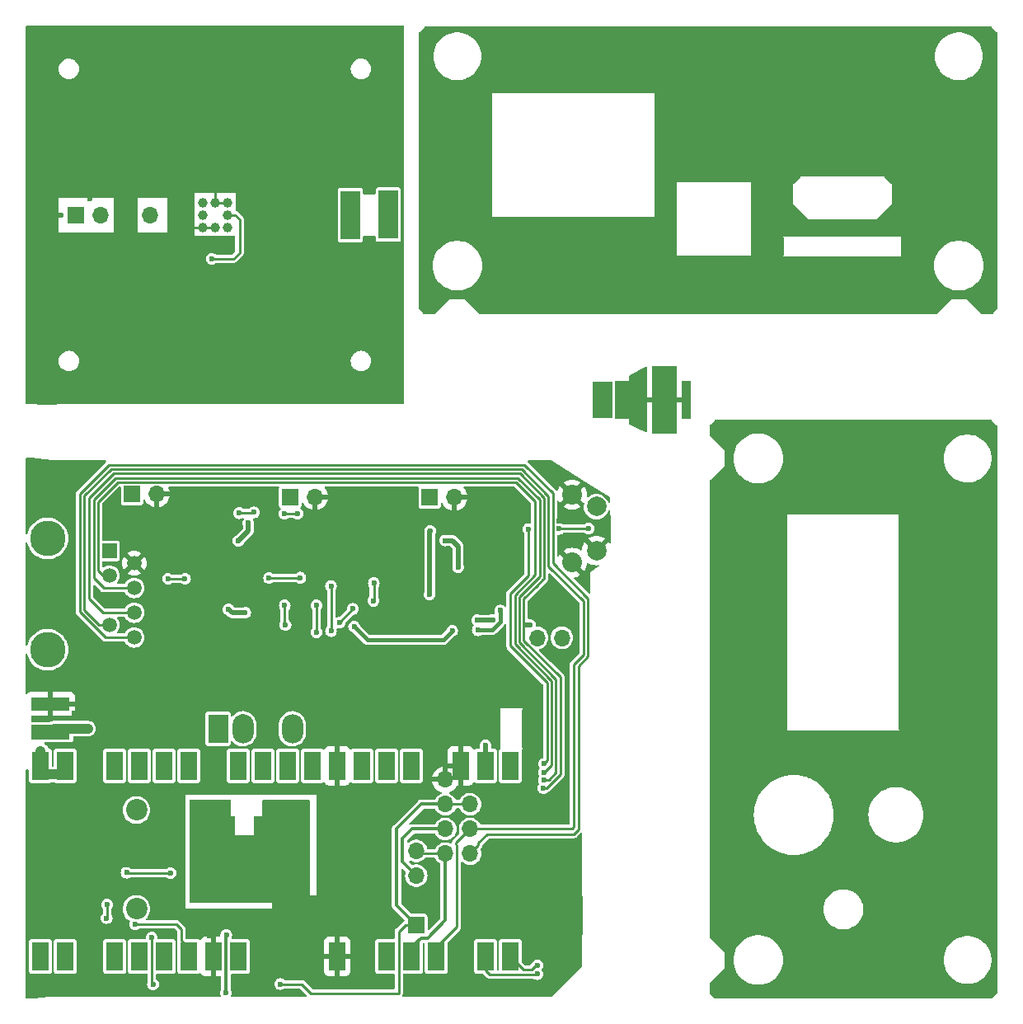
<source format=gbr>
G04 #@! TF.GenerationSoftware,KiCad,Pcbnew,7.0.1-0*
G04 #@! TF.CreationDate,2023-11-21T15:01:45-05:00*
G04 #@! TF.ProjectId,CosmicWatch,436f736d-6963-4576-9174-63682e6b6963,rev?*
G04 #@! TF.SameCoordinates,Original*
G04 #@! TF.FileFunction,Copper,L1,Top*
G04 #@! TF.FilePolarity,Positive*
%FSLAX46Y46*%
G04 Gerber Fmt 4.6, Leading zero omitted, Abs format (unit mm)*
G04 Created by KiCad (PCBNEW 7.0.1-0) date 2023-11-21 15:01:45*
%MOMM*%
%LPD*%
G01*
G04 APERTURE LIST*
G04 #@! TA.AperFunction,ComponentPad*
%ADD10R,1.700000X1.700000*%
G04 #@! TD*
G04 #@! TA.AperFunction,ComponentPad*
%ADD11O,1.700000X1.700000*%
G04 #@! TD*
G04 #@! TA.AperFunction,ComponentPad*
%ADD12C,1.000000*%
G04 #@! TD*
G04 #@! TA.AperFunction,ComponentPad*
%ADD13R,2.000000X4.000000*%
G04 #@! TD*
G04 #@! TA.AperFunction,ComponentPad*
%ADD14C,2.032000*%
G04 #@! TD*
G04 #@! TA.AperFunction,ComponentPad*
%ADD15C,2.000000*%
G04 #@! TD*
G04 #@! TA.AperFunction,ComponentPad*
%ADD16R,2.000000X3.000000*%
G04 #@! TD*
G04 #@! TA.AperFunction,ComponentPad*
%ADD17O,2.200000X3.000000*%
G04 #@! TD*
G04 #@! TA.AperFunction,ComponentPad*
%ADD18R,2.000000X5.000000*%
G04 #@! TD*
G04 #@! TA.AperFunction,SMDPad,CuDef*
%ADD19R,1.700000X3.000000*%
G04 #@! TD*
G04 #@! TA.AperFunction,ComponentPad*
%ADD20R,2.000000X3.800000*%
G04 #@! TD*
G04 #@! TA.AperFunction,ComponentPad*
%ADD21R,2.500000X7.000000*%
G04 #@! TD*
G04 #@! TA.AperFunction,SMDPad,CuDef*
%ADD22R,2.000000X0.500000*%
G04 #@! TD*
G04 #@! TA.AperFunction,WasherPad*
%ADD23C,3.650000*%
G04 #@! TD*
G04 #@! TA.AperFunction,ComponentPad*
%ADD24R,1.500000X1.500000*%
G04 #@! TD*
G04 #@! TA.AperFunction,ComponentPad*
%ADD25C,1.500000*%
G04 #@! TD*
G04 #@! TA.AperFunction,ComponentPad*
%ADD26C,2.200000*%
G04 #@! TD*
G04 #@! TA.AperFunction,SMDPad,CuDef*
%ADD27R,4.000000X1.500000*%
G04 #@! TD*
G04 #@! TA.AperFunction,ComponentPad*
%ADD28R,4.000000X1.400000*%
G04 #@! TD*
G04 #@! TA.AperFunction,ComponentPad*
%ADD29R,0.650000X1.560000*%
G04 #@! TD*
G04 #@! TA.AperFunction,ViaPad*
%ADD30C,0.600000*%
G04 #@! TD*
G04 #@! TA.AperFunction,Conductor*
%ADD31C,0.250000*%
G04 #@! TD*
G04 #@! TA.AperFunction,Conductor*
%ADD32C,0.500000*%
G04 #@! TD*
G04 #@! TA.AperFunction,Conductor*
%ADD33C,0.400000*%
G04 #@! TD*
G04 #@! TA.AperFunction,Conductor*
%ADD34C,0.380000*%
G04 #@! TD*
G04 #@! TA.AperFunction,Conductor*
%ADD35C,1.000000*%
G04 #@! TD*
G04 APERTURE END LIST*
D10*
X103070000Y-90415000D03*
D11*
X105610000Y-90415000D03*
D10*
X72505000Y-90065000D03*
D11*
X75045000Y-90065000D03*
D10*
X88755000Y-90365000D03*
D11*
X91295000Y-90365000D03*
D12*
X79760000Y-60175000D03*
X81020000Y-60175000D03*
X82280000Y-60175000D03*
X79760000Y-61435000D03*
X82280000Y-61435000D03*
X79760000Y-62695000D03*
X81020000Y-62695000D03*
X82280000Y-62695000D03*
D13*
X113595000Y-114175000D03*
D10*
X116650000Y-102300000D03*
D11*
X116650000Y-104840000D03*
X114110000Y-102300000D03*
X114110000Y-104840000D03*
D14*
X117707500Y-97125000D03*
D15*
X120207500Y-95875000D03*
D14*
X117707500Y-90125000D03*
D15*
X120207500Y-91375000D03*
D16*
X81355000Y-114175000D03*
D17*
X83895000Y-114175000D03*
X86435000Y-114175000D03*
X88975000Y-114175000D03*
D10*
X66751370Y-61420023D03*
D11*
X69291370Y-61420023D03*
X71831370Y-61420023D03*
X74371370Y-61420023D03*
D18*
X98825000Y-61375000D03*
D10*
X101700000Y-134350000D03*
D11*
X101700000Y-131810000D03*
X101700000Y-129270000D03*
X101700000Y-126730000D03*
D19*
X63095000Y-137565000D03*
X65635000Y-137565000D03*
X68175000Y-137565000D03*
X70715000Y-137565000D03*
X73255000Y-137565000D03*
X75795000Y-137565000D03*
X78335000Y-137565000D03*
X80875000Y-137565000D03*
X83415000Y-137565000D03*
X93575000Y-137565000D03*
X98655000Y-137565000D03*
X101195000Y-137565000D03*
X103735000Y-137565000D03*
X106275000Y-137565000D03*
X108815000Y-137565000D03*
X111355000Y-137565000D03*
X111355000Y-117985000D03*
X108815000Y-117985000D03*
X106275000Y-117985000D03*
X101195000Y-117985000D03*
X98655000Y-117985000D03*
X96115000Y-117985000D03*
X93575000Y-117985000D03*
X91035000Y-117985000D03*
X88495000Y-117985000D03*
X85955000Y-117985000D03*
X83415000Y-117985000D03*
X80875000Y-117985000D03*
X78335000Y-117985000D03*
X75795000Y-117985000D03*
X73255000Y-117985000D03*
X70715000Y-117985000D03*
X68175000Y-117985000D03*
X65635000Y-117985000D03*
X63095000Y-117985000D03*
D18*
X94925000Y-61425000D03*
D20*
X120800000Y-80400000D03*
D21*
X127175000Y-80400000D03*
D22*
X129125000Y-52765000D03*
X129125000Y-52765000D03*
X129125000Y-53565000D03*
X129125000Y-54365000D03*
D23*
X63845000Y-94645000D03*
X63845000Y-106075000D03*
D24*
X70195000Y-95915000D03*
D25*
X72735000Y-97185000D03*
X70195000Y-98455000D03*
X72735000Y-99725000D03*
X70195000Y-100995000D03*
X72735000Y-102265000D03*
X70195000Y-103535000D03*
X72735000Y-104805000D03*
D26*
X72965000Y-132679500D03*
X72965000Y-122529500D03*
D11*
X104685000Y-119395000D03*
X107225000Y-121935000D03*
X104685000Y-121935000D03*
X107225000Y-124475000D03*
X104685000Y-124475000D03*
X107225000Y-127015000D03*
X104685000Y-127015000D03*
D27*
X64145000Y-114525000D03*
D28*
X64145000Y-111625000D03*
D29*
X83515000Y-126910000D03*
D30*
X86585000Y-98725000D03*
X91445000Y-104265000D03*
X91445000Y-101525500D03*
X89795000Y-98665000D03*
X97345000Y-99240000D03*
X88150500Y-92090000D03*
X85039500Y-91965000D03*
X83520000Y-92040000D03*
X89495000Y-92090000D03*
X97320000Y-101040000D03*
X96115000Y-117635500D03*
X88895000Y-135965000D03*
X104700000Y-94850000D03*
X103120000Y-93865000D03*
X103080000Y-100365000D03*
X95320000Y-103715000D03*
X110345000Y-102040000D03*
X105395000Y-104140000D03*
X108020000Y-104065000D03*
X89870000Y-105090000D03*
X75445000Y-97715000D03*
X95570000Y-111915000D03*
X101570000Y-96490000D03*
X104695000Y-98040000D03*
X92945000Y-104149500D03*
X92945000Y-99515000D03*
X93840023Y-103294977D03*
X95211589Y-101873411D03*
X113370000Y-103490000D03*
X109570000Y-102990000D03*
X107945000Y-103040000D03*
X105995000Y-97565000D03*
X108820000Y-115915000D03*
X90845000Y-133440000D03*
X89295000Y-133265000D03*
X83445000Y-94865000D03*
X84445000Y-93065000D03*
X88195000Y-96315000D03*
X86495000Y-96265000D03*
X88195000Y-101525500D03*
X88275000Y-103535000D03*
X77945000Y-98765000D03*
X76195000Y-98765000D03*
X80695000Y-65915000D03*
X81530000Y-109720000D03*
X81830000Y-106410000D03*
X83875000Y-115375000D03*
X83905000Y-112965000D03*
X85935000Y-117515000D03*
X116375228Y-93657069D03*
X119400000Y-93625000D03*
X74665025Y-140425500D03*
X87715000Y-140405000D03*
X74545000Y-135645000D03*
X73225000Y-118875000D03*
X70825000Y-127825000D03*
X68475000Y-126175000D03*
X65675000Y-109625000D03*
X71475000Y-109675000D03*
X73975000Y-109675000D03*
X75275000Y-109675000D03*
X76525000Y-109675000D03*
X77675000Y-109675000D03*
X66975000Y-132275000D03*
X72770000Y-62815000D03*
X65201370Y-61420023D03*
X64901370Y-59320023D03*
X72720000Y-59970023D03*
X76501370Y-62820023D03*
X77151370Y-60020023D03*
X68135000Y-59765000D03*
X72725000Y-109675000D03*
X69285000Y-58575000D03*
X70645000Y-57365000D03*
X72701370Y-57220023D03*
X74801370Y-57220023D03*
X78601370Y-57220023D03*
X64901370Y-57470023D03*
X67351370Y-57470023D03*
X66201370Y-64220023D03*
X67701370Y-65470023D03*
X70151370Y-65470023D03*
X72301370Y-65470023D03*
X74251370Y-65470023D03*
X73851370Y-63520023D03*
X71651370Y-63470023D03*
X69501370Y-63470023D03*
X75551370Y-65470023D03*
X116349500Y-92857981D03*
X115500000Y-88025000D03*
X78990000Y-133980000D03*
X64825000Y-111625000D03*
X107745000Y-101965000D03*
X82300000Y-64245000D03*
X98845000Y-103715000D03*
X78425000Y-112625000D03*
X85525000Y-64255000D03*
X77960000Y-106420000D03*
X68365000Y-118485000D03*
X74725000Y-112625000D03*
X76035000Y-102025000D03*
X97245000Y-103715000D03*
X113310000Y-112600000D03*
X80535000Y-122535000D03*
X70275000Y-109685000D03*
X88690000Y-109930000D03*
X78785000Y-131705000D03*
X93540000Y-114230000D03*
X126800000Y-77900000D03*
X73475000Y-115725000D03*
X88455000Y-122175000D03*
X69300000Y-107100000D03*
X89540000Y-110630000D03*
X64375000Y-109625000D03*
X76375000Y-121375000D03*
X79575000Y-115725000D03*
X71025000Y-112635000D03*
X86225000Y-109675000D03*
X76025000Y-112625000D03*
X154825000Y-51500000D03*
X68955000Y-109685000D03*
X77275000Y-112625000D03*
X152825000Y-114375000D03*
X91890000Y-125980000D03*
X78905000Y-123285000D03*
X62975000Y-111625000D03*
X78990000Y-135480000D03*
X66665000Y-110285000D03*
X90075000Y-122065000D03*
X106145000Y-101915000D03*
X79625000Y-112625000D03*
X92690000Y-132980000D03*
X138775000Y-135125000D03*
X93890000Y-125980000D03*
X112225000Y-98000000D03*
X91890000Y-121980000D03*
X66595000Y-112605000D03*
X77635000Y-101975000D03*
X159375000Y-112425000D03*
X67500000Y-134600000D03*
X63025000Y-88225000D03*
X78110000Y-108190000D03*
X71025000Y-115735000D03*
X80490000Y-135480000D03*
X79135000Y-105625000D03*
X86425000Y-113025000D03*
X84935000Y-100225000D03*
X85035000Y-108225000D03*
X87525000Y-109675000D03*
X93140000Y-115530000D03*
X126950000Y-82525000D03*
X91890000Y-127980000D03*
X90340000Y-111630000D03*
X73475000Y-112625000D03*
X79025000Y-121985000D03*
X72225000Y-112625000D03*
X81295000Y-57190000D03*
X158175000Y-120275000D03*
X68175000Y-137475000D03*
X80875000Y-118725000D03*
X91890000Y-129980000D03*
X140375000Y-117075000D03*
X72141000Y-124521000D03*
X91890000Y-123980000D03*
X113250000Y-92650000D03*
X62975000Y-109625000D03*
X93540000Y-112630000D03*
X77275000Y-115725000D03*
X76875000Y-65470023D03*
X93790000Y-131980000D03*
X93540000Y-111230000D03*
X79738630Y-57179977D03*
X69905000Y-115605000D03*
X72400000Y-107125000D03*
X93890000Y-121980000D03*
X86585000Y-100275000D03*
X158125000Y-114375000D03*
X86355000Y-121995000D03*
X88775000Y-130565000D03*
X85983085Y-127087606D03*
X113335000Y-115675000D03*
X93890000Y-129980000D03*
X72225000Y-115725000D03*
X93675000Y-137475000D03*
X80535000Y-138415000D03*
X74725000Y-115725000D03*
X77951370Y-62970023D03*
X80990000Y-120380000D03*
X82848630Y-57179977D03*
X78425000Y-115725000D03*
X120725000Y-93625000D03*
X76375000Y-130125000D03*
X137575000Y-118125000D03*
X90695000Y-114225000D03*
X80875000Y-117275000D03*
X93890000Y-127980000D03*
X153925000Y-117525000D03*
X90405000Y-115585000D03*
X156775000Y-52750000D03*
X78890000Y-120380000D03*
X80490000Y-133980000D03*
X78925000Y-109675000D03*
X90505000Y-112955000D03*
X67655000Y-109675000D03*
X76025000Y-115725000D03*
X106390000Y-137680000D03*
X93890000Y-123980000D03*
X88955000Y-112975000D03*
X88955000Y-115375000D03*
X101195000Y-118885000D03*
X114800591Y-119465908D03*
X114817023Y-118666575D03*
X98655000Y-118885000D03*
X65625000Y-137825000D03*
X69904454Y-133629500D03*
X71945501Y-128965000D03*
X69940500Y-132245000D03*
X70715000Y-136665000D03*
X76465000Y-128996100D03*
X73255000Y-136665000D03*
X75795000Y-136665000D03*
X72815000Y-134285000D03*
X80685000Y-115345000D03*
X82035000Y-115375000D03*
X82025000Y-112995000D03*
X80695000Y-112995000D03*
X111355000Y-118885000D03*
X114775000Y-120265000D03*
X63135000Y-116455000D03*
X120525000Y-79125000D03*
X120525000Y-81575000D03*
X98900000Y-62825000D03*
X98850000Y-59875000D03*
X94800000Y-63050000D03*
X94850000Y-60000000D03*
X82190000Y-135380000D03*
X82145000Y-141325000D03*
X67975000Y-114175000D03*
X88475000Y-118575000D03*
X113225000Y-93675000D03*
X114810456Y-117789965D03*
X84135000Y-102275000D03*
X82435000Y-101925000D03*
X114141495Y-139375500D03*
X114153139Y-138485678D03*
D31*
X91445000Y-104265000D02*
X91445000Y-101525500D01*
X89795000Y-98665000D02*
X86645000Y-98665000D01*
X86645000Y-98665000D02*
X86585000Y-98725000D01*
X83520000Y-92040000D02*
X84964500Y-92040000D01*
X84964500Y-92040000D02*
X85039500Y-91965000D01*
X88150500Y-92090000D02*
X89495000Y-92090000D01*
X97345000Y-99240000D02*
X97345000Y-101015000D01*
X97345000Y-101015000D02*
X97320000Y-101040000D01*
X81013630Y-57471370D02*
X81020000Y-57477740D01*
X81020000Y-57477740D02*
X81020000Y-60175000D01*
D32*
X105995000Y-95440000D02*
X105405000Y-94850000D01*
X105405000Y-94850000D02*
X104700000Y-94850000D01*
X103080000Y-93905000D02*
X103120000Y-93865000D01*
X103080000Y-100365000D02*
X103080000Y-93905000D01*
D33*
X105395000Y-104140000D02*
X104470000Y-105065000D01*
X104470000Y-105065000D02*
X96670000Y-105065000D01*
X96670000Y-105065000D02*
X95320000Y-103715000D01*
X110345000Y-103204950D02*
X109484950Y-104065000D01*
X110345000Y-102040000D02*
X110345000Y-103204950D01*
X109484950Y-104065000D02*
X108020000Y-104065000D01*
D31*
X92945000Y-104149500D02*
X92945000Y-99515000D01*
X93840023Y-103294977D02*
X93840023Y-103244977D01*
X93840023Y-103244977D02*
X95211589Y-101873411D01*
D32*
X107945000Y-103040000D02*
X109520000Y-103040000D01*
X109520000Y-103040000D02*
X109570000Y-102990000D01*
X113370000Y-103490000D02*
X112850000Y-103490000D01*
X105995000Y-95440000D02*
X105995000Y-97565000D01*
X108815000Y-118885000D02*
X108815000Y-115920000D01*
X108815000Y-115920000D02*
X108820000Y-115915000D01*
X84445000Y-93865000D02*
X83445000Y-94865000D01*
X84445000Y-93065000D02*
X84445000Y-93865000D01*
D31*
X88195000Y-103455000D02*
X88275000Y-103535000D01*
X88195000Y-101525500D02*
X88195000Y-103455000D01*
X76195000Y-98765000D02*
X77945000Y-98765000D01*
X82280000Y-61435000D02*
X83115000Y-61435000D01*
X83115000Y-61435000D02*
X83545000Y-61865000D01*
X82945000Y-65915000D02*
X80695000Y-65915000D01*
X83545000Y-61865000D02*
X83545000Y-65315000D01*
X83545000Y-65315000D02*
X82945000Y-65915000D01*
X81020000Y-62695000D02*
X79760000Y-62695000D01*
X82280000Y-60175000D02*
X81020000Y-60175000D01*
X79760000Y-62695000D02*
X78226393Y-62695000D01*
X78226393Y-62695000D02*
X77951370Y-62970023D01*
X81013630Y-57471370D02*
X81295000Y-57190000D01*
X85955000Y-118885000D02*
X85955000Y-117830000D01*
X112525010Y-87525010D02*
X70345000Y-87525010D01*
X105860000Y-134540000D02*
X105860000Y-126150000D01*
X103735000Y-136665000D02*
X105860000Y-134540000D01*
D34*
X100290000Y-125480000D02*
X101295000Y-124475000D01*
D31*
X67625000Y-90245010D02*
X67625000Y-102025660D01*
X105790000Y-126080000D02*
X105790000Y-125910000D01*
X70345000Y-87525010D02*
X67625000Y-90245010D01*
X118900000Y-106563604D02*
X118900000Y-101100000D01*
X69134340Y-103535000D02*
X70195000Y-103535000D01*
X107225000Y-124475000D02*
X117695000Y-124475000D01*
X115275000Y-90275000D02*
X112525010Y-87525010D01*
X117900000Y-107563604D02*
X118900000Y-106563604D01*
X117900000Y-124270000D02*
X117900000Y-107563604D01*
D34*
X101295000Y-124475000D02*
X104685000Y-124475000D01*
D31*
X118900000Y-101100000D02*
X115275000Y-97475000D01*
D34*
X101700000Y-129270000D02*
X100290000Y-127860000D01*
X100290000Y-127860000D02*
X100290000Y-125480000D01*
D31*
X117695000Y-124475000D02*
X117900000Y-124270000D01*
X115275000Y-97475000D02*
X115275000Y-90275000D01*
X105860000Y-126150000D02*
X105790000Y-126080000D01*
X105790000Y-125910000D02*
X107225000Y-124475000D01*
X67625000Y-102025660D02*
X69134340Y-103535000D01*
X117836396Y-125000000D02*
X108970000Y-125000000D01*
X115725000Y-89975000D02*
X115725000Y-97175000D01*
X108090000Y-126150000D02*
X107225000Y-127015000D01*
X119350000Y-106750000D02*
X118350000Y-107750000D01*
X112825000Y-87075000D02*
X115725000Y-89975000D01*
D34*
X104685000Y-133845000D02*
X104685000Y-127015000D01*
D31*
X108090000Y-125880000D02*
X108090000Y-126150000D01*
X119350000Y-100800000D02*
X119350000Y-106750000D01*
X108970000Y-125000000D02*
X108090000Y-125880000D01*
X70135000Y-87075000D02*
X67175000Y-90035000D01*
D34*
X102185000Y-135675000D02*
X102855000Y-135675000D01*
D31*
X118350000Y-107750000D02*
X118350000Y-124486396D01*
X67175000Y-102212056D02*
X69767944Y-104805000D01*
X67175000Y-90035000D02*
X67175000Y-102212056D01*
X115725000Y-97175000D02*
X119350000Y-100800000D01*
X69767944Y-104805000D02*
X72735000Y-104805000D01*
D34*
X101195000Y-136665000D02*
X102185000Y-135675000D01*
D31*
X101985000Y-127015000D02*
X101700000Y-126730000D01*
D34*
X102855000Y-135675000D02*
X104685000Y-133845000D01*
D31*
X118350000Y-124486396D02*
X117836396Y-125000000D01*
X104685000Y-127015000D02*
X101985000Y-127015000D01*
X70135000Y-87075000D02*
X112825000Y-87075000D01*
X117025000Y-93625000D02*
X116407297Y-93625000D01*
X119400000Y-93625000D02*
X117025000Y-93625000D01*
X116407297Y-93625000D02*
X116375228Y-93657069D01*
X107225000Y-121935000D02*
X104685000Y-121935000D01*
X74545000Y-135645000D02*
X74545000Y-140305475D01*
X73235000Y-118885000D02*
X73225000Y-118875000D01*
D34*
X99690000Y-124480000D02*
X102235000Y-121935000D01*
X99690000Y-132340000D02*
X99690000Y-124480000D01*
D31*
X90865000Y-141355000D02*
X99890000Y-141355000D01*
D34*
X102235000Y-121935000D02*
X104685000Y-121935000D01*
D31*
X90765000Y-141255000D02*
X90865000Y-141355000D01*
X99890000Y-135060000D02*
X100600000Y-134350000D01*
X100600000Y-134350000D02*
X101700000Y-134350000D01*
X87715000Y-140405000D02*
X89915000Y-140405000D01*
X74545000Y-140305475D02*
X74665025Y-140425500D01*
X73255000Y-118885000D02*
X73235000Y-118885000D01*
D34*
X101700000Y-134350000D02*
X99690000Y-132340000D01*
D31*
X89915000Y-140405000D02*
X90765000Y-141255000D01*
X99890000Y-141355000D02*
X99890000Y-135060000D01*
X117707500Y-90125000D02*
X116349500Y-91483000D01*
X80875000Y-117025000D02*
X80875000Y-118885000D01*
X68175000Y-136665000D02*
X68175000Y-135275000D01*
D35*
X68175000Y-118885000D02*
X68175000Y-118675000D01*
D31*
X106275000Y-136665000D02*
X106275000Y-137565000D01*
X116349500Y-91483000D02*
X116349500Y-92857981D01*
D35*
X68175000Y-118675000D02*
X68365000Y-118485000D01*
D31*
X106275000Y-137565000D02*
X106390000Y-137680000D01*
X106275000Y-138725000D02*
X106280000Y-138730000D01*
X106275000Y-137795000D02*
X106275000Y-138725000D01*
X106390000Y-137680000D02*
X106275000Y-137795000D01*
X68175000Y-135275000D02*
X67500000Y-134600000D01*
X113335000Y-115675000D02*
X113260000Y-115750000D01*
X79575000Y-115725000D02*
X80875000Y-117025000D01*
X115326802Y-119406802D02*
X115267696Y-119465908D01*
X70838584Y-88425020D02*
X68575000Y-90688604D01*
X69605000Y-99755000D02*
X69645000Y-99755000D01*
X112152228Y-88425020D02*
X70838584Y-88425020D01*
X116050000Y-109078097D02*
X112275000Y-105303097D01*
X115267696Y-119465908D02*
X114800591Y-119465908D01*
X69645000Y-99755000D02*
X69675000Y-99725000D01*
X69675000Y-99725000D02*
X72735000Y-99725000D01*
X112275000Y-100663604D02*
X114375000Y-98563604D01*
X114375000Y-98563604D02*
X114375000Y-90647792D01*
X116050000Y-116536396D02*
X116050000Y-109078097D01*
X68575000Y-98725000D02*
X69605000Y-99755000D01*
X116050000Y-116536396D02*
X116050000Y-118683604D01*
X114375000Y-90647792D02*
X112152228Y-88425020D01*
X116050000Y-118683604D02*
X115326802Y-119406802D01*
X112275000Y-105303097D02*
X112275000Y-100663604D01*
X68575000Y-90688604D02*
X68575000Y-98725000D01*
X115600000Y-116350000D02*
X115600000Y-117883598D01*
X115600000Y-109264493D02*
X111825000Y-105489493D01*
X113925000Y-98377208D02*
X113925000Y-90834188D01*
X69025000Y-97975000D02*
X69505000Y-98455000D01*
X111825000Y-100477208D02*
X113925000Y-98377208D01*
X115600000Y-116350000D02*
X115600000Y-109264493D01*
X115600000Y-117883598D02*
X114817023Y-118666575D01*
X113925000Y-90834188D02*
X111965832Y-88875020D01*
X69025000Y-97975000D02*
X69025000Y-90875000D01*
X111825000Y-105489493D02*
X111825000Y-100477208D01*
X69025000Y-90875000D02*
X71024980Y-88875020D01*
X111965832Y-88875020D02*
X71024980Y-88875020D01*
X69940500Y-132245000D02*
X69940500Y-133593454D01*
X71975501Y-128995000D02*
X71945501Y-128965000D01*
X69940500Y-133593454D02*
X69904454Y-133629500D01*
X74945000Y-128995000D02*
X71975501Y-128995000D01*
X76465000Y-128996100D02*
X74946100Y-128996100D01*
X74946100Y-128996100D02*
X74945000Y-128995000D01*
X72815000Y-134285000D02*
X77085000Y-134285000D01*
X77600000Y-135930000D02*
X78335000Y-136665000D01*
X77600000Y-134800000D02*
X77600000Y-135930000D01*
X77085000Y-134285000D02*
X77600000Y-134800000D01*
X112725000Y-100850000D02*
X112725000Y-105116701D01*
X115555000Y-119815000D02*
X115105000Y-120265000D01*
X116500000Y-118870000D02*
X115555000Y-119815000D01*
X68075000Y-91465000D02*
X68075000Y-100825000D01*
X70652188Y-87975020D02*
X68125000Y-90502208D01*
X68125000Y-91415000D02*
X68075000Y-91465000D01*
X116500000Y-108891701D02*
X116500000Y-109200000D01*
X114125000Y-99450000D02*
X112725000Y-100850000D01*
X116500000Y-117029047D02*
X116500000Y-118870000D01*
X114825000Y-90461396D02*
X114825000Y-98750000D01*
X69515000Y-102265000D02*
X72735000Y-102265000D01*
X112725000Y-105116701D02*
X116500000Y-108891701D01*
X70835000Y-87975020D02*
X70652188Y-87975020D01*
X68125000Y-90502208D02*
X68125000Y-91415000D01*
X114825000Y-98750000D02*
X114675000Y-98900000D01*
X115105000Y-120265000D02*
X114775000Y-120265000D01*
X70835000Y-87975020D02*
X112338624Y-87975020D01*
X114675000Y-98900000D02*
X114125000Y-99450000D01*
X112338624Y-87975020D02*
X114825000Y-90461396D01*
X68075000Y-100825000D02*
X69515000Y-102265000D01*
X116500000Y-109200000D02*
X116500000Y-117029047D01*
D35*
X63095000Y-118885000D02*
X65635000Y-118885000D01*
X63095000Y-116495000D02*
X63135000Y-116455000D01*
X63095000Y-118885000D02*
X63095000Y-116495000D01*
D34*
X82160000Y-135410000D02*
X82160000Y-141310000D01*
X82160000Y-141310000D02*
X82145000Y-141325000D01*
X82190000Y-135380000D02*
X82160000Y-135410000D01*
D35*
X67975000Y-114175000D02*
X64495000Y-114175000D01*
X64495000Y-114175000D02*
X64145000Y-114525000D01*
D31*
X115150000Y-109450889D02*
X115150000Y-117195000D01*
X111375000Y-105555000D02*
X111375000Y-105675889D01*
X115150000Y-117195000D02*
X115150000Y-117450421D01*
X88495000Y-118595000D02*
X88475000Y-118575000D01*
X111375000Y-100290812D02*
X113225000Y-98440812D01*
X88495000Y-118885000D02*
X88495000Y-118595000D01*
X113225000Y-98440812D02*
X113225000Y-93675000D01*
X111375000Y-105555000D02*
X111375000Y-100290812D01*
X115150000Y-117450421D02*
X114810456Y-117789965D01*
X111375000Y-105675889D02*
X115099556Y-109400445D01*
X115099556Y-109400445D02*
X115150000Y-109450889D01*
D32*
X84135000Y-102275000D02*
X82785000Y-102275000D01*
X82785000Y-102275000D02*
X82435000Y-101925000D01*
D31*
X109199500Y-139390000D02*
X108815000Y-139005500D01*
X108815000Y-139005500D02*
X108815000Y-136665000D01*
X114126995Y-139390000D02*
X109199500Y-139390000D01*
X114141495Y-139375500D02*
X114126995Y-139390000D01*
X108815000Y-136665000D02*
X108815000Y-138715000D01*
X108815000Y-138715000D02*
X108825000Y-138725000D01*
X113974322Y-138485678D02*
X113520000Y-138940000D01*
X114153139Y-138485678D02*
X113974322Y-138485678D01*
X112750000Y-138940000D02*
X111355000Y-137545000D01*
X113520000Y-138940000D02*
X112750000Y-138940000D01*
G04 #@! TA.AperFunction,Conductor*
G36*
X160800960Y-82483036D02*
G01*
X160833078Y-82504496D01*
X161345504Y-83016922D01*
X161366964Y-83049040D01*
X161374500Y-83086926D01*
X161374500Y-141263074D01*
X161366964Y-141300960D01*
X161345504Y-141333078D01*
X160833078Y-141845504D01*
X160800960Y-141866964D01*
X160763074Y-141874500D01*
X132386926Y-141874500D01*
X132349040Y-141866964D01*
X132316922Y-141845504D01*
X131904496Y-141433078D01*
X131883036Y-141400960D01*
X131875500Y-141363074D01*
X131875500Y-140286926D01*
X131883036Y-140249040D01*
X131904496Y-140216922D01*
X132240954Y-139880464D01*
X133339682Y-138781734D01*
X133357411Y-138769890D01*
X133363649Y-138763651D01*
X133363651Y-138763651D01*
X133375500Y-138735045D01*
X133379661Y-138725000D01*
X133379661Y-138724999D01*
X133379661Y-138716179D01*
X133375500Y-138695262D01*
X133375500Y-137925000D01*
X134269457Y-137925000D01*
X134289608Y-138245299D01*
X134349742Y-138560531D01*
X134349743Y-138560535D01*
X134349744Y-138560538D01*
X134448832Y-138865500D01*
X134448917Y-138865760D01*
X134575607Y-139134990D01*
X134585561Y-139156142D01*
X134757522Y-139427110D01*
X134962089Y-139674390D01*
X135196036Y-139894080D01*
X135403232Y-140044616D01*
X135455675Y-140082718D01*
X135736901Y-140237323D01*
X135736903Y-140237324D01*
X136035294Y-140355466D01*
X136308056Y-140425499D01*
X136346143Y-140435278D01*
X136664533Y-140475500D01*
X136664536Y-140475500D01*
X136985464Y-140475500D01*
X136985467Y-140475500D01*
X137303856Y-140435278D01*
X137303858Y-140435277D01*
X137303861Y-140435277D01*
X137614706Y-140355466D01*
X137913097Y-140237324D01*
X138194328Y-140082716D01*
X138453964Y-139894080D01*
X138687911Y-139674390D01*
X138892478Y-139427110D01*
X139064439Y-139156142D01*
X139201084Y-138865758D01*
X139300256Y-138560538D01*
X139360392Y-138245294D01*
X139380543Y-137925000D01*
X139380543Y-137924999D01*
X155869655Y-137924999D01*
X155889016Y-138232742D01*
X155946792Y-138535612D01*
X155946793Y-138535616D01*
X155946794Y-138535619D01*
X156028966Y-138788519D01*
X156042079Y-138828875D01*
X156169543Y-139099750D01*
X156173365Y-139107871D01*
X156338584Y-139368216D01*
X156387962Y-139427903D01*
X156535131Y-139605799D01*
X156759901Y-139816874D01*
X156866162Y-139894077D01*
X156957646Y-139960544D01*
X157009363Y-139998118D01*
X157159117Y-140080446D01*
X157279565Y-140146663D01*
X157566257Y-140260172D01*
X157842554Y-140331113D01*
X157864918Y-140336855D01*
X158170825Y-140375500D01*
X158170828Y-140375500D01*
X158479172Y-140375500D01*
X158479175Y-140375500D01*
X158785081Y-140336855D01*
X158785083Y-140336854D01*
X158785086Y-140336854D01*
X159083743Y-140260172D01*
X159370435Y-140146663D01*
X159640640Y-139998116D01*
X159890096Y-139816876D01*
X160114869Y-139605799D01*
X160311416Y-139368216D01*
X160476635Y-139107871D01*
X160607922Y-138828873D01*
X160703206Y-138535619D01*
X160755259Y-138262750D01*
X160760983Y-138232742D01*
X160760983Y-138232740D01*
X160760984Y-138232736D01*
X160780345Y-137925000D01*
X160760984Y-137617264D01*
X160758588Y-137604706D01*
X160703207Y-137314387D01*
X160703206Y-137314381D01*
X160607922Y-137021127D01*
X160476635Y-136742129D01*
X160311416Y-136481784D01*
X160114869Y-136244201D01*
X160045185Y-136178763D01*
X159890098Y-136033125D01*
X159640636Y-135851881D01*
X159370436Y-135703337D01*
X159083744Y-135589828D01*
X158785081Y-135513144D01*
X158479175Y-135474500D01*
X158479172Y-135474500D01*
X158170828Y-135474500D01*
X158170825Y-135474500D01*
X157864918Y-135513144D01*
X157566255Y-135589828D01*
X157279563Y-135703337D01*
X157009363Y-135851881D01*
X156759901Y-136033125D01*
X156535131Y-136244200D01*
X156338586Y-136481781D01*
X156338584Y-136481784D01*
X156330378Y-136494715D01*
X156173363Y-136742132D01*
X156042079Y-137021124D01*
X155946792Y-137314387D01*
X155889016Y-137617257D01*
X155869655Y-137924999D01*
X139380543Y-137924999D01*
X139360392Y-137604706D01*
X139300256Y-137289462D01*
X139201084Y-136984242D01*
X139064439Y-136693858D01*
X138892478Y-136422890D01*
X138687911Y-136175610D01*
X138453964Y-135955920D01*
X138194328Y-135767284D01*
X138194324Y-135767281D01*
X137913098Y-135612676D01*
X137614707Y-135494534D01*
X137303856Y-135414721D01*
X136985467Y-135374500D01*
X136985464Y-135374500D01*
X136664536Y-135374500D01*
X136664533Y-135374500D01*
X136346143Y-135414721D01*
X136035292Y-135494534D01*
X135736901Y-135612676D01*
X135455675Y-135767281D01*
X135196033Y-135955922D01*
X134962089Y-136175609D01*
X134757524Y-136422887D01*
X134585559Y-136693861D01*
X134448917Y-136984239D01*
X134349742Y-137289468D01*
X134289608Y-137604700D01*
X134269457Y-137925000D01*
X133375500Y-137925000D01*
X133375500Y-137254738D01*
X133379661Y-137233822D01*
X133379661Y-137225000D01*
X133379660Y-137224999D01*
X133367812Y-137196394D01*
X133367811Y-137196393D01*
X133363651Y-137186349D01*
X133363650Y-137186348D01*
X133357416Y-137180113D01*
X133339683Y-137168265D01*
X131904496Y-135733078D01*
X131883036Y-135700960D01*
X131875500Y-135663074D01*
X131875500Y-135404738D01*
X131879661Y-135383822D01*
X131879661Y-135375001D01*
X131879453Y-135374500D01*
X131863651Y-135336349D01*
X131863650Y-135336348D01*
X131861623Y-135331453D01*
X131845955Y-135308011D01*
X131838408Y-135270155D01*
X131838392Y-135241242D01*
X131836958Y-132725000D01*
X143519082Y-132725000D01*
X143538230Y-133004948D01*
X143595319Y-133279676D01*
X143689289Y-133544080D01*
X143818385Y-133793224D01*
X143980198Y-134022462D01*
X144167828Y-134223364D01*
X144171727Y-134227539D01*
X144389393Y-134404623D01*
X144629144Y-134550419D01*
X144886515Y-134662211D01*
X145156711Y-134737917D01*
X145434699Y-134776125D01*
X145715301Y-134776125D01*
X145993289Y-134737917D01*
X146263485Y-134662211D01*
X146520856Y-134550419D01*
X146760607Y-134404623D01*
X146978273Y-134227539D01*
X147169799Y-134022465D01*
X147331616Y-133793222D01*
X147460711Y-133544080D01*
X147554679Y-133279680D01*
X147611769Y-133004947D01*
X147630918Y-132725000D01*
X147611934Y-132447468D01*
X147611769Y-132445051D01*
X147554680Y-132170323D01*
X147541666Y-132133706D01*
X147460711Y-131905920D01*
X147331616Y-131656778D01*
X147323716Y-131645586D01*
X147169801Y-131427537D01*
X146978274Y-131222462D01*
X146760606Y-131045376D01*
X146683354Y-130998398D01*
X146520856Y-130899581D01*
X146263485Y-130787789D01*
X146217395Y-130774875D01*
X145993287Y-130712082D01*
X145715301Y-130673875D01*
X145434699Y-130673875D01*
X145156712Y-130712082D01*
X144886514Y-130787789D01*
X144629146Y-130899580D01*
X144389393Y-131045376D01*
X144171725Y-131222462D01*
X143980198Y-131427537D01*
X143818385Y-131656775D01*
X143689289Y-131905919D01*
X143595319Y-132170323D01*
X143538230Y-132445051D01*
X143519082Y-132725000D01*
X131836958Y-132725000D01*
X131836250Y-131482140D01*
X131843926Y-131443866D01*
X131862516Y-131416388D01*
X131863649Y-131413651D01*
X131863651Y-131413651D01*
X131871673Y-131394282D01*
X131871674Y-131394279D01*
X131871724Y-131394299D01*
X131871742Y-131394114D01*
X131879661Y-131375094D01*
X131879660Y-131375093D01*
X131879675Y-131366483D01*
X131875500Y-131345396D01*
X131875500Y-123025000D01*
X136369245Y-123025000D01*
X136389015Y-123427441D01*
X136448134Y-123825988D01*
X136546036Y-124216836D01*
X136574431Y-124296193D01*
X136681777Y-124596204D01*
X136707092Y-124649728D01*
X136854047Y-124960443D01*
X137061190Y-125306038D01*
X137301206Y-125629661D01*
X137571792Y-125928207D01*
X137870338Y-126198793D01*
X138193961Y-126438809D01*
X138539556Y-126645952D01*
X138696843Y-126720342D01*
X138903796Y-126818223D01*
X139283162Y-126953963D01*
X139526837Y-127015000D01*
X139674011Y-127051865D01*
X140072558Y-127110984D01*
X140072559Y-127110984D01*
X140072566Y-127110985D01*
X140475000Y-127130755D01*
X140877434Y-127110985D01*
X140877441Y-127110984D01*
X141275988Y-127051865D01*
X141275990Y-127051864D01*
X141275993Y-127051864D01*
X141666838Y-126953963D01*
X142046204Y-126818223D01*
X142329794Y-126684095D01*
X142410443Y-126645952D01*
X142756038Y-126438809D01*
X143000728Y-126257334D01*
X143079663Y-126198792D01*
X143378207Y-125928207D01*
X143648792Y-125629663D01*
X143888811Y-125306035D01*
X144022340Y-125083256D01*
X144095952Y-124960443D01*
X144156182Y-124833096D01*
X144268223Y-124596204D01*
X144403963Y-124216838D01*
X144501864Y-123825993D01*
X144521059Y-123696595D01*
X144560984Y-123427441D01*
X144560984Y-123427440D01*
X144560985Y-123427434D01*
X144580755Y-123025000D01*
X144580755Y-123024999D01*
X148142568Y-123024999D01*
X148161720Y-123353821D01*
X148218917Y-123678202D01*
X148263161Y-123825988D01*
X148300437Y-123950500D01*
X148313386Y-123993751D01*
X148443846Y-124296193D01*
X148608536Y-124581443D01*
X148805231Y-124845651D01*
X149031270Y-125085238D01*
X149283589Y-125296960D01*
X149558778Y-125477954D01*
X149558784Y-125477957D01*
X149853131Y-125625784D01*
X150162650Y-125738439D01*
X150162651Y-125738439D01*
X150162656Y-125738441D01*
X150364230Y-125786214D01*
X150483154Y-125814400D01*
X150810309Y-125852639D01*
X151139688Y-125852639D01*
X151139691Y-125852639D01*
X151466846Y-125814400D01*
X151668426Y-125766624D01*
X151787343Y-125738441D01*
X151787345Y-125738440D01*
X151787350Y-125738439D01*
X152096869Y-125625784D01*
X152391216Y-125477957D01*
X152426887Y-125454496D01*
X152666410Y-125296960D01*
X152735134Y-125239293D01*
X152918732Y-125085236D01*
X153144768Y-124845652D01*
X153341462Y-124581446D01*
X153506153Y-124296193D01*
X153636615Y-123993748D01*
X153731082Y-123678204D01*
X153788279Y-123353825D01*
X153807431Y-123025000D01*
X153788279Y-122696175D01*
X153731082Y-122371796D01*
X153636615Y-122056252D01*
X153540384Y-121833163D01*
X153506153Y-121753806D01*
X153359658Y-121500070D01*
X153341462Y-121468554D01*
X153144768Y-121204348D01*
X152918732Y-120964764D01*
X152918731Y-120964763D01*
X152918729Y-120964761D01*
X152666410Y-120753039D01*
X152391221Y-120572045D01*
X152256317Y-120504294D01*
X152096869Y-120424216D01*
X151883729Y-120346640D01*
X151787343Y-120311558D01*
X151466852Y-120235601D01*
X151466848Y-120235600D01*
X151466846Y-120235600D01*
X151139691Y-120197361D01*
X150810309Y-120197361D01*
X150483154Y-120235600D01*
X150483152Y-120235600D01*
X150483147Y-120235601D01*
X150162656Y-120311558D01*
X149988693Y-120374875D01*
X149853131Y-120424216D01*
X149756165Y-120472913D01*
X149558778Y-120572045D01*
X149283589Y-120753039D01*
X149031270Y-120964761D01*
X148805231Y-121204348D01*
X148608536Y-121468556D01*
X148443846Y-121753806D01*
X148313386Y-122056248D01*
X148218917Y-122371797D01*
X148161720Y-122696178D01*
X148142568Y-123024999D01*
X144580755Y-123024999D01*
X144560985Y-122622566D01*
X144549221Y-122543258D01*
X144501865Y-122224011D01*
X144501864Y-122224007D01*
X144403963Y-121833162D01*
X144268223Y-121453796D01*
X144156182Y-121216904D01*
X144095952Y-121089556D01*
X143888809Y-120743961D01*
X143648793Y-120420338D01*
X143378207Y-120121792D01*
X143079661Y-119851206D01*
X142756038Y-119611190D01*
X142410443Y-119404047D01*
X142137263Y-119274844D01*
X142046204Y-119231777D01*
X141742809Y-119123220D01*
X141666836Y-119096036D01*
X141275988Y-118998134D01*
X140877441Y-118939015D01*
X140475000Y-118919245D01*
X140072558Y-118939015D01*
X139674011Y-118998134D01*
X139283163Y-119096036D01*
X138903796Y-119231777D01*
X138539556Y-119404047D01*
X138193961Y-119611190D01*
X137870338Y-119851206D01*
X137571792Y-120121792D01*
X137301206Y-120420338D01*
X137061190Y-120743961D01*
X136854047Y-121089556D01*
X136681777Y-121453796D01*
X136546036Y-121833163D01*
X136448134Y-122224011D01*
X136389015Y-122622558D01*
X136369245Y-123025000D01*
X131875500Y-123025000D01*
X131875500Y-114325000D01*
X139770339Y-114325000D01*
X139774500Y-114335045D01*
X139786349Y-114363651D01*
X139825000Y-114379661D01*
X139825000Y-114379660D01*
X139825001Y-114379661D01*
X139833822Y-114379661D01*
X139854738Y-114375500D01*
X151195262Y-114375500D01*
X151216178Y-114379661D01*
X151224999Y-114379661D01*
X151224999Y-114379660D01*
X151225000Y-114379661D01*
X151263651Y-114363651D01*
X151275500Y-114335045D01*
X151279661Y-114325000D01*
X151279661Y-114324999D01*
X151279661Y-114316179D01*
X151275500Y-114295262D01*
X151275500Y-92254738D01*
X151279661Y-92233822D01*
X151279661Y-92225001D01*
X151278958Y-92223305D01*
X151263651Y-92186349D01*
X151260500Y-92185044D01*
X151254255Y-92182457D01*
X151225000Y-92170339D01*
X151216178Y-92170339D01*
X151195262Y-92174500D01*
X139854738Y-92174500D01*
X139833822Y-92170339D01*
X139825000Y-92170339D01*
X139795745Y-92182457D01*
X139786350Y-92186348D01*
X139786348Y-92186350D01*
X139776970Y-92208991D01*
X139774840Y-92214135D01*
X139770339Y-92225001D01*
X139770339Y-92233822D01*
X139774500Y-92254738D01*
X139774500Y-114295262D01*
X139770339Y-114316179D01*
X139770339Y-114324999D01*
X139770339Y-114325000D01*
X131875500Y-114325000D01*
X131875500Y-95654738D01*
X131879661Y-95633822D01*
X131879661Y-95625001D01*
X131875563Y-95615108D01*
X131863651Y-95586349D01*
X131863649Y-95586348D01*
X131853996Y-95576695D01*
X131832536Y-95544577D01*
X131825000Y-95506691D01*
X131825000Y-92293309D01*
X131832536Y-92255423D01*
X131853996Y-92223305D01*
X131863647Y-92213652D01*
X131863651Y-92213651D01*
X131875500Y-92185045D01*
X131879661Y-92175000D01*
X131879661Y-92174999D01*
X131879661Y-92166179D01*
X131875500Y-92145262D01*
X131875500Y-88686926D01*
X131883036Y-88649040D01*
X131904496Y-88616922D01*
X132232434Y-88288984D01*
X133339682Y-87181734D01*
X133357411Y-87169890D01*
X133363649Y-87163651D01*
X133363651Y-87163651D01*
X133372456Y-87142393D01*
X133379661Y-87125000D01*
X133379661Y-87124999D01*
X133379661Y-87116179D01*
X133375500Y-87095262D01*
X133375500Y-86424999D01*
X134269457Y-86424999D01*
X134289608Y-86745299D01*
X134349742Y-87060531D01*
X134349743Y-87060535D01*
X134349744Y-87060538D01*
X134448916Y-87365758D01*
X134585561Y-87656142D01*
X134757522Y-87927110D01*
X134962089Y-88174390D01*
X135196036Y-88394080D01*
X135455672Y-88582716D01*
X135455675Y-88582718D01*
X135736901Y-88737323D01*
X135736903Y-88737324D01*
X136035294Y-88855466D01*
X136334938Y-88932401D01*
X136346143Y-88935278D01*
X136664533Y-88975500D01*
X136664536Y-88975500D01*
X136985464Y-88975500D01*
X136985467Y-88975500D01*
X137303856Y-88935278D01*
X137303858Y-88935277D01*
X137303861Y-88935277D01*
X137614706Y-88855466D01*
X137913097Y-88737324D01*
X138194328Y-88582716D01*
X138453964Y-88394080D01*
X138687911Y-88174390D01*
X138892478Y-87927110D01*
X139064439Y-87656142D01*
X139201084Y-87365758D01*
X139300256Y-87060538D01*
X139360392Y-86745294D01*
X139380543Y-86425000D01*
X155869655Y-86425000D01*
X155889016Y-86732742D01*
X155946792Y-87035612D01*
X155946793Y-87035616D01*
X155946794Y-87035619D01*
X155990421Y-87169890D01*
X156042079Y-87328875D01*
X156169543Y-87599750D01*
X156173365Y-87607871D01*
X156338584Y-87868216D01*
X156519039Y-88086347D01*
X156535131Y-88105799D01*
X156759901Y-88316874D01*
X157009363Y-88498118D01*
X157240160Y-88625000D01*
X157279565Y-88646663D01*
X157566257Y-88760172D01*
X157842554Y-88831113D01*
X157864918Y-88836855D01*
X158170825Y-88875500D01*
X158170828Y-88875500D01*
X158479172Y-88875500D01*
X158479175Y-88875500D01*
X158785081Y-88836855D01*
X158785083Y-88836854D01*
X158785086Y-88836854D01*
X159083743Y-88760172D01*
X159370435Y-88646663D01*
X159640640Y-88498116D01*
X159890096Y-88316876D01*
X160114869Y-88105799D01*
X160311416Y-87868216D01*
X160476635Y-87607871D01*
X160607922Y-87328873D01*
X160703206Y-87035619D01*
X160757606Y-86750445D01*
X160760983Y-86732742D01*
X160760983Y-86732740D01*
X160760984Y-86732736D01*
X160780345Y-86425000D01*
X160760984Y-86117264D01*
X160758588Y-86104706D01*
X160703207Y-85814387D01*
X160703206Y-85814381D01*
X160607922Y-85521127D01*
X160476635Y-85242129D01*
X160311416Y-84981784D01*
X160114869Y-84744201D01*
X160114868Y-84744200D01*
X159890098Y-84533125D01*
X159640636Y-84351881D01*
X159370436Y-84203337D01*
X159083744Y-84089828D01*
X158785081Y-84013144D01*
X158479175Y-83974500D01*
X158479172Y-83974500D01*
X158170828Y-83974500D01*
X158170825Y-83974500D01*
X157864918Y-84013144D01*
X157566255Y-84089828D01*
X157279563Y-84203337D01*
X157009363Y-84351881D01*
X156759901Y-84533125D01*
X156535131Y-84744200D01*
X156338586Y-84981781D01*
X156338584Y-84981784D01*
X156330378Y-84994715D01*
X156173363Y-85242132D01*
X156042079Y-85521124D01*
X155946792Y-85814387D01*
X155889016Y-86117257D01*
X155869655Y-86425000D01*
X139380543Y-86425000D01*
X139360392Y-86104706D01*
X139300256Y-85789462D01*
X139201084Y-85484242D01*
X139064439Y-85193858D01*
X138892478Y-84922890D01*
X138687911Y-84675610D01*
X138453964Y-84455920D01*
X138194328Y-84267284D01*
X138194324Y-84267281D01*
X137913098Y-84112676D01*
X137614707Y-83994534D01*
X137303856Y-83914721D01*
X136985467Y-83874500D01*
X136985464Y-83874500D01*
X136664536Y-83874500D01*
X136664533Y-83874500D01*
X136346143Y-83914721D01*
X136035292Y-83994534D01*
X135736901Y-84112676D01*
X135455675Y-84267281D01*
X135196033Y-84455922D01*
X134962089Y-84675609D01*
X134757524Y-84922887D01*
X134585559Y-85193861D01*
X134448917Y-85484239D01*
X134349742Y-85789468D01*
X134289608Y-86104700D01*
X134269457Y-86424999D01*
X133375500Y-86424999D01*
X133375500Y-85654738D01*
X133379661Y-85633822D01*
X133379661Y-85625000D01*
X133367812Y-85596394D01*
X133367811Y-85596393D01*
X133363651Y-85586349D01*
X133363650Y-85586348D01*
X133357416Y-85580113D01*
X133339683Y-85568265D01*
X131904496Y-84133078D01*
X131883036Y-84100960D01*
X131875500Y-84063074D01*
X131875500Y-82986926D01*
X131883036Y-82949040D01*
X131904496Y-82916922D01*
X132316922Y-82504496D01*
X132349040Y-82483036D01*
X132386926Y-82475500D01*
X156664955Y-82475500D01*
X156685045Y-82475500D01*
X160664955Y-82475500D01*
X160685045Y-82475500D01*
X160763074Y-82475500D01*
X160800960Y-82483036D01*
G37*
G04 #@! TD.AperFunction*
G04 #@! TA.AperFunction,Conductor*
G36*
X63140848Y-86462056D02*
G01*
X63190882Y-86480023D01*
X63201046Y-86492531D01*
X63202867Y-86490646D01*
X63217317Y-86504598D01*
X63240067Y-86517583D01*
X63240448Y-86517688D01*
X63240449Y-86517689D01*
X63253365Y-86516088D01*
X63263791Y-86515352D01*
X63797424Y-86505990D01*
X63833917Y-86512277D01*
X64124953Y-86621416D01*
X64128002Y-86622619D01*
X64134955Y-86625500D01*
X64134956Y-86625500D01*
X64135782Y-86625842D01*
X64136673Y-86625811D01*
X64136674Y-86625812D01*
X64143159Y-86625591D01*
X64144183Y-86625557D01*
X64147542Y-86625500D01*
X69743744Y-86625500D01*
X69798746Y-86642185D01*
X69835209Y-86686616D01*
X69840841Y-86743816D01*
X69813745Y-86794506D01*
X69797829Y-86810421D01*
X69797832Y-86810419D01*
X69797830Y-86810421D01*
X69786470Y-86821780D01*
X69786470Y-86821781D01*
X66921780Y-89686471D01*
X66826472Y-89781779D01*
X66814615Y-89805050D01*
X66806500Y-89818292D01*
X66791150Y-89839419D01*
X66783082Y-89864252D01*
X66777138Y-89878602D01*
X66765281Y-89901872D01*
X66761196Y-89927664D01*
X66757570Y-89942765D01*
X66749500Y-89967604D01*
X66749500Y-89967607D01*
X66749500Y-90001512D01*
X66749500Y-102144663D01*
X66749500Y-102279449D01*
X66756728Y-102301693D01*
X66757569Y-102304281D01*
X66761195Y-102319386D01*
X66765280Y-102345180D01*
X66777135Y-102368446D01*
X66783079Y-102382797D01*
X66791150Y-102407637D01*
X66806497Y-102428759D01*
X66814613Y-102442001D01*
X66826472Y-102465276D01*
X66839831Y-102478635D01*
X66850446Y-102489250D01*
X69419416Y-105058220D01*
X69419415Y-105058220D01*
X69514722Y-105153526D01*
X69514724Y-105153528D01*
X69537994Y-105165384D01*
X69551233Y-105173497D01*
X69572364Y-105188850D01*
X69597205Y-105196921D01*
X69611553Y-105202865D01*
X69634818Y-105214719D01*
X69660615Y-105218804D01*
X69675709Y-105222427D01*
X69700551Y-105230500D01*
X69734456Y-105230500D01*
X69835337Y-105230500D01*
X71711947Y-105230500D01*
X71762843Y-105244585D01*
X71799257Y-105282832D01*
X71857313Y-105391449D01*
X71909438Y-105454963D01*
X71988590Y-105551410D01*
X72148550Y-105682685D01*
X72331046Y-105780232D01*
X72529066Y-105840300D01*
X72735000Y-105860583D01*
X72940934Y-105840300D01*
X73138954Y-105780232D01*
X73321450Y-105682685D01*
X73481410Y-105551410D01*
X73612685Y-105391450D01*
X73710232Y-105208954D01*
X73770300Y-105010934D01*
X73790583Y-104805000D01*
X73770300Y-104599066D01*
X73710232Y-104401046D01*
X73637513Y-104265000D01*
X90839318Y-104265000D01*
X90859955Y-104421761D01*
X90920464Y-104567841D01*
X91016717Y-104693282D01*
X91097388Y-104755182D01*
X91142159Y-104789536D01*
X91288238Y-104850044D01*
X91445000Y-104870682D01*
X91601762Y-104850044D01*
X91747841Y-104789536D01*
X91873282Y-104693282D01*
X91969536Y-104567841D01*
X92030044Y-104421762D01*
X92050682Y-104265000D01*
X92035476Y-104149500D01*
X92339318Y-104149500D01*
X92359955Y-104306261D01*
X92420464Y-104452341D01*
X92516717Y-104577782D01*
X92610892Y-104650044D01*
X92642159Y-104674036D01*
X92788238Y-104734544D01*
X92945000Y-104755182D01*
X93101762Y-104734544D01*
X93247841Y-104674036D01*
X93373282Y-104577782D01*
X93469536Y-104452341D01*
X93530044Y-104306262D01*
X93550682Y-104149500D01*
X93530044Y-103992738D01*
X93528343Y-103979816D01*
X93531304Y-103979426D01*
X93527782Y-103943688D01*
X93554875Y-103892995D01*
X93605565Y-103865899D01*
X93662766Y-103871531D01*
X93683261Y-103880021D01*
X93840023Y-103900659D01*
X93996785Y-103880021D01*
X94142864Y-103819513D01*
X94268305Y-103723259D01*
X94274642Y-103715000D01*
X94714318Y-103715000D01*
X94714856Y-103719083D01*
X94734955Y-103871761D01*
X94795464Y-104017841D01*
X94891717Y-104143282D01*
X94943989Y-104183391D01*
X95017159Y-104239536D01*
X95163238Y-104300044D01*
X95169062Y-104300810D01*
X95199925Y-104310171D01*
X95226145Y-104328959D01*
X96270518Y-105373331D01*
X96283794Y-105389806D01*
X96284851Y-105391450D01*
X96287858Y-105396129D01*
X96326059Y-105429230D01*
X96331229Y-105434043D01*
X96341405Y-105444218D01*
X96341407Y-105444220D01*
X96346797Y-105448255D01*
X96352923Y-105452841D01*
X96358425Y-105457275D01*
X96396623Y-105490374D01*
X96396624Y-105490374D01*
X96396627Y-105490377D01*
X96403460Y-105493497D01*
X96421652Y-105504292D01*
X96427669Y-105508796D01*
X96461763Y-105521512D01*
X96475029Y-105526460D01*
X96481560Y-105529165D01*
X96512815Y-105543438D01*
X96527543Y-105550165D01*
X96534978Y-105551233D01*
X96555481Y-105556466D01*
X96562517Y-105559091D01*
X96612957Y-105562698D01*
X96619959Y-105563452D01*
X96627283Y-105564505D01*
X96634199Y-105565500D01*
X96634201Y-105565500D01*
X96648582Y-105565500D01*
X96655644Y-105565752D01*
X96706073Y-105569359D01*
X96713409Y-105567762D01*
X96734454Y-105565500D01*
X104405546Y-105565500D01*
X104426590Y-105567762D01*
X104433927Y-105569359D01*
X104484355Y-105565752D01*
X104491418Y-105565500D01*
X104505801Y-105565500D01*
X104514391Y-105564264D01*
X104520037Y-105563452D01*
X104527043Y-105562698D01*
X104577483Y-105559091D01*
X104584517Y-105556467D01*
X104605022Y-105551233D01*
X104612457Y-105550165D01*
X104658450Y-105529159D01*
X104664952Y-105526466D01*
X104712331Y-105508796D01*
X104718349Y-105504290D01*
X104736548Y-105493493D01*
X104743373Y-105490377D01*
X104743374Y-105490375D01*
X104743376Y-105490375D01*
X104781563Y-105457284D01*
X104787053Y-105452858D01*
X104798593Y-105444221D01*
X104808779Y-105434033D01*
X104813907Y-105429258D01*
X104852143Y-105396128D01*
X104856199Y-105389814D01*
X104869477Y-105373335D01*
X105488856Y-104753956D01*
X105515073Y-104735171D01*
X105545933Y-104725811D01*
X105551762Y-104725044D01*
X105697841Y-104664536D01*
X105823282Y-104568282D01*
X105919536Y-104442841D01*
X105980044Y-104296762D01*
X106000682Y-104140000D01*
X105980044Y-103983238D01*
X105919536Y-103837159D01*
X105867773Y-103769700D01*
X105823282Y-103711717D01*
X105697841Y-103615464D01*
X105551761Y-103554955D01*
X105395000Y-103534318D01*
X105238238Y-103554955D01*
X105092158Y-103615464D01*
X104966717Y-103711717D01*
X104870464Y-103837158D01*
X104809955Y-103983237D01*
X104809188Y-103989067D01*
X104799825Y-104019929D01*
X104781039Y-104046144D01*
X104291682Y-104535503D01*
X104259564Y-104556964D01*
X104221678Y-104564500D01*
X96918321Y-104564500D01*
X96880435Y-104556964D01*
X96848317Y-104535504D01*
X96391776Y-104078963D01*
X95933959Y-103621145D01*
X95915171Y-103594925D01*
X95905810Y-103564062D01*
X95905044Y-103558238D01*
X95844536Y-103412159D01*
X95783978Y-103333238D01*
X95748282Y-103286717D01*
X95622841Y-103190464D01*
X95476761Y-103129955D01*
X95320000Y-103109318D01*
X95163238Y-103129955D01*
X95017158Y-103190464D01*
X94891717Y-103286717D01*
X94795464Y-103412158D01*
X94734955Y-103558238D01*
X94720306Y-103669513D01*
X94714318Y-103715000D01*
X94274642Y-103715000D01*
X94364559Y-103597818D01*
X94425067Y-103451739D01*
X94445705Y-103294977D01*
X94445704Y-103294973D01*
X94446386Y-103289797D01*
X94450208Y-103250979D01*
X94473949Y-103212797D01*
X95183297Y-102503449D01*
X95209512Y-102484666D01*
X95240375Y-102475303D01*
X95368351Y-102458455D01*
X95514430Y-102397947D01*
X95639871Y-102301693D01*
X95736125Y-102176252D01*
X95796633Y-102030173D01*
X95817271Y-101873411D01*
X95796633Y-101716649D01*
X95736125Y-101570570D01*
X95701541Y-101525499D01*
X95639871Y-101445128D01*
X95514430Y-101348875D01*
X95368350Y-101288366D01*
X95211589Y-101267729D01*
X95054827Y-101288366D01*
X94908747Y-101348875D01*
X94783306Y-101445128D01*
X94687053Y-101570569D01*
X94626544Y-101716649D01*
X94609697Y-101844620D01*
X94600334Y-101875485D01*
X94581548Y-101901702D01*
X93810734Y-102672516D01*
X93784517Y-102691302D01*
X93753653Y-102700665D01*
X93683261Y-102709932D01*
X93537183Y-102770440D01*
X93537181Y-102770441D01*
X93537182Y-102770441D01*
X93529765Y-102776132D01*
X93479204Y-102796112D01*
X93425714Y-102786379D01*
X93385429Y-102749868D01*
X93370500Y-102697589D01*
X93370500Y-101040000D01*
X96714318Y-101040000D01*
X96734955Y-101196761D01*
X96795464Y-101342841D01*
X96891717Y-101468282D01*
X96953207Y-101515464D01*
X97017159Y-101564536D01*
X97163238Y-101625044D01*
X97320000Y-101645682D01*
X97476762Y-101625044D01*
X97622841Y-101564536D01*
X97748282Y-101468282D01*
X97844536Y-101342841D01*
X97905044Y-101196762D01*
X97925682Y-101040000D01*
X97905044Y-100883238D01*
X97844536Y-100737159D01*
X97790957Y-100667333D01*
X97775754Y-100638891D01*
X97770500Y-100607068D01*
X97770500Y-100365000D01*
X102474318Y-100365000D01*
X102494955Y-100521761D01*
X102555464Y-100667841D01*
X102651717Y-100793282D01*
X102747970Y-100867139D01*
X102777159Y-100889536D01*
X102923238Y-100950044D01*
X103080000Y-100970682D01*
X103236762Y-100950044D01*
X103382841Y-100889536D01*
X103508282Y-100793282D01*
X103604536Y-100667841D01*
X103665044Y-100521762D01*
X103685682Y-100365000D01*
X103665044Y-100208238D01*
X103654787Y-100183476D01*
X103638036Y-100143035D01*
X103630500Y-100105149D01*
X103630500Y-94849999D01*
X104094318Y-94849999D01*
X104114955Y-95006761D01*
X104175464Y-95152841D01*
X104271717Y-95278282D01*
X104287093Y-95290080D01*
X104397159Y-95374536D01*
X104543238Y-95435044D01*
X104700000Y-95455682D01*
X104856762Y-95435044D01*
X104921964Y-95408036D01*
X104959851Y-95400500D01*
X105135967Y-95400500D01*
X105173853Y-95408036D01*
X105205971Y-95429496D01*
X105415504Y-95639029D01*
X105436964Y-95671147D01*
X105444500Y-95709033D01*
X105444500Y-97305149D01*
X105436964Y-97343035D01*
X105409955Y-97408238D01*
X105389318Y-97565000D01*
X105409955Y-97721761D01*
X105470464Y-97867841D01*
X105566717Y-97993282D01*
X105641999Y-98051047D01*
X105692159Y-98089536D01*
X105838238Y-98150044D01*
X105995000Y-98170682D01*
X106151762Y-98150044D01*
X106297841Y-98089536D01*
X106423282Y-97993282D01*
X106519536Y-97867841D01*
X106580044Y-97721762D01*
X106600682Y-97565000D01*
X106580044Y-97408238D01*
X106553036Y-97343035D01*
X106545500Y-97305149D01*
X106545500Y-95451079D01*
X106545558Y-95447699D01*
X106547762Y-95383175D01*
X106545656Y-95374535D01*
X106537730Y-95342010D01*
X106535838Y-95332053D01*
X106530070Y-95290080D01*
X106522067Y-95271658D01*
X106516685Y-95255652D01*
X106511933Y-95236148D01*
X106491167Y-95199215D01*
X106486657Y-95190135D01*
X106469780Y-95151279D01*
X106457109Y-95135705D01*
X106447608Y-95121745D01*
X106437766Y-95104241D01*
X106407801Y-95074275D01*
X106401016Y-95066758D01*
X106374278Y-95033892D01*
X106370957Y-95031547D01*
X106357871Y-95022310D01*
X106344960Y-95011435D01*
X105802095Y-94468570D01*
X105799747Y-94466140D01*
X105771945Y-94436372D01*
X105755680Y-94418956D01*
X105755679Y-94418955D01*
X105755678Y-94418954D01*
X105719485Y-94396945D01*
X105711106Y-94391243D01*
X105697544Y-94380959D01*
X105677342Y-94365639D01*
X105677341Y-94365638D01*
X105677339Y-94365637D01*
X105658653Y-94358268D01*
X105643539Y-94350761D01*
X105642843Y-94350337D01*
X105626382Y-94340328D01*
X105608071Y-94335197D01*
X105585584Y-94328896D01*
X105575979Y-94325666D01*
X105536566Y-94310124D01*
X105523426Y-94308772D01*
X105516578Y-94308068D01*
X105500003Y-94304917D01*
X105480665Y-94299500D01*
X105438300Y-94299500D01*
X105428176Y-94298981D01*
X105425637Y-94298720D01*
X105386028Y-94294647D01*
X105371643Y-94297128D01*
X105366236Y-94298060D01*
X105349417Y-94299500D01*
X104959851Y-94299500D01*
X104921965Y-94291964D01*
X104856761Y-94264955D01*
X104700000Y-94244318D01*
X104543238Y-94264955D01*
X104397158Y-94325464D01*
X104271717Y-94421717D01*
X104175464Y-94547158D01*
X104114955Y-94693238D01*
X104094318Y-94849999D01*
X103630500Y-94849999D01*
X103630500Y-94219739D01*
X103635752Y-94187923D01*
X103639958Y-94180051D01*
X103639548Y-94179882D01*
X103649256Y-94156447D01*
X103705044Y-94021762D01*
X103725682Y-93865000D01*
X103705044Y-93708238D01*
X103644536Y-93562159D01*
X103610834Y-93518238D01*
X103548282Y-93436717D01*
X103422841Y-93340464D01*
X103276761Y-93279955D01*
X103120000Y-93259318D01*
X102963238Y-93279955D01*
X102817158Y-93340464D01*
X102691717Y-93436717D01*
X102595464Y-93562158D01*
X102534955Y-93708238D01*
X102514318Y-93864999D01*
X102514318Y-93865000D01*
X102526826Y-93960005D01*
X102528653Y-93973885D01*
X102529500Y-93986807D01*
X102529500Y-100105149D01*
X102521964Y-100143035D01*
X102494955Y-100208238D01*
X102474318Y-100365000D01*
X97770500Y-100365000D01*
X97770500Y-99705514D01*
X97775754Y-99673692D01*
X97790958Y-99645247D01*
X97822523Y-99604109D01*
X97869536Y-99542841D01*
X97930044Y-99396762D01*
X97950682Y-99240000D01*
X97930044Y-99083238D01*
X97869536Y-98937159D01*
X97827028Y-98881761D01*
X97773282Y-98811717D01*
X97647841Y-98715464D01*
X97501761Y-98654955D01*
X97345000Y-98634318D01*
X97188238Y-98654955D01*
X97042158Y-98715464D01*
X96916717Y-98811717D01*
X96820464Y-98937158D01*
X96759955Y-99083238D01*
X96739318Y-99240000D01*
X96759955Y-99396761D01*
X96820464Y-99542841D01*
X96899042Y-99645247D01*
X96914246Y-99673692D01*
X96919500Y-99705514D01*
X96919500Y-100541906D01*
X96914246Y-100573728D01*
X96899042Y-100602173D01*
X96795464Y-100737158D01*
X96734955Y-100883238D01*
X96714318Y-101040000D01*
X93370500Y-101040000D01*
X93370500Y-99980514D01*
X93375754Y-99948692D01*
X93390958Y-99920247D01*
X93422523Y-99879109D01*
X93469536Y-99817841D01*
X93530044Y-99671762D01*
X93550682Y-99515000D01*
X93530044Y-99358238D01*
X93469536Y-99212159D01*
X93442707Y-99177195D01*
X93373282Y-99086717D01*
X93247841Y-98990464D01*
X93101761Y-98929955D01*
X92945000Y-98909318D01*
X92788238Y-98929955D01*
X92642158Y-98990464D01*
X92516717Y-99086717D01*
X92420464Y-99212158D01*
X92359955Y-99358238D01*
X92339318Y-99514999D01*
X92359955Y-99671761D01*
X92420464Y-99817841D01*
X92499042Y-99920247D01*
X92514246Y-99948692D01*
X92519500Y-99980514D01*
X92519500Y-103683986D01*
X92514246Y-103715808D01*
X92499042Y-103744253D01*
X92420464Y-103846658D01*
X92359955Y-103992738D01*
X92339318Y-104149500D01*
X92035476Y-104149500D01*
X92030044Y-104108238D01*
X91969536Y-103962159D01*
X91916465Y-103892995D01*
X91890958Y-103859753D01*
X91875754Y-103831308D01*
X91870500Y-103799486D01*
X91870500Y-101991014D01*
X91875754Y-101959192D01*
X91890958Y-101930747D01*
X91933361Y-101875485D01*
X91969536Y-101828341D01*
X92030044Y-101682262D01*
X92050682Y-101525500D01*
X92030044Y-101368738D01*
X91969536Y-101222659D01*
X91947139Y-101193470D01*
X91873282Y-101097217D01*
X91747841Y-101000964D01*
X91601761Y-100940455D01*
X91445000Y-100919818D01*
X91288238Y-100940455D01*
X91142158Y-101000964D01*
X91016717Y-101097217D01*
X90920464Y-101222658D01*
X90859955Y-101368738D01*
X90839318Y-101525499D01*
X90859955Y-101682261D01*
X90920464Y-101828341D01*
X90999042Y-101930747D01*
X91014246Y-101959192D01*
X91019500Y-101991014D01*
X91019500Y-103799486D01*
X91014246Y-103831308D01*
X90999042Y-103859753D01*
X90920464Y-103962158D01*
X90859955Y-104108238D01*
X90839318Y-104265000D01*
X73637513Y-104265000D01*
X73612685Y-104218550D01*
X73481410Y-104058590D01*
X73321450Y-103927315D01*
X73138954Y-103829768D01*
X73138953Y-103829767D01*
X73138952Y-103829767D01*
X72940933Y-103769699D01*
X72735000Y-103749416D01*
X72529066Y-103769699D01*
X72331047Y-103829767D01*
X72148549Y-103927315D01*
X71988590Y-104058590D01*
X71857313Y-104218550D01*
X71799257Y-104327168D01*
X71762843Y-104365415D01*
X71711947Y-104379500D01*
X71070227Y-104379500D01*
X71017262Y-104364140D01*
X70980732Y-104322828D01*
X70971972Y-104268381D01*
X70993699Y-104217695D01*
X71007018Y-104201466D01*
X71072685Y-104121450D01*
X71170232Y-103938954D01*
X71230300Y-103740934D01*
X71250583Y-103535000D01*
X71250439Y-103533543D01*
X71230300Y-103329066D01*
X71200904Y-103232159D01*
X71170232Y-103131046D01*
X71072685Y-102948550D01*
X70993698Y-102852304D01*
X70971972Y-102801619D01*
X70980732Y-102747172D01*
X71017262Y-102705860D01*
X71070227Y-102690500D01*
X71711947Y-102690500D01*
X71762843Y-102704585D01*
X71799257Y-102742832D01*
X71857313Y-102851449D01*
X71913934Y-102920441D01*
X71988590Y-103011410D01*
X72148550Y-103142685D01*
X72331046Y-103240232D01*
X72529066Y-103300300D01*
X72735000Y-103320583D01*
X72940934Y-103300300D01*
X73138954Y-103240232D01*
X73321450Y-103142685D01*
X73481410Y-103011410D01*
X73612685Y-102851450D01*
X73710232Y-102668954D01*
X73770300Y-102470934D01*
X73790583Y-102265000D01*
X73770300Y-102059066D01*
X73729632Y-101925000D01*
X81829318Y-101925000D01*
X81849955Y-102081761D01*
X81910464Y-102227841D01*
X82006717Y-102353282D01*
X82074061Y-102404956D01*
X82132159Y-102449536D01*
X82183819Y-102470934D01*
X82197358Y-102476542D01*
X82229477Y-102498002D01*
X82387903Y-102656428D01*
X82390252Y-102658859D01*
X82426423Y-102697589D01*
X82434320Y-102706044D01*
X82451993Y-102716791D01*
X82470519Y-102728057D01*
X82478900Y-102733761D01*
X82512658Y-102759361D01*
X82531340Y-102766728D01*
X82546461Y-102774239D01*
X82563616Y-102784671D01*
X82563618Y-102784672D01*
X82604422Y-102796104D01*
X82614010Y-102799328D01*
X82653436Y-102814876D01*
X82673415Y-102816929D01*
X82689992Y-102820080D01*
X82709335Y-102825500D01*
X82751700Y-102825500D01*
X82761823Y-102826018D01*
X82770783Y-102826940D01*
X82803971Y-102830352D01*
X82803971Y-102830351D01*
X82803972Y-102830352D01*
X82823763Y-102826939D01*
X82840583Y-102825500D01*
X83875149Y-102825500D01*
X83913035Y-102833036D01*
X83962490Y-102853521D01*
X83978238Y-102860044D01*
X84135000Y-102880682D01*
X84291762Y-102860044D01*
X84437841Y-102799536D01*
X84563282Y-102703282D01*
X84659536Y-102577841D01*
X84720044Y-102431762D01*
X84740682Y-102275000D01*
X84720044Y-102118238D01*
X84659536Y-101972159D01*
X84587599Y-101878408D01*
X84563282Y-101846717D01*
X84437841Y-101750464D01*
X84291761Y-101689955D01*
X84135000Y-101669318D01*
X83978238Y-101689955D01*
X83913035Y-101716964D01*
X83875149Y-101724500D01*
X83068076Y-101724500D01*
X83013074Y-101707815D01*
X82976612Y-101663385D01*
X82969279Y-101645681D01*
X82959536Y-101622159D01*
X82920474Y-101571252D01*
X82885367Y-101525499D01*
X87589318Y-101525499D01*
X87609955Y-101682261D01*
X87670464Y-101828341D01*
X87749042Y-101930747D01*
X87764246Y-101959192D01*
X87769500Y-101991014D01*
X87769500Y-103173745D01*
X87764246Y-103205566D01*
X87751950Y-103228570D01*
X87689955Y-103378238D01*
X87669318Y-103535000D01*
X87689955Y-103691761D01*
X87750464Y-103837841D01*
X87846717Y-103963282D01*
X87917821Y-104017841D01*
X87972159Y-104059536D01*
X88118238Y-104120044D01*
X88275000Y-104140682D01*
X88431762Y-104120044D01*
X88577841Y-104059536D01*
X88703282Y-103963282D01*
X88799536Y-103837841D01*
X88860044Y-103691762D01*
X88880682Y-103535000D01*
X88860044Y-103378238D01*
X88799536Y-103232159D01*
X88765006Y-103187158D01*
X88703284Y-103106720D01*
X88703282Y-103106719D01*
X88703282Y-103106718D01*
X88659230Y-103072916D01*
X88630710Y-103038163D01*
X88620500Y-102994376D01*
X88620500Y-101991014D01*
X88625754Y-101959192D01*
X88640958Y-101930747D01*
X88683361Y-101875485D01*
X88719536Y-101828341D01*
X88780044Y-101682262D01*
X88800682Y-101525500D01*
X88780044Y-101368738D01*
X88719536Y-101222659D01*
X88697139Y-101193470D01*
X88623282Y-101097217D01*
X88497841Y-101000964D01*
X88351761Y-100940455D01*
X88195000Y-100919818D01*
X88038238Y-100940455D01*
X87892158Y-101000964D01*
X87766717Y-101097217D01*
X87670464Y-101222658D01*
X87609955Y-101368738D01*
X87589318Y-101525499D01*
X82885367Y-101525499D01*
X82863282Y-101496717D01*
X82737841Y-101400464D01*
X82591761Y-101339955D01*
X82435000Y-101319318D01*
X82278238Y-101339955D01*
X82132158Y-101400464D01*
X82006717Y-101496717D01*
X81910464Y-101622158D01*
X81849955Y-101768238D01*
X81829318Y-101925000D01*
X73729632Y-101925000D01*
X73710232Y-101861046D01*
X73612685Y-101678550D01*
X73481410Y-101518590D01*
X73321450Y-101387315D01*
X73138954Y-101289768D01*
X73138953Y-101289767D01*
X73138952Y-101289767D01*
X72940933Y-101229699D01*
X72735000Y-101209416D01*
X72529066Y-101229699D01*
X72331047Y-101289767D01*
X72148549Y-101387315D01*
X71988590Y-101518590D01*
X71857313Y-101678550D01*
X71799257Y-101787168D01*
X71762843Y-101825415D01*
X71711947Y-101839500D01*
X69732256Y-101839500D01*
X69694370Y-101831964D01*
X69662252Y-101810504D01*
X68529496Y-100677748D01*
X68508036Y-100645630D01*
X68500500Y-100607744D01*
X68500500Y-99491256D01*
X68517185Y-99436255D01*
X68561614Y-99399792D01*
X68618814Y-99394158D01*
X68669504Y-99421252D01*
X69256472Y-100008220D01*
X69256471Y-100008220D01*
X69309114Y-100060862D01*
X69351780Y-100103528D01*
X69375050Y-100115384D01*
X69388295Y-100123501D01*
X69409420Y-100138850D01*
X69434247Y-100146916D01*
X69448603Y-100152862D01*
X69465146Y-100161291D01*
X69471874Y-100164719D01*
X69496981Y-100168694D01*
X69497664Y-100168803D01*
X69512774Y-100172431D01*
X69537606Y-100180500D01*
X69537607Y-100180500D01*
X69571512Y-100180500D01*
X69577607Y-100180500D01*
X69672393Y-100180500D01*
X69678488Y-100180500D01*
X69712391Y-100180500D01*
X69712393Y-100180500D01*
X69737231Y-100172428D01*
X69752325Y-100168804D01*
X69778126Y-100164719D01*
X69784853Y-100161291D01*
X69829800Y-100150500D01*
X71711947Y-100150500D01*
X71762843Y-100164585D01*
X71799257Y-100202832D01*
X71857313Y-100311449D01*
X71901262Y-100365000D01*
X71988590Y-100471410D01*
X72148550Y-100602685D01*
X72331046Y-100700232D01*
X72529066Y-100760300D01*
X72735000Y-100780583D01*
X72940934Y-100760300D01*
X73138954Y-100700232D01*
X73321450Y-100602685D01*
X73481410Y-100471410D01*
X73612685Y-100311450D01*
X73710232Y-100128954D01*
X73770300Y-99930934D01*
X73790583Y-99725000D01*
X73770300Y-99519066D01*
X73710232Y-99321046D01*
X73612685Y-99138550D01*
X73481410Y-98978590D01*
X73321450Y-98847315D01*
X73167451Y-98765000D01*
X75589318Y-98765000D01*
X75609955Y-98921761D01*
X75670464Y-99067841D01*
X75766717Y-99193282D01*
X75840030Y-99249536D01*
X75892159Y-99289536D01*
X76038238Y-99350044D01*
X76195000Y-99370682D01*
X76351762Y-99350044D01*
X76497841Y-99289536D01*
X76562398Y-99240000D01*
X76600247Y-99210958D01*
X76628692Y-99195754D01*
X76660514Y-99190500D01*
X77479486Y-99190500D01*
X77511308Y-99195754D01*
X77539753Y-99210958D01*
X77590030Y-99249536D01*
X77642159Y-99289536D01*
X77788238Y-99350044D01*
X77945000Y-99370682D01*
X78101762Y-99350044D01*
X78247841Y-99289536D01*
X78373282Y-99193282D01*
X78469536Y-99067841D01*
X78530044Y-98921762D01*
X78550682Y-98765000D01*
X78545416Y-98724999D01*
X85979318Y-98724999D01*
X85999955Y-98881761D01*
X86060464Y-99027841D01*
X86156717Y-99153282D01*
X86231883Y-99210958D01*
X86282159Y-99249536D01*
X86428238Y-99310044D01*
X86585000Y-99330682D01*
X86741762Y-99310044D01*
X86887841Y-99249536D01*
X87013282Y-99153282D01*
X87013282Y-99153281D01*
X87031736Y-99129233D01*
X87066491Y-99100710D01*
X87110278Y-99090500D01*
X89329486Y-99090500D01*
X89361308Y-99095754D01*
X89389753Y-99110958D01*
X89457926Y-99163268D01*
X89492159Y-99189536D01*
X89638238Y-99250044D01*
X89795000Y-99270682D01*
X89951762Y-99250044D01*
X90097841Y-99189536D01*
X90223282Y-99093282D01*
X90319536Y-98967841D01*
X90380044Y-98821762D01*
X90400682Y-98665000D01*
X90380044Y-98508238D01*
X90319536Y-98362159D01*
X90286451Y-98319042D01*
X90223282Y-98236717D01*
X90097841Y-98140464D01*
X89951761Y-98079955D01*
X89795000Y-98059318D01*
X89638238Y-98079955D01*
X89492158Y-98140464D01*
X89389753Y-98219042D01*
X89361308Y-98234246D01*
X89329486Y-98239500D01*
X86972319Y-98239500D01*
X86940496Y-98234246D01*
X86912055Y-98219044D01*
X86887841Y-98200464D01*
X86886219Y-98199792D01*
X86741761Y-98139955D01*
X86585000Y-98119318D01*
X86428238Y-98139955D01*
X86282158Y-98200464D01*
X86156717Y-98296717D01*
X86060464Y-98422158D01*
X85999955Y-98568238D01*
X85979318Y-98724999D01*
X78545416Y-98724999D01*
X78530044Y-98608238D01*
X78469536Y-98462159D01*
X78400084Y-98371647D01*
X78373282Y-98336717D01*
X78247841Y-98240464D01*
X78101761Y-98179955D01*
X77945000Y-98159318D01*
X77788238Y-98179955D01*
X77642158Y-98240464D01*
X77539753Y-98319042D01*
X77511308Y-98334246D01*
X77479486Y-98339500D01*
X76660514Y-98339500D01*
X76628692Y-98334246D01*
X76600247Y-98319042D01*
X76497841Y-98240464D01*
X76351761Y-98179955D01*
X76195000Y-98159318D01*
X76038238Y-98179955D01*
X75892158Y-98240464D01*
X75766717Y-98336717D01*
X75670464Y-98462158D01*
X75609955Y-98608238D01*
X75589318Y-98765000D01*
X73167451Y-98765000D01*
X73138954Y-98749768D01*
X73138953Y-98749767D01*
X73138952Y-98749767D01*
X72940933Y-98689699D01*
X72735000Y-98669416D01*
X72529066Y-98689699D01*
X72331047Y-98749767D01*
X72148549Y-98847315D01*
X71988590Y-98978590D01*
X71857313Y-99138550D01*
X71799257Y-99247168D01*
X71762843Y-99285415D01*
X71711947Y-99299500D01*
X71070227Y-99299500D01*
X71017262Y-99284140D01*
X70980732Y-99242828D01*
X70971972Y-99188381D01*
X70993699Y-99137695D01*
X71072685Y-99041450D01*
X71170232Y-98858954D01*
X71230300Y-98660934D01*
X71250583Y-98455000D01*
X71230300Y-98249066D01*
X71226397Y-98236198D01*
X72043011Y-98236198D01*
X72103597Y-98278622D01*
X72303090Y-98371647D01*
X72515718Y-98428620D01*
X72735000Y-98447805D01*
X72954281Y-98428620D01*
X73166909Y-98371647D01*
X73366399Y-98278623D01*
X73426986Y-98236198D01*
X72734999Y-97544211D01*
X72043011Y-98236198D01*
X71226397Y-98236198D01*
X71170232Y-98051046D01*
X71072685Y-97868550D01*
X70941410Y-97708590D01*
X70781450Y-97577315D01*
X70598954Y-97479768D01*
X70598953Y-97479767D01*
X70598952Y-97479767D01*
X70400933Y-97419699D01*
X70195000Y-97399416D01*
X69989066Y-97419699D01*
X69791047Y-97479767D01*
X69599951Y-97581911D01*
X69598914Y-97579972D01*
X69561621Y-97595960D01*
X69507173Y-97587201D01*
X69465860Y-97550670D01*
X69450500Y-97497705D01*
X69450500Y-97184999D01*
X71472194Y-97184999D01*
X71491379Y-97404281D01*
X71548352Y-97616909D01*
X71641377Y-97816400D01*
X71683800Y-97876986D01*
X72375787Y-97184999D01*
X73094211Y-97184999D01*
X73786198Y-97876986D01*
X73828623Y-97816399D01*
X73921647Y-97616909D01*
X73978620Y-97404281D01*
X73997805Y-97185000D01*
X73978620Y-96965718D01*
X73921648Y-96753093D01*
X73828621Y-96553598D01*
X73786198Y-96493012D01*
X73094211Y-97184999D01*
X72375787Y-97184999D01*
X71683800Y-96493012D01*
X71641378Y-96553599D01*
X71548351Y-96753093D01*
X71491379Y-96965718D01*
X71472194Y-97184999D01*
X69450500Y-97184999D01*
X69450500Y-97064500D01*
X69463763Y-97015000D01*
X69500000Y-96978764D01*
X69549500Y-96965500D01*
X70989832Y-96965499D01*
X70989864Y-96965499D01*
X71014991Y-96962585D01*
X71117765Y-96917206D01*
X71197206Y-96837765D01*
X71242585Y-96734991D01*
X71245500Y-96709865D01*
X71245500Y-96133800D01*
X72043012Y-96133800D01*
X72734999Y-96825787D01*
X73426986Y-96133800D01*
X73366400Y-96091377D01*
X73166909Y-95998352D01*
X72954281Y-95941379D01*
X72735000Y-95922194D01*
X72515718Y-95941379D01*
X72303093Y-95998351D01*
X72103599Y-96091378D01*
X72043012Y-96133800D01*
X71245500Y-96133800D01*
X71245499Y-95120136D01*
X71242585Y-95095009D01*
X71197206Y-94992235D01*
X71117765Y-94912794D01*
X71117764Y-94912793D01*
X71014989Y-94867414D01*
X70994178Y-94865000D01*
X82839318Y-94865000D01*
X82859955Y-95021761D01*
X82920464Y-95167841D01*
X83016717Y-95293282D01*
X83080228Y-95342015D01*
X83142159Y-95389536D01*
X83288238Y-95450044D01*
X83445000Y-95470682D01*
X83601762Y-95450044D01*
X83747841Y-95389536D01*
X83873282Y-95293282D01*
X83895838Y-95263887D01*
X83969535Y-95167843D01*
X83975749Y-95152841D01*
X83996543Y-95102636D01*
X84017999Y-95070524D01*
X84826470Y-94262053D01*
X84828842Y-94259762D01*
X84876044Y-94215680D01*
X84898060Y-94179474D01*
X84903747Y-94171117D01*
X84929361Y-94137342D01*
X84936729Y-94118656D01*
X84944234Y-94103545D01*
X84954672Y-94086382D01*
X84958994Y-94070958D01*
X84966103Y-94045583D01*
X84969328Y-94035989D01*
X84984876Y-93996564D01*
X84986929Y-93976585D01*
X84990081Y-93960005D01*
X84995500Y-93940665D01*
X84995500Y-93898300D01*
X84996019Y-93888175D01*
X85000352Y-93846028D01*
X84996940Y-93826241D01*
X84995500Y-93809417D01*
X84995500Y-93324851D01*
X85003036Y-93286965D01*
X85030044Y-93221761D01*
X85033341Y-93196717D01*
X85050682Y-93065000D01*
X85030044Y-92908238D01*
X84969536Y-92762159D01*
X84943734Y-92728533D01*
X84923490Y-92674741D01*
X84936543Y-92618766D01*
X84978494Y-92579476D01*
X85035199Y-92570115D01*
X85039500Y-92570682D01*
X85196262Y-92550044D01*
X85342341Y-92489536D01*
X85467782Y-92393282D01*
X85564036Y-92267841D01*
X85624544Y-92121762D01*
X85645182Y-91965000D01*
X85624544Y-91808238D01*
X85564036Y-91662159D01*
X85526224Y-91612881D01*
X85467782Y-91536717D01*
X85342341Y-91440464D01*
X85196261Y-91379955D01*
X85039500Y-91359318D01*
X84882738Y-91379955D01*
X84736658Y-91440464D01*
X84611217Y-91536717D01*
X84581254Y-91575767D01*
X84546499Y-91604290D01*
X84502712Y-91614500D01*
X83985514Y-91614500D01*
X83953692Y-91609246D01*
X83925247Y-91594042D01*
X83822841Y-91515464D01*
X83676761Y-91454955D01*
X83520000Y-91434318D01*
X83363238Y-91454955D01*
X83217158Y-91515464D01*
X83091717Y-91611717D01*
X82995464Y-91737158D01*
X82934955Y-91883238D01*
X82914318Y-92040000D01*
X82934955Y-92196761D01*
X82995464Y-92342841D01*
X83091717Y-92468282D01*
X83160101Y-92520754D01*
X83217159Y-92564536D01*
X83363238Y-92625044D01*
X83520000Y-92645682D01*
X83676762Y-92625044D01*
X83822841Y-92564536D01*
X83832430Y-92557177D01*
X83884927Y-92537025D01*
X83939933Y-92548716D01*
X83979698Y-92588480D01*
X83991391Y-92643486D01*
X83971239Y-92695986D01*
X83920464Y-92762158D01*
X83859955Y-92908238D01*
X83839318Y-93065000D01*
X83859955Y-93221761D01*
X83886964Y-93286965D01*
X83894500Y-93324851D01*
X83894500Y-93595967D01*
X83886964Y-93633853D01*
X83865503Y-93665971D01*
X83239476Y-94291996D01*
X83207360Y-94313455D01*
X83142160Y-94340463D01*
X83016717Y-94436717D01*
X82920464Y-94562158D01*
X82859955Y-94708238D01*
X82839318Y-94865000D01*
X70994178Y-94865000D01*
X70989867Y-94864500D01*
X70989865Y-94864500D01*
X69549499Y-94864500D01*
X69500000Y-94851238D01*
X69463763Y-94815001D01*
X69450500Y-94765501D01*
X69450500Y-91092256D01*
X69458036Y-91054370D01*
X69479496Y-91022252D01*
X71172232Y-89329516D01*
X71204350Y-89308056D01*
X71242236Y-89300520D01*
X71255500Y-89300520D01*
X71305000Y-89313783D01*
X71341236Y-89350020D01*
X71354500Y-89399520D01*
X71354500Y-90959862D01*
X71354501Y-90959867D01*
X71357415Y-90984991D01*
X71370029Y-91013558D01*
X71402793Y-91087764D01*
X71402794Y-91087765D01*
X71482235Y-91167206D01*
X71585009Y-91212585D01*
X71610135Y-91215500D01*
X73399864Y-91215499D01*
X73424991Y-91212585D01*
X73527765Y-91167206D01*
X73607206Y-91087765D01*
X73652585Y-90984991D01*
X73655500Y-90959865D01*
X73655499Y-90750076D01*
X73669874Y-90698703D01*
X73708824Y-90662246D01*
X73761038Y-90651296D01*
X73811354Y-90669033D01*
X73845158Y-90710307D01*
X73846580Y-90713549D01*
X73969672Y-90901955D01*
X74122101Y-91067537D01*
X74299698Y-91205766D01*
X74497627Y-91312881D01*
X74710489Y-91385957D01*
X74790999Y-91399392D01*
X74791000Y-91399392D01*
X75299000Y-91399392D01*
X75379510Y-91385957D01*
X75592372Y-91312881D01*
X75790301Y-91205766D01*
X75967898Y-91067537D01*
X76120327Y-90901955D01*
X76243418Y-90713551D01*
X76333820Y-90507457D01*
X76381544Y-90319000D01*
X75299001Y-90319000D01*
X75299000Y-90319001D01*
X75299000Y-91399392D01*
X74791000Y-91399392D01*
X74791000Y-89910000D01*
X74804263Y-89860500D01*
X74840500Y-89824263D01*
X74890000Y-89811000D01*
X76381544Y-89811000D01*
X76381544Y-89810999D01*
X76333820Y-89622542D01*
X76253437Y-89439288D01*
X76245436Y-89391345D01*
X76261218Y-89345372D01*
X76296979Y-89312452D01*
X76344098Y-89300520D01*
X87519279Y-89300520D01*
X87566450Y-89312480D01*
X87602224Y-89345472D01*
X87617955Y-89391523D01*
X87609844Y-89439506D01*
X87607415Y-89445007D01*
X87604500Y-89470132D01*
X87604500Y-91259862D01*
X87604501Y-91259867D01*
X87607415Y-91284991D01*
X87618398Y-91309865D01*
X87652793Y-91387764D01*
X87732235Y-91467206D01*
X87734019Y-91467994D01*
X87773605Y-91499661D01*
X87792327Y-91546771D01*
X87785275Y-91596972D01*
X87754299Y-91637101D01*
X87722216Y-91661719D01*
X87625964Y-91787158D01*
X87565455Y-91933238D01*
X87544818Y-92090000D01*
X87565455Y-92246761D01*
X87625964Y-92392841D01*
X87722217Y-92518282D01*
X87789768Y-92570115D01*
X87847659Y-92614536D01*
X87993738Y-92675044D01*
X88150500Y-92695682D01*
X88307262Y-92675044D01*
X88453341Y-92614536D01*
X88514609Y-92567523D01*
X88555747Y-92535958D01*
X88584192Y-92520754D01*
X88616014Y-92515500D01*
X89029486Y-92515500D01*
X89061308Y-92520754D01*
X89089753Y-92535958D01*
X89134268Y-92570115D01*
X89192159Y-92614536D01*
X89338238Y-92675044D01*
X89495000Y-92695682D01*
X89651762Y-92675044D01*
X89797841Y-92614536D01*
X89923282Y-92518282D01*
X90019536Y-92392841D01*
X90080044Y-92246762D01*
X90100682Y-92090000D01*
X90080044Y-91933238D01*
X90019536Y-91787159D01*
X89997139Y-91757971D01*
X89923282Y-91661717D01*
X89820445Y-91582808D01*
X89787682Y-91538126D01*
X89784059Y-91482838D01*
X89810709Y-91434262D01*
X89857205Y-91387766D01*
X89857205Y-91387765D01*
X89857206Y-91387765D01*
X89902585Y-91284991D01*
X89905500Y-91259865D01*
X89905499Y-91050076D01*
X89919874Y-90998703D01*
X89958824Y-90962246D01*
X90011038Y-90951296D01*
X90061354Y-90969033D01*
X90095158Y-91010307D01*
X90096580Y-91013549D01*
X90219672Y-91201955D01*
X90372101Y-91367537D01*
X90549698Y-91505766D01*
X90747627Y-91612881D01*
X90960489Y-91685957D01*
X91040999Y-91699392D01*
X91041000Y-91699392D01*
X91549000Y-91699392D01*
X91629510Y-91685957D01*
X91842372Y-91612881D01*
X92040301Y-91505766D01*
X92217898Y-91367537D01*
X92370327Y-91201955D01*
X92493418Y-91013551D01*
X92583820Y-90807457D01*
X92631544Y-90619000D01*
X91549001Y-90619000D01*
X91549000Y-90619001D01*
X91549000Y-91699392D01*
X91041000Y-91699392D01*
X91041000Y-90210000D01*
X91054263Y-90160500D01*
X91090500Y-90124263D01*
X91140000Y-90111000D01*
X92631544Y-90111000D01*
X92631544Y-90110999D01*
X92583820Y-89922542D01*
X92493418Y-89716448D01*
X92370325Y-89528040D01*
X92313738Y-89466570D01*
X92288925Y-89415814D01*
X92295914Y-89359752D01*
X92332427Y-89316640D01*
X92386575Y-89300520D01*
X101856356Y-89300520D01*
X101903528Y-89312481D01*
X101939301Y-89345473D01*
X101955033Y-89391524D01*
X101946921Y-89439507D01*
X101922414Y-89495009D01*
X101919500Y-89520132D01*
X101919500Y-91309862D01*
X101922032Y-91331693D01*
X101922415Y-91334991D01*
X101937757Y-91369737D01*
X101967793Y-91437764D01*
X101967794Y-91437765D01*
X102047235Y-91517206D01*
X102150009Y-91562585D01*
X102175135Y-91565500D01*
X103964864Y-91565499D01*
X103989991Y-91562585D01*
X104092765Y-91517206D01*
X104172206Y-91437765D01*
X104217585Y-91334991D01*
X104220500Y-91309865D01*
X104220499Y-91100076D01*
X104234874Y-91048703D01*
X104273824Y-91012246D01*
X104326038Y-91001296D01*
X104376354Y-91019033D01*
X104410158Y-91060307D01*
X104411580Y-91063549D01*
X104534672Y-91251955D01*
X104687101Y-91417537D01*
X104864698Y-91555766D01*
X105062627Y-91662881D01*
X105275489Y-91735957D01*
X105355999Y-91749392D01*
X105356000Y-91749392D01*
X105864000Y-91749392D01*
X105944510Y-91735957D01*
X106157372Y-91662881D01*
X106355301Y-91555766D01*
X106532898Y-91417537D01*
X106685327Y-91251955D01*
X106808418Y-91063551D01*
X106898820Y-90857457D01*
X106946544Y-90669000D01*
X105864001Y-90669000D01*
X105864000Y-90669001D01*
X105864000Y-91749392D01*
X105356000Y-91749392D01*
X105356000Y-90260000D01*
X105369263Y-90210500D01*
X105405500Y-90174263D01*
X105455000Y-90161000D01*
X106946544Y-90161000D01*
X106946544Y-90160999D01*
X106898820Y-89972542D01*
X106808418Y-89766448D01*
X106685327Y-89578044D01*
X106582709Y-89466571D01*
X106557896Y-89415815D01*
X106564884Y-89359752D01*
X106601398Y-89316641D01*
X106655546Y-89300520D01*
X111748576Y-89300520D01*
X111786462Y-89308056D01*
X111818580Y-89329516D01*
X113470504Y-90981440D01*
X113491964Y-91013558D01*
X113499500Y-91051444D01*
X113499500Y-92992568D01*
X113483996Y-93045761D01*
X113442340Y-93082292D01*
X113387578Y-93090721D01*
X113225000Y-93069318D01*
X113068238Y-93089955D01*
X112922158Y-93150464D01*
X112796717Y-93246717D01*
X112700464Y-93372158D01*
X112639955Y-93518238D01*
X112619318Y-93675000D01*
X112639955Y-93831761D01*
X112700464Y-93977841D01*
X112779042Y-94080247D01*
X112794246Y-94108692D01*
X112799500Y-94140514D01*
X112799500Y-98223557D01*
X112791964Y-98261443D01*
X112770504Y-98293560D01*
X111121780Y-99942283D01*
X111026472Y-100037591D01*
X111014615Y-100060862D01*
X111006500Y-100074104D01*
X110991150Y-100095231D01*
X110983082Y-100120064D01*
X110977138Y-100134414D01*
X110965281Y-100157684D01*
X110961196Y-100183476D01*
X110957570Y-100198577D01*
X110949500Y-100223416D01*
X110949500Y-101549724D01*
X110930972Y-101607389D01*
X110882323Y-101643470D01*
X110821763Y-101644461D01*
X110784418Y-101618615D01*
X110783623Y-101619652D01*
X110647841Y-101515464D01*
X110501761Y-101454955D01*
X110345000Y-101434318D01*
X110188238Y-101454955D01*
X110042158Y-101515464D01*
X109916717Y-101611717D01*
X109820464Y-101737158D01*
X109759955Y-101883238D01*
X109739318Y-102040000D01*
X109759955Y-102196761D01*
X109787461Y-102263165D01*
X109794150Y-102313973D01*
X109774539Y-102361318D01*
X109733883Y-102392515D01*
X109683076Y-102399204D01*
X109570000Y-102384318D01*
X109413238Y-102404955D01*
X109267160Y-102465463D01*
X109267158Y-102465464D01*
X109267159Y-102465464D01*
X109262492Y-102469045D01*
X109234051Y-102484246D01*
X109202229Y-102489500D01*
X108204851Y-102489500D01*
X108166965Y-102481964D01*
X108101761Y-102454955D01*
X107945000Y-102434318D01*
X107788238Y-102454955D01*
X107642158Y-102515464D01*
X107516717Y-102611717D01*
X107420464Y-102737158D01*
X107359955Y-102883238D01*
X107339318Y-103039999D01*
X107359955Y-103196761D01*
X107420464Y-103342841D01*
X107516717Y-103468282D01*
X107566729Y-103506657D01*
X107597926Y-103547313D01*
X107604615Y-103598120D01*
X107585005Y-103645466D01*
X107495463Y-103762160D01*
X107434955Y-103908238D01*
X107414318Y-104064999D01*
X107434955Y-104221761D01*
X107495464Y-104367841D01*
X107591717Y-104493282D01*
X107667241Y-104551233D01*
X107717159Y-104589536D01*
X107863238Y-104650044D01*
X108020000Y-104670682D01*
X108176762Y-104650044D01*
X108322841Y-104589536D01*
X108327507Y-104585954D01*
X108355949Y-104570754D01*
X108387771Y-104565500D01*
X109420496Y-104565500D01*
X109441540Y-104567762D01*
X109448877Y-104569359D01*
X109499305Y-104565752D01*
X109506368Y-104565500D01*
X109520751Y-104565500D01*
X109529341Y-104564264D01*
X109534987Y-104563452D01*
X109541993Y-104562698D01*
X109592433Y-104559091D01*
X109599467Y-104556467D01*
X109619972Y-104551233D01*
X109627407Y-104550165D01*
X109673400Y-104529159D01*
X109679902Y-104526466D01*
X109727281Y-104508796D01*
X109733299Y-104504290D01*
X109751498Y-104493493D01*
X109758323Y-104490377D01*
X109758324Y-104490375D01*
X109758326Y-104490375D01*
X109796513Y-104457284D01*
X109802003Y-104452858D01*
X109813543Y-104444221D01*
X109823729Y-104434033D01*
X109828857Y-104429258D01*
X109867093Y-104396128D01*
X109871149Y-104389814D01*
X109884427Y-104373335D01*
X110653331Y-103604430D01*
X110669811Y-103591152D01*
X110676128Y-103587093D01*
X110709250Y-103548865D01*
X110714039Y-103543722D01*
X110724220Y-103533543D01*
X110732841Y-103522025D01*
X110737261Y-103516539D01*
X110770377Y-103478323D01*
X110770377Y-103478322D01*
X110775682Y-103472201D01*
X110826018Y-103441109D01*
X110885098Y-103444276D01*
X110931821Y-103480573D01*
X110949500Y-103537034D01*
X110949500Y-105521512D01*
X110949500Y-105608496D01*
X110949500Y-105743282D01*
X110957569Y-105768114D01*
X110961195Y-105783219D01*
X110965280Y-105809013D01*
X110977135Y-105832279D01*
X110983079Y-105846630D01*
X110991150Y-105871470D01*
X111006497Y-105892592D01*
X111014613Y-105905834D01*
X111026472Y-105929109D01*
X111048683Y-105951320D01*
X111050447Y-105953084D01*
X114695504Y-109598141D01*
X114716964Y-109630259D01*
X114724500Y-109668145D01*
X114724500Y-117109442D01*
X114707816Y-117164443D01*
X114663386Y-117200906D01*
X114507614Y-117265429D01*
X114382173Y-117361682D01*
X114285920Y-117487123D01*
X114225411Y-117633203D01*
X114204774Y-117789964D01*
X114225411Y-117946726D01*
X114285919Y-118092804D01*
X114285920Y-118092806D01*
X114327595Y-118147118D01*
X114346904Y-118172282D01*
X114365014Y-118211122D01*
X114365014Y-118253976D01*
X114346904Y-118292815D01*
X114292487Y-118363733D01*
X114231978Y-118509813D01*
X114211341Y-118666575D01*
X114231978Y-118823336D01*
X114292487Y-118969416D01*
X114312323Y-118995267D01*
X114330434Y-119034107D01*
X114330434Y-119076961D01*
X114312323Y-119115801D01*
X114276055Y-119163065D01*
X114215546Y-119309146D01*
X114194909Y-119465908D01*
X114215546Y-119622669D01*
X114256670Y-119721950D01*
X114276055Y-119768749D01*
X114288908Y-119785500D01*
X114291219Y-119788511D01*
X114309330Y-119827350D01*
X114309330Y-119870205D01*
X114291221Y-119909042D01*
X114259611Y-119950237D01*
X114250463Y-119962160D01*
X114189955Y-120108238D01*
X114169318Y-120265000D01*
X114189955Y-120421761D01*
X114250464Y-120567841D01*
X114346717Y-120693282D01*
X114442970Y-120767139D01*
X114472159Y-120789536D01*
X114618238Y-120850044D01*
X114775000Y-120870682D01*
X114931762Y-120850044D01*
X115077841Y-120789536D01*
X115203282Y-120693282D01*
X115203286Y-120693275D01*
X115204754Y-120692150D01*
X115224979Y-120683463D01*
X115224152Y-120681840D01*
X115239655Y-120673939D01*
X115261394Y-120662862D01*
X115275738Y-120656920D01*
X115300581Y-120648849D01*
X115321712Y-120633494D01*
X115334946Y-120625385D01*
X115358220Y-120613528D01*
X115453528Y-120518220D01*
X115453528Y-120518219D01*
X115820831Y-120150914D01*
X115820835Y-120150912D01*
X115832192Y-120139555D01*
X115832194Y-120139554D01*
X116824554Y-119147194D01*
X116824554Y-119147193D01*
X116848528Y-119123220D01*
X116860381Y-119099955D01*
X116868496Y-119086713D01*
X116883850Y-119065581D01*
X116891921Y-119040737D01*
X116897868Y-119026382D01*
X116909718Y-119003127D01*
X116909719Y-119003126D01*
X116913804Y-118977328D01*
X116917432Y-118962221D01*
X116925500Y-118937394D01*
X116925500Y-108824307D01*
X116917431Y-108799475D01*
X116913803Y-108784365D01*
X116913694Y-108783682D01*
X116909719Y-108758575D01*
X116909718Y-108758573D01*
X116897862Y-108735304D01*
X116891916Y-108720948D01*
X116883850Y-108696121D01*
X116879388Y-108689980D01*
X116868498Y-108674992D01*
X116860383Y-108661749D01*
X116848528Y-108638481D01*
X116753220Y-108543173D01*
X116753217Y-108543171D01*
X115543700Y-107333654D01*
X114335883Y-106125836D01*
X114309785Y-106079609D01*
X114311318Y-106026546D01*
X114340042Y-105981904D01*
X114387694Y-105958518D01*
X114426198Y-105951321D01*
X114625019Y-105874298D01*
X114806302Y-105762052D01*
X114963872Y-105618407D01*
X115092366Y-105448255D01*
X115187405Y-105257389D01*
X115245756Y-105052310D01*
X115265429Y-104840000D01*
X115494571Y-104840000D01*
X115514244Y-105052310D01*
X115564944Y-105230500D01*
X115572596Y-105257391D01*
X115667634Y-105448256D01*
X115796125Y-105618404D01*
X115953699Y-105762053D01*
X116085622Y-105843736D01*
X116134981Y-105874298D01*
X116276463Y-105929108D01*
X116333804Y-105951322D01*
X116543388Y-105990500D01*
X116543390Y-105990500D01*
X116756610Y-105990500D01*
X116756612Y-105990500D01*
X116966195Y-105951322D01*
X116966198Y-105951321D01*
X117165019Y-105874298D01*
X117346302Y-105762052D01*
X117503872Y-105618407D01*
X117632366Y-105448255D01*
X117727405Y-105257389D01*
X117785756Y-105052310D01*
X117805429Y-104840000D01*
X117785756Y-104627690D01*
X117727405Y-104422611D01*
X117632366Y-104231745D01*
X117632365Y-104231744D01*
X117632365Y-104231743D01*
X117503874Y-104061595D01*
X117501615Y-104059536D01*
X117346302Y-103917948D01*
X117346300Y-103917946D01*
X117165021Y-103805703D01*
X117165019Y-103805702D01*
X117122898Y-103789384D01*
X116966195Y-103728677D01*
X116756612Y-103689500D01*
X116756610Y-103689500D01*
X116543390Y-103689500D01*
X116543388Y-103689500D01*
X116333804Y-103728677D01*
X116134978Y-103805703D01*
X115953699Y-103917946D01*
X115796125Y-104061595D01*
X115667634Y-104231743D01*
X115572596Y-104422608D01*
X115572595Y-104422611D01*
X115514244Y-104627690D01*
X115494571Y-104840000D01*
X115265429Y-104840000D01*
X115245756Y-104627690D01*
X115187405Y-104422611D01*
X115092366Y-104231745D01*
X115092365Y-104231744D01*
X115092365Y-104231743D01*
X114963874Y-104061595D01*
X114961615Y-104059536D01*
X114806302Y-103917948D01*
X114806300Y-103917946D01*
X114625021Y-103805703D01*
X114625019Y-103805702D01*
X114582898Y-103789384D01*
X114426195Y-103728677D01*
X114216612Y-103689500D01*
X114216610Y-103689500D01*
X114062305Y-103689500D01*
X114009112Y-103673996D01*
X113972581Y-103632339D01*
X113964152Y-103577578D01*
X113966698Y-103558238D01*
X113975682Y-103490000D01*
X113955044Y-103333238D01*
X113894536Y-103187159D01*
X113834807Y-103109318D01*
X113798282Y-103061717D01*
X113672841Y-102965464D01*
X113526761Y-102904955D01*
X113370000Y-102884318D01*
X113262421Y-102898480D01*
X113207661Y-102890052D01*
X113166004Y-102853521D01*
X113150500Y-102800328D01*
X113150500Y-101067256D01*
X113158036Y-101029370D01*
X113179496Y-100997252D01*
X113811748Y-100365000D01*
X114449554Y-99727194D01*
X114449553Y-99727194D01*
X114999553Y-99177195D01*
X114999553Y-99177194D01*
X115149554Y-99027194D01*
X115168984Y-99007764D01*
X115168986Y-99007762D01*
X115169879Y-99006868D01*
X115173528Y-99003220D01*
X115173528Y-99003218D01*
X115174859Y-99001888D01*
X115175545Y-98999260D01*
X115185383Y-98979952D01*
X115193498Y-98966707D01*
X115208849Y-98945581D01*
X115216916Y-98920749D01*
X115222864Y-98906391D01*
X115234718Y-98883128D01*
X115234718Y-98883127D01*
X115234719Y-98883126D01*
X115238804Y-98857325D01*
X115242428Y-98842231D01*
X115250500Y-98817393D01*
X115250500Y-98682607D01*
X115250500Y-98291256D01*
X115267185Y-98236255D01*
X115311614Y-98199792D01*
X115368814Y-98194158D01*
X115419504Y-98221252D01*
X118445504Y-101247251D01*
X118466964Y-101279369D01*
X118474500Y-101317255D01*
X118474500Y-106346348D01*
X118466964Y-106384234D01*
X118445504Y-106416351D01*
X117646780Y-107215075D01*
X117551472Y-107310383D01*
X117539615Y-107333654D01*
X117531500Y-107346896D01*
X117516150Y-107368023D01*
X117508082Y-107392856D01*
X117502138Y-107407206D01*
X117490281Y-107430476D01*
X117486196Y-107456268D01*
X117482570Y-107471369D01*
X117474500Y-107496208D01*
X117474500Y-123950500D01*
X117461237Y-124000000D01*
X117425000Y-124036237D01*
X117375500Y-124049500D01*
X108359664Y-124049500D01*
X108307547Y-124034671D01*
X108271043Y-123994627D01*
X108207366Y-123866745D01*
X108078874Y-123696595D01*
X107921300Y-123552946D01*
X107740021Y-123440703D01*
X107740019Y-123440702D01*
X107678966Y-123417050D01*
X107541195Y-123363677D01*
X107331612Y-123324500D01*
X107331610Y-123324500D01*
X107118390Y-123324500D01*
X107118388Y-123324500D01*
X106908804Y-123363677D01*
X106709978Y-123440703D01*
X106528699Y-123552946D01*
X106371125Y-123696595D01*
X106242634Y-123866743D01*
X106147596Y-124057608D01*
X106147595Y-124057611D01*
X106089244Y-124262690D01*
X106069571Y-124475000D01*
X106089244Y-124687310D01*
X106144580Y-124881792D01*
X106145180Y-124933769D01*
X106119363Y-124978886D01*
X105536780Y-125561471D01*
X105441472Y-125656779D01*
X105429615Y-125680050D01*
X105421500Y-125693292D01*
X105406150Y-125714419D01*
X105398082Y-125739252D01*
X105392138Y-125753602D01*
X105380281Y-125776872D01*
X105376196Y-125802664D01*
X105372570Y-125817765D01*
X105364500Y-125842604D01*
X105364500Y-125904805D01*
X105350853Y-125954964D01*
X105313674Y-125991293D01*
X105263214Y-126003779D01*
X105213384Y-125988977D01*
X105200020Y-125980702D01*
X105001195Y-125903677D01*
X104791612Y-125864500D01*
X104791610Y-125864500D01*
X104578390Y-125864500D01*
X104578388Y-125864500D01*
X104368804Y-125903677D01*
X104169978Y-125980703D01*
X103988699Y-126092946D01*
X103831125Y-126236595D01*
X103702633Y-126406745D01*
X103638957Y-126534627D01*
X103602453Y-126574671D01*
X103550336Y-126589500D01*
X102930949Y-126589500D01*
X102889571Y-126580438D01*
X102855768Y-126554911D01*
X102835728Y-126517593D01*
X102777405Y-126312611D01*
X102682366Y-126121745D01*
X102682365Y-126121744D01*
X102682365Y-126121743D01*
X102553874Y-125951595D01*
X102396300Y-125807946D01*
X102215021Y-125695703D01*
X102215019Y-125695702D01*
X102154890Y-125672408D01*
X102016195Y-125618677D01*
X101806612Y-125579500D01*
X101806610Y-125579500D01*
X101593390Y-125579500D01*
X101593388Y-125579500D01*
X101383804Y-125618677D01*
X101184978Y-125695703D01*
X101003699Y-125807946D01*
X100946196Y-125860368D01*
X100895439Y-125884915D01*
X100839512Y-125877771D01*
X100796555Y-125841253D01*
X100780500Y-125787206D01*
X100780500Y-125724180D01*
X100788036Y-125686294D01*
X100809496Y-125654176D01*
X101469176Y-124994496D01*
X101501294Y-124973036D01*
X101539180Y-124965500D01*
X103582702Y-124965500D01*
X103634819Y-124980329D01*
X103671321Y-125020370D01*
X103702634Y-125083255D01*
X103702635Y-125083256D01*
X103702636Y-125083258D01*
X103831125Y-125253404D01*
X103988699Y-125397053D01*
X104034643Y-125425500D01*
X104169981Y-125509298D01*
X104325480Y-125569538D01*
X104368804Y-125586322D01*
X104578388Y-125625500D01*
X104578390Y-125625500D01*
X104791610Y-125625500D01*
X104791612Y-125625500D01*
X105001195Y-125586322D01*
X105018805Y-125579500D01*
X105200019Y-125509298D01*
X105381302Y-125397052D01*
X105538872Y-125253407D01*
X105667366Y-125083255D01*
X105762405Y-124892389D01*
X105820756Y-124687310D01*
X105840429Y-124475000D01*
X105820756Y-124262690D01*
X105762405Y-124057611D01*
X105667366Y-123866745D01*
X105667365Y-123866744D01*
X105667365Y-123866743D01*
X105538874Y-123696595D01*
X105381300Y-123552946D01*
X105200021Y-123440703D01*
X105200019Y-123440702D01*
X105138966Y-123417050D01*
X105001195Y-123363677D01*
X104791612Y-123324500D01*
X104791610Y-123324500D01*
X104578390Y-123324500D01*
X104578388Y-123324500D01*
X104368804Y-123363677D01*
X104169978Y-123440703D01*
X103988699Y-123552946D01*
X103831125Y-123696595D01*
X103702636Y-123866741D01*
X103702634Y-123866744D01*
X103702634Y-123866745D01*
X103671321Y-123929629D01*
X103634819Y-123969671D01*
X103582702Y-123984500D01*
X101358378Y-123984500D01*
X101337337Y-123982238D01*
X101330354Y-123980719D01*
X101330352Y-123980719D01*
X101281008Y-123984248D01*
X101273948Y-123984500D01*
X101259918Y-123984500D01*
X101246030Y-123986496D01*
X101239014Y-123987251D01*
X101189661Y-123990781D01*
X101182962Y-123993280D01*
X101162468Y-123998511D01*
X101155389Y-123999529D01*
X101118469Y-124016389D01*
X101064654Y-124024517D01*
X101014676Y-124002973D01*
X100983637Y-123958267D01*
X100980918Y-123903910D01*
X101007339Y-123856332D01*
X102409175Y-122454496D01*
X102441294Y-122433036D01*
X102479180Y-122425500D01*
X103582702Y-122425500D01*
X103634819Y-122440329D01*
X103671321Y-122480370D01*
X103702634Y-122543255D01*
X103702635Y-122543256D01*
X103702636Y-122543258D01*
X103831125Y-122713404D01*
X103988699Y-122857053D01*
X104120622Y-122938736D01*
X104169981Y-122969298D01*
X104313763Y-123024999D01*
X104368804Y-123046322D01*
X104578388Y-123085500D01*
X104578390Y-123085500D01*
X104791610Y-123085500D01*
X104791612Y-123085500D01*
X105001195Y-123046322D01*
X105001198Y-123046321D01*
X105200019Y-122969298D01*
X105381302Y-122857052D01*
X105538872Y-122713407D01*
X105667366Y-122543255D01*
X105731042Y-122415373D01*
X105767547Y-122375329D01*
X105819664Y-122360500D01*
X106090336Y-122360500D01*
X106142453Y-122375329D01*
X106178957Y-122415373D01*
X106242633Y-122543254D01*
X106371125Y-122713404D01*
X106528699Y-122857053D01*
X106660622Y-122938736D01*
X106709981Y-122969298D01*
X106853763Y-123024999D01*
X106908804Y-123046322D01*
X107118388Y-123085500D01*
X107118390Y-123085500D01*
X107331610Y-123085500D01*
X107331612Y-123085500D01*
X107541195Y-123046322D01*
X107541198Y-123046321D01*
X107740019Y-122969298D01*
X107921302Y-122857052D01*
X108078872Y-122713407D01*
X108207366Y-122543255D01*
X108302405Y-122352389D01*
X108360756Y-122147310D01*
X108380429Y-121935000D01*
X108360756Y-121722690D01*
X108302405Y-121517611D01*
X108207366Y-121326745D01*
X108207365Y-121326744D01*
X108207365Y-121326743D01*
X108078874Y-121156595D01*
X107921300Y-121012946D01*
X107740021Y-120900703D01*
X107740019Y-120900702D01*
X107662528Y-120870682D01*
X107541195Y-120823677D01*
X107331612Y-120784500D01*
X107331610Y-120784500D01*
X107118390Y-120784500D01*
X107118388Y-120784500D01*
X106908804Y-120823677D01*
X106709978Y-120900703D01*
X106528699Y-121012946D01*
X106371125Y-121156595D01*
X106242633Y-121326745D01*
X106178957Y-121454627D01*
X106142453Y-121494671D01*
X106090336Y-121509500D01*
X105819664Y-121509500D01*
X105767547Y-121494671D01*
X105731043Y-121454627D01*
X105667366Y-121326745D01*
X105538874Y-121156595D01*
X105381300Y-121012946D01*
X105200021Y-120900703D01*
X105200019Y-120900702D01*
X105173928Y-120890594D01*
X105115162Y-120867828D01*
X105068710Y-120830664D01*
X105051944Y-120773587D01*
X105070918Y-120717205D01*
X105118780Y-120681877D01*
X105232371Y-120642881D01*
X105430301Y-120535766D01*
X105607898Y-120397537D01*
X105760327Y-120231955D01*
X105887142Y-120037852D01*
X105922902Y-120004932D01*
X105970021Y-119993000D01*
X106020999Y-119993000D01*
X106021000Y-119992999D01*
X106529000Y-119992999D01*
X106529001Y-119993000D01*
X107173589Y-119993000D01*
X107234094Y-119986495D01*
X107370962Y-119935446D01*
X107487903Y-119847903D01*
X107575445Y-119730964D01*
X107578807Y-119721950D01*
X107606734Y-119681727D01*
X107650521Y-119659808D01*
X107699457Y-119661555D01*
X107741569Y-119686540D01*
X107792235Y-119737206D01*
X107895009Y-119782585D01*
X107920135Y-119785500D01*
X109709864Y-119785499D01*
X109734991Y-119782585D01*
X109837765Y-119737206D01*
X109917206Y-119657765D01*
X109962585Y-119554991D01*
X109965500Y-119529865D01*
X109965500Y-119529862D01*
X110204500Y-119529862D01*
X110207415Y-119554990D01*
X110252793Y-119657764D01*
X110252794Y-119657765D01*
X110332235Y-119737206D01*
X110435009Y-119782585D01*
X110460135Y-119785500D01*
X112249864Y-119785499D01*
X112274991Y-119782585D01*
X112377765Y-119737206D01*
X112457206Y-119657765D01*
X112502585Y-119554991D01*
X112505500Y-119529865D01*
X112505499Y-116440136D01*
X112502585Y-116415009D01*
X112502584Y-116415008D01*
X112500859Y-116400129D01*
X112503408Y-116399833D01*
X112499551Y-116374374D01*
X112518884Y-116326112D01*
X112560008Y-116294302D01*
X112573651Y-116288651D01*
X112585500Y-116260045D01*
X112589661Y-116250000D01*
X112589661Y-116249999D01*
X112589661Y-116241179D01*
X112585500Y-116220262D01*
X112585500Y-112129738D01*
X112589661Y-112108822D01*
X112589661Y-112100001D01*
X112573651Y-112061350D01*
X112573651Y-112061349D01*
X112545045Y-112049500D01*
X112534999Y-112045339D01*
X112526179Y-112045339D01*
X112505262Y-112049500D01*
X110414738Y-112049500D01*
X110393821Y-112045339D01*
X110385001Y-112045339D01*
X110385000Y-112045339D01*
X110374955Y-112049500D01*
X110374954Y-112049500D01*
X110346350Y-112061348D01*
X110346348Y-112061350D01*
X110330339Y-112100001D01*
X110330339Y-112108822D01*
X110334500Y-112129738D01*
X110334500Y-116189522D01*
X110326964Y-116227408D01*
X110305503Y-116259526D01*
X110252794Y-116312233D01*
X110207414Y-116415010D01*
X110204500Y-116440132D01*
X110204500Y-119529862D01*
X109965500Y-119529862D01*
X109965499Y-116440136D01*
X109962585Y-116415009D01*
X109917206Y-116312235D01*
X109837765Y-116232794D01*
X109837764Y-116232793D01*
X109734989Y-116187414D01*
X109709868Y-116184500D01*
X109709865Y-116184500D01*
X109503090Y-116184500D01*
X109449897Y-116168996D01*
X109413366Y-116127339D01*
X109404937Y-116072578D01*
X109415447Y-115992740D01*
X109425682Y-115915000D01*
X109405044Y-115758238D01*
X109344536Y-115612159D01*
X109294971Y-115547564D01*
X109248282Y-115486717D01*
X109122841Y-115390464D01*
X108976761Y-115329955D01*
X108820000Y-115309318D01*
X108663238Y-115329955D01*
X108517158Y-115390464D01*
X108391717Y-115486717D01*
X108295464Y-115612158D01*
X108234955Y-115758238D01*
X108214318Y-115915000D01*
X108235063Y-116072579D01*
X108226634Y-116127341D01*
X108190103Y-116168997D01*
X108136910Y-116184501D01*
X107920136Y-116184501D01*
X107895501Y-116187358D01*
X107895009Y-116187415D01*
X107792233Y-116232794D01*
X107741569Y-116283458D01*
X107699457Y-116308444D01*
X107650521Y-116310191D01*
X107606734Y-116288273D01*
X107578808Y-116248051D01*
X107575446Y-116239037D01*
X107487903Y-116122096D01*
X107370962Y-116034553D01*
X107234094Y-115983504D01*
X107173589Y-115977000D01*
X106529001Y-115977000D01*
X106529000Y-115977001D01*
X106529000Y-119992999D01*
X106021000Y-119992999D01*
X106021000Y-118239001D01*
X106020999Y-118239000D01*
X104939001Y-118239000D01*
X104939000Y-118239001D01*
X104939000Y-119550000D01*
X104925737Y-119599500D01*
X104889500Y-119635737D01*
X104840000Y-119649000D01*
X103348456Y-119649000D01*
X103396179Y-119837457D01*
X103486581Y-120043551D01*
X103609672Y-120231955D01*
X103762101Y-120397537D01*
X103939698Y-120535766D01*
X104137629Y-120642882D01*
X104251219Y-120681877D01*
X104299081Y-120717205D01*
X104318055Y-120773587D01*
X104301289Y-120830664D01*
X104254838Y-120867827D01*
X104169981Y-120900701D01*
X103988699Y-121012946D01*
X103831125Y-121156595D01*
X103702636Y-121326741D01*
X103702634Y-121326744D01*
X103702634Y-121326745D01*
X103671321Y-121389629D01*
X103634819Y-121429671D01*
X103582702Y-121444500D01*
X102298378Y-121444500D01*
X102277337Y-121442238D01*
X102270354Y-121440719D01*
X102270352Y-121440719D01*
X102221008Y-121444248D01*
X102213948Y-121444500D01*
X102199918Y-121444500D01*
X102186030Y-121446496D01*
X102179014Y-121447251D01*
X102129661Y-121450781D01*
X102122962Y-121453280D01*
X102102468Y-121458511D01*
X102095389Y-121459529D01*
X102050386Y-121480080D01*
X102043859Y-121482783D01*
X101997510Y-121500070D01*
X101991785Y-121504356D01*
X101973591Y-121515151D01*
X101967089Y-121518120D01*
X101929708Y-121550511D01*
X101924212Y-121554940D01*
X101912971Y-121563355D01*
X101903040Y-121573286D01*
X101897874Y-121578096D01*
X101860491Y-121610489D01*
X101856629Y-121616499D01*
X101843353Y-121632973D01*
X99387973Y-124088353D01*
X99371499Y-124101629D01*
X99365489Y-124105491D01*
X99333096Y-124142874D01*
X99328286Y-124148040D01*
X99318355Y-124157971D01*
X99309940Y-124169212D01*
X99305511Y-124174708D01*
X99273121Y-124212088D01*
X99270152Y-124218590D01*
X99259357Y-124236785D01*
X99255070Y-124242511D01*
X99237778Y-124288871D01*
X99235075Y-124295396D01*
X99214527Y-124340390D01*
X99213510Y-124347467D01*
X99208280Y-124367961D01*
X99205781Y-124374660D01*
X99202251Y-124424014D01*
X99201496Y-124431036D01*
X99199500Y-124444920D01*
X99199500Y-124458948D01*
X99199248Y-124466010D01*
X99195719Y-124515354D01*
X99197238Y-124522337D01*
X99199500Y-124543378D01*
X99199500Y-132276622D01*
X99197238Y-132297663D01*
X99195719Y-132304645D01*
X99199248Y-132353990D01*
X99199500Y-132361052D01*
X99199500Y-132375081D01*
X99201496Y-132388965D01*
X99202251Y-132395987D01*
X99205781Y-132445338D01*
X99208278Y-132452032D01*
X99213511Y-132472532D01*
X99214529Y-132479611D01*
X99235079Y-132524611D01*
X99237783Y-132531139D01*
X99255071Y-132577490D01*
X99259355Y-132583213D01*
X99270153Y-132601411D01*
X99273121Y-132607910D01*
X99305506Y-132645285D01*
X99309936Y-132650782D01*
X99318355Y-132662028D01*
X99328289Y-132671962D01*
X99333092Y-132677120D01*
X99365488Y-132714507D01*
X99371494Y-132718367D01*
X99387975Y-132731647D01*
X99936008Y-133279680D01*
X100454766Y-133798437D01*
X100480045Y-133841568D01*
X100481027Y-133891551D01*
X100457461Y-133935641D01*
X100415357Y-133962595D01*
X100404420Y-133966148D01*
X100383289Y-133981501D01*
X100370049Y-133989614D01*
X100346781Y-134001470D01*
X100276036Y-134072211D01*
X100276030Y-134072221D01*
X99636780Y-134711472D01*
X99636780Y-134711471D01*
X99541472Y-134806779D01*
X99529615Y-134830050D01*
X99521500Y-134843292D01*
X99506150Y-134864419D01*
X99498082Y-134889252D01*
X99492138Y-134903602D01*
X99480281Y-134926872D01*
X99476196Y-134952664D01*
X99472570Y-134967765D01*
X99464500Y-134992604D01*
X99464500Y-135665500D01*
X99451237Y-135715000D01*
X99415000Y-135751236D01*
X99365500Y-135764500D01*
X97760137Y-135764500D01*
X97735009Y-135767415D01*
X97632235Y-135812793D01*
X97552793Y-135892235D01*
X97507414Y-135995010D01*
X97504500Y-136020132D01*
X97504500Y-139109862D01*
X97507032Y-139131693D01*
X97507415Y-139134991D01*
X97516754Y-139156142D01*
X97552793Y-139237764D01*
X97552794Y-139237765D01*
X97632235Y-139317206D01*
X97735009Y-139362585D01*
X97760135Y-139365500D01*
X99365500Y-139365499D01*
X99415000Y-139378762D01*
X99451237Y-139414999D01*
X99464500Y-139464499D01*
X99464500Y-140830500D01*
X99451237Y-140880000D01*
X99415000Y-140916237D01*
X99365500Y-140929500D01*
X91082256Y-140929500D01*
X91044370Y-140921964D01*
X91012252Y-140900504D01*
X90192195Y-140080447D01*
X90192194Y-140080446D01*
X90168220Y-140056472D01*
X90144945Y-140044613D01*
X90131703Y-140036497D01*
X90110581Y-140021150D01*
X90085741Y-140013079D01*
X90071390Y-140007135D01*
X90051927Y-139997218D01*
X90048126Y-139995281D01*
X90048125Y-139995280D01*
X90048124Y-139995280D01*
X90022330Y-139991195D01*
X90007229Y-139987570D01*
X89982393Y-139979500D01*
X89982391Y-139979500D01*
X88180514Y-139979500D01*
X88148692Y-139974246D01*
X88120247Y-139959042D01*
X88017841Y-139880464D01*
X87871761Y-139819955D01*
X87715000Y-139799318D01*
X87558238Y-139819955D01*
X87412158Y-139880464D01*
X87286717Y-139976717D01*
X87190464Y-140102158D01*
X87129955Y-140248238D01*
X87109318Y-140405000D01*
X87129955Y-140561761D01*
X87190464Y-140707841D01*
X87286717Y-140833282D01*
X87347602Y-140880000D01*
X87412159Y-140929536D01*
X87558238Y-140990044D01*
X87715000Y-141010682D01*
X87871762Y-140990044D01*
X88017841Y-140929536D01*
X88082398Y-140880000D01*
X88120247Y-140850958D01*
X88148692Y-140835754D01*
X88180514Y-140830500D01*
X89697744Y-140830500D01*
X89735630Y-140838036D01*
X89767748Y-140859496D01*
X90463748Y-141555496D01*
X90490842Y-141606186D01*
X90485208Y-141663386D01*
X90448745Y-141707815D01*
X90393744Y-141724500D01*
X82777662Y-141724500D01*
X82730994Y-141712810D01*
X82695346Y-141680501D01*
X82679139Y-141635203D01*
X82686197Y-141587616D01*
X82730044Y-141481762D01*
X82750682Y-141325000D01*
X82730044Y-141168238D01*
X82669536Y-141022159D01*
X82669535Y-141022157D01*
X82668049Y-141018570D01*
X82655754Y-140995566D01*
X82650500Y-140963745D01*
X82650500Y-139464500D01*
X82663763Y-139415000D01*
X82700000Y-139378764D01*
X82749500Y-139365500D01*
X84309830Y-139365499D01*
X84309864Y-139365499D01*
X84334991Y-139362585D01*
X84437765Y-139317206D01*
X84517206Y-139237765D01*
X84562585Y-139134991D01*
X84565068Y-139113589D01*
X92217000Y-139113589D01*
X92223504Y-139174094D01*
X92274553Y-139310962D01*
X92362096Y-139427903D01*
X92479037Y-139515446D01*
X92615905Y-139566495D01*
X92676411Y-139573000D01*
X93320999Y-139573000D01*
X93321000Y-139572999D01*
X93829000Y-139572999D01*
X93829001Y-139573000D01*
X94473589Y-139573000D01*
X94534094Y-139566495D01*
X94670962Y-139515446D01*
X94787903Y-139427903D01*
X94875446Y-139310962D01*
X94926495Y-139174094D01*
X94933000Y-139113589D01*
X94933000Y-137819001D01*
X94932999Y-137819000D01*
X93829001Y-137819000D01*
X93829000Y-137819001D01*
X93829000Y-139572999D01*
X93321000Y-139572999D01*
X93321000Y-137819001D01*
X93320999Y-137819000D01*
X92217001Y-137819000D01*
X92217000Y-137819001D01*
X92217000Y-139113589D01*
X84565068Y-139113589D01*
X84565500Y-139109865D01*
X84565499Y-137310999D01*
X92217000Y-137310999D01*
X92217001Y-137311000D01*
X93320999Y-137311000D01*
X93321000Y-137310999D01*
X93829000Y-137310999D01*
X93829001Y-137311000D01*
X94932999Y-137311000D01*
X94933000Y-137310999D01*
X94933000Y-136016411D01*
X94926495Y-135955905D01*
X94875446Y-135819037D01*
X94787903Y-135702096D01*
X94670962Y-135614553D01*
X94534094Y-135563504D01*
X94473589Y-135557000D01*
X93829001Y-135557000D01*
X93829000Y-135557001D01*
X93829000Y-137310999D01*
X93321000Y-137310999D01*
X93321000Y-135557001D01*
X93320999Y-135557000D01*
X92676411Y-135557000D01*
X92615905Y-135563504D01*
X92479037Y-135614553D01*
X92362096Y-135702096D01*
X92274553Y-135819037D01*
X92223504Y-135955905D01*
X92217000Y-136016411D01*
X92217000Y-137310999D01*
X84565499Y-137310999D01*
X84565499Y-136020136D01*
X84562585Y-135995009D01*
X84517206Y-135892235D01*
X84437765Y-135812794D01*
X84437764Y-135812793D01*
X84334989Y-135767414D01*
X84309868Y-135764500D01*
X84309865Y-135764500D01*
X82828876Y-135764500D01*
X82782208Y-135752810D01*
X82746561Y-135720501D01*
X82730353Y-135675204D01*
X82737412Y-135627614D01*
X82766467Y-135557469D01*
X82775044Y-135536762D01*
X82795682Y-135380000D01*
X82775044Y-135223238D01*
X82714536Y-135077159D01*
X82668571Y-135017256D01*
X82618282Y-134951717D01*
X82492841Y-134855464D01*
X82346761Y-134794955D01*
X82190000Y-134774318D01*
X82033238Y-134794955D01*
X81887158Y-134855464D01*
X81761717Y-134951717D01*
X81665464Y-135077158D01*
X81604955Y-135223238D01*
X81585042Y-135374500D01*
X81584318Y-135380000D01*
X81588889Y-135414723D01*
X81592886Y-135445078D01*
X81584458Y-135499839D01*
X81547926Y-135541496D01*
X81494733Y-135557000D01*
X81129001Y-135557000D01*
X81129000Y-135557001D01*
X81129000Y-139572999D01*
X81129001Y-139573000D01*
X81570500Y-139573000D01*
X81620000Y-139586263D01*
X81656237Y-139622500D01*
X81669500Y-139672000D01*
X81669500Y-140924648D01*
X81664246Y-140956470D01*
X81649042Y-140984915D01*
X81620464Y-141022157D01*
X81559955Y-141168238D01*
X81539318Y-141325000D01*
X81559955Y-141481761D01*
X81562591Y-141488124D01*
X81603802Y-141587616D01*
X81610861Y-141635203D01*
X81594654Y-141680501D01*
X81559006Y-141712810D01*
X81512338Y-141724500D01*
X69035045Y-141724500D01*
X68335045Y-141724500D01*
X63712421Y-141724500D01*
X63700480Y-141722561D01*
X63676708Y-141724251D01*
X63669691Y-141724500D01*
X63663076Y-141724500D01*
X63657146Y-141727464D01*
X63650772Y-141730373D01*
X63628765Y-141739489D01*
X63618953Y-141746561D01*
X63583983Y-141764047D01*
X63539707Y-141774500D01*
X62925952Y-141774500D01*
X62924746Y-141774493D01*
X62915251Y-141774377D01*
X62906554Y-141777979D01*
X62905445Y-141778430D01*
X62682977Y-141867419D01*
X62646209Y-141874500D01*
X61674500Y-141874500D01*
X61625000Y-141861237D01*
X61588763Y-141825000D01*
X61575500Y-141775500D01*
X61575500Y-139109862D01*
X61944500Y-139109862D01*
X61947032Y-139131693D01*
X61947415Y-139134991D01*
X61956754Y-139156142D01*
X61992793Y-139237764D01*
X61992794Y-139237765D01*
X62072235Y-139317206D01*
X62175009Y-139362585D01*
X62200135Y-139365500D01*
X63989864Y-139365499D01*
X64014991Y-139362585D01*
X64117765Y-139317206D01*
X64197206Y-139237765D01*
X64242585Y-139134991D01*
X64245500Y-139109865D01*
X64245500Y-139109862D01*
X64484500Y-139109862D01*
X64487032Y-139131693D01*
X64487415Y-139134991D01*
X64496754Y-139156142D01*
X64532793Y-139237764D01*
X64532794Y-139237765D01*
X64612235Y-139317206D01*
X64715009Y-139362585D01*
X64740135Y-139365500D01*
X66529864Y-139365499D01*
X66554991Y-139362585D01*
X66657765Y-139317206D01*
X66737206Y-139237765D01*
X66782585Y-139134991D01*
X66785500Y-139109865D01*
X66785500Y-139109862D01*
X69564500Y-139109862D01*
X69567032Y-139131693D01*
X69567415Y-139134991D01*
X69576754Y-139156142D01*
X69612793Y-139237764D01*
X69612794Y-139237765D01*
X69692235Y-139317206D01*
X69795009Y-139362585D01*
X69820135Y-139365500D01*
X71609864Y-139365499D01*
X71634991Y-139362585D01*
X71737765Y-139317206D01*
X71817206Y-139237765D01*
X71862585Y-139134991D01*
X71865500Y-139109865D01*
X71865500Y-139109862D01*
X72104500Y-139109862D01*
X72107032Y-139131693D01*
X72107415Y-139134991D01*
X72116754Y-139156142D01*
X72152793Y-139237764D01*
X72152794Y-139237765D01*
X72232235Y-139317206D01*
X72335009Y-139362585D01*
X72360135Y-139365500D01*
X74020500Y-139365499D01*
X74070000Y-139378762D01*
X74106237Y-139414999D01*
X74119500Y-139464499D01*
X74119500Y-140153638D01*
X74111964Y-140191524D01*
X74079980Y-140268738D01*
X74059343Y-140425499D01*
X74079980Y-140582261D01*
X74140489Y-140728341D01*
X74236742Y-140853782D01*
X74297632Y-140900504D01*
X74362184Y-140950036D01*
X74508263Y-141010544D01*
X74665025Y-141031182D01*
X74821787Y-141010544D01*
X74967866Y-140950036D01*
X75093307Y-140853782D01*
X75189561Y-140728341D01*
X75250069Y-140582262D01*
X75270707Y-140425500D01*
X75250069Y-140268738D01*
X75189561Y-140122659D01*
X75123447Y-140036497D01*
X75093307Y-139997217D01*
X75009233Y-139932706D01*
X74980710Y-139897951D01*
X74970500Y-139854164D01*
X74970500Y-139464500D01*
X74983763Y-139415000D01*
X75020000Y-139378764D01*
X75069500Y-139365500D01*
X76689829Y-139365499D01*
X76689864Y-139365499D01*
X76714991Y-139362585D01*
X76817765Y-139317206D01*
X76897206Y-139237765D01*
X76942585Y-139134991D01*
X76945500Y-139109865D01*
X76945499Y-136020136D01*
X76942585Y-135995009D01*
X76897206Y-135892235D01*
X76817765Y-135812794D01*
X76817764Y-135812793D01*
X76714989Y-135767414D01*
X76689868Y-135764500D01*
X76689865Y-135764500D01*
X75247837Y-135764500D01*
X75194644Y-135748996D01*
X75158112Y-135707339D01*
X75149684Y-135652577D01*
X75150682Y-135645000D01*
X75130044Y-135488238D01*
X75069536Y-135342159D01*
X75018459Y-135275594D01*
X74973282Y-135216717D01*
X74847841Y-135120464D01*
X74701761Y-135059955D01*
X74565636Y-135042034D01*
X74545000Y-135039318D01*
X74544999Y-135039318D01*
X74388238Y-135059955D01*
X74242158Y-135120464D01*
X74116717Y-135216717D01*
X74020464Y-135342158D01*
X73959955Y-135488238D01*
X73939318Y-135645000D01*
X73940316Y-135652582D01*
X73931885Y-135707342D01*
X73895354Y-135748996D01*
X73842162Y-135764500D01*
X72360137Y-135764500D01*
X72335009Y-135767415D01*
X72232235Y-135812793D01*
X72152793Y-135892235D01*
X72107414Y-135995010D01*
X72104500Y-136020132D01*
X72104500Y-139109862D01*
X71865500Y-139109862D01*
X71865499Y-136020136D01*
X71862585Y-135995009D01*
X71817206Y-135892235D01*
X71737765Y-135812794D01*
X71737764Y-135812793D01*
X71634989Y-135767414D01*
X71609867Y-135764500D01*
X69820137Y-135764500D01*
X69795009Y-135767415D01*
X69692235Y-135812793D01*
X69612793Y-135892235D01*
X69567414Y-135995010D01*
X69564500Y-136020132D01*
X69564500Y-139109862D01*
X66785500Y-139109862D01*
X66785499Y-136020136D01*
X66782585Y-135995009D01*
X66737206Y-135892235D01*
X66657765Y-135812794D01*
X66657764Y-135812793D01*
X66554989Y-135767414D01*
X66529867Y-135764500D01*
X64740137Y-135764500D01*
X64715009Y-135767415D01*
X64612235Y-135812793D01*
X64532793Y-135892235D01*
X64487414Y-135995010D01*
X64484500Y-136020132D01*
X64484500Y-139109862D01*
X64245500Y-139109862D01*
X64245499Y-136020136D01*
X64242585Y-135995009D01*
X64197206Y-135892235D01*
X64117765Y-135812794D01*
X64117764Y-135812793D01*
X64014989Y-135767414D01*
X63989867Y-135764500D01*
X62200137Y-135764500D01*
X62175009Y-135767415D01*
X62072235Y-135812793D01*
X61992793Y-135892235D01*
X61947414Y-135995010D01*
X61944500Y-136020132D01*
X61944500Y-139109862D01*
X61575500Y-139109862D01*
X61575500Y-133629500D01*
X69298772Y-133629500D01*
X69319409Y-133786261D01*
X69379918Y-133932341D01*
X69476171Y-134057782D01*
X69548023Y-134112915D01*
X69601613Y-134154036D01*
X69747692Y-134214544D01*
X69904454Y-134235182D01*
X70061216Y-134214544D01*
X70207295Y-134154036D01*
X70332736Y-134057782D01*
X70428990Y-133932341D01*
X70489498Y-133786262D01*
X70510136Y-133629500D01*
X70489498Y-133472738D01*
X70428990Y-133326659D01*
X70386458Y-133271230D01*
X70371254Y-133242785D01*
X70366000Y-133210963D01*
X70366000Y-132710514D01*
X70371121Y-132679500D01*
X71559700Y-132679500D01*
X71578866Y-132910805D01*
X71632501Y-133122603D01*
X71635844Y-133135804D01*
X71729073Y-133348343D01*
X71729076Y-133348349D01*
X71856021Y-133542653D01*
X72013216Y-133713413D01*
X72196374Y-133855970D01*
X72215004Y-133866052D01*
X72237427Y-133878187D01*
X72272812Y-133910537D01*
X72288848Y-133955721D01*
X72281772Y-134003140D01*
X72229955Y-134128236D01*
X72209318Y-134285000D01*
X72229955Y-134441761D01*
X72290464Y-134587841D01*
X72386717Y-134713282D01*
X72451529Y-134763013D01*
X72512159Y-134809536D01*
X72658238Y-134870044D01*
X72815000Y-134890682D01*
X72971762Y-134870044D01*
X73117841Y-134809536D01*
X73186689Y-134756707D01*
X73220247Y-134730958D01*
X73248692Y-134715754D01*
X73280514Y-134710500D01*
X76867744Y-134710500D01*
X76905630Y-134718036D01*
X76937748Y-134739496D01*
X77145504Y-134947252D01*
X77166964Y-134979370D01*
X77174500Y-135017256D01*
X77174500Y-135997393D01*
X77179654Y-136013254D01*
X77184500Y-136043848D01*
X77184500Y-139109862D01*
X77187032Y-139131693D01*
X77187415Y-139134991D01*
X77196754Y-139156142D01*
X77232793Y-139237764D01*
X77232794Y-139237765D01*
X77312235Y-139317206D01*
X77415009Y-139362585D01*
X77440135Y-139365500D01*
X79229864Y-139365499D01*
X79254991Y-139362585D01*
X79357765Y-139317206D01*
X79408429Y-139266542D01*
X79450540Y-139241555D01*
X79499476Y-139239807D01*
X79543263Y-139261725D01*
X79571190Y-139301946D01*
X79574552Y-139310961D01*
X79662096Y-139427903D01*
X79779037Y-139515446D01*
X79915905Y-139566495D01*
X79976411Y-139573000D01*
X80620999Y-139573000D01*
X80621000Y-139572999D01*
X80621000Y-135557001D01*
X80620999Y-135557000D01*
X79976411Y-135557000D01*
X79915905Y-135563504D01*
X79779037Y-135614553D01*
X79662096Y-135702096D01*
X79574552Y-135819038D01*
X79571190Y-135828054D01*
X79543262Y-135868275D01*
X79499475Y-135890192D01*
X79450541Y-135888444D01*
X79408429Y-135863458D01*
X79357764Y-135812793D01*
X79254989Y-135767414D01*
X79229868Y-135764500D01*
X79229865Y-135764500D01*
X78124500Y-135764500D01*
X78075000Y-135751237D01*
X78038763Y-135715000D01*
X78025500Y-135665500D01*
X78025500Y-134732606D01*
X78017431Y-134707774D01*
X78013803Y-134692664D01*
X78013694Y-134691981D01*
X78009719Y-134666874D01*
X78007343Y-134662211D01*
X77997862Y-134643603D01*
X77991916Y-134629247D01*
X77983850Y-134604420D01*
X77968501Y-134583295D01*
X77960384Y-134570050D01*
X77948528Y-134546780D01*
X77948526Y-134546778D01*
X77853220Y-134451471D01*
X77853220Y-134451472D01*
X77362194Y-133960446D01*
X77338220Y-133936472D01*
X77314945Y-133924613D01*
X77301703Y-133916497D01*
X77280581Y-133901150D01*
X77255741Y-133893079D01*
X77241390Y-133887135D01*
X77218124Y-133875280D01*
X77192330Y-133871195D01*
X77177229Y-133867570D01*
X77152393Y-133859500D01*
X77152391Y-133859500D01*
X74007999Y-133859500D01*
X73953851Y-133843380D01*
X73917338Y-133800268D01*
X73910349Y-133744205D01*
X73935162Y-133693449D01*
X73994031Y-133629500D01*
X74073979Y-133542653D01*
X74200924Y-133348349D01*
X74294157Y-133135800D01*
X74351134Y-132910805D01*
X74370300Y-132679500D01*
X74351134Y-132448195D01*
X74294157Y-132223200D01*
X74273271Y-132175586D01*
X74225526Y-132066737D01*
X74200924Y-132010651D01*
X74073979Y-131816347D01*
X73916784Y-131645587D01*
X73733626Y-131503030D01*
X73529503Y-131392564D01*
X73529502Y-131392563D01*
X73529501Y-131392563D01*
X73309981Y-131317202D01*
X73199212Y-131298718D01*
X73081049Y-131279000D01*
X72848951Y-131279000D01*
X72730788Y-131298718D01*
X72620018Y-131317202D01*
X72400498Y-131392563D01*
X72196373Y-131503030D01*
X72013217Y-131645586D01*
X71856021Y-131816346D01*
X71729073Y-132010656D01*
X71635844Y-132223195D01*
X71619619Y-132287267D01*
X71578866Y-132448195D01*
X71559700Y-132679500D01*
X70371121Y-132679500D01*
X70371254Y-132678692D01*
X70386458Y-132650247D01*
X70437894Y-132583213D01*
X70465036Y-132547841D01*
X70525544Y-132401762D01*
X70546182Y-132245000D01*
X70525544Y-132088238D01*
X70465036Y-131942159D01*
X70437228Y-131905919D01*
X70368782Y-131816717D01*
X70243341Y-131720464D01*
X70097261Y-131659955D01*
X69940500Y-131639318D01*
X69783738Y-131659955D01*
X69637658Y-131720464D01*
X69512217Y-131816717D01*
X69415964Y-131942158D01*
X69355455Y-132088238D01*
X69334818Y-132245000D01*
X69355455Y-132401761D01*
X69415964Y-132547841D01*
X69494542Y-132650247D01*
X69509746Y-132678692D01*
X69515000Y-132710514D01*
X69515000Y-133122603D01*
X69504791Y-133166389D01*
X69476268Y-133201144D01*
X69476172Y-133201217D01*
X69379918Y-133326658D01*
X69319409Y-133472738D01*
X69298772Y-133629500D01*
X61575500Y-133629500D01*
X61575500Y-128965000D01*
X71339819Y-128965000D01*
X71360456Y-129121761D01*
X71420965Y-129267841D01*
X71517218Y-129393282D01*
X71580785Y-129442058D01*
X71642660Y-129489536D01*
X71788739Y-129550044D01*
X71945501Y-129570682D01*
X72102263Y-129550044D01*
X72248342Y-129489536D01*
X72311651Y-129440957D01*
X72340095Y-129425754D01*
X72371917Y-129420500D01*
X74859643Y-129420500D01*
X74866589Y-129421600D01*
X74878707Y-129421600D01*
X74912612Y-129421600D01*
X75013493Y-129421600D01*
X75999486Y-129421600D01*
X76031308Y-129426854D01*
X76059753Y-129442058D01*
X76135803Y-129500413D01*
X76162159Y-129520636D01*
X76308238Y-129581144D01*
X76465000Y-129601782D01*
X76621762Y-129581144D01*
X76767841Y-129520636D01*
X76893282Y-129424382D01*
X76989536Y-129298941D01*
X77050044Y-129152862D01*
X77070682Y-128996100D01*
X77050044Y-128839338D01*
X76989536Y-128693259D01*
X76965353Y-128661743D01*
X76893282Y-128567817D01*
X76767841Y-128471564D01*
X76621761Y-128411055D01*
X76465000Y-128390418D01*
X76308238Y-128411055D01*
X76162158Y-128471564D01*
X76059753Y-128550142D01*
X76031308Y-128565346D01*
X75999486Y-128570600D01*
X75031460Y-128570600D01*
X75024516Y-128569500D01*
X75012393Y-128569500D01*
X74978488Y-128569500D01*
X72447759Y-128569500D01*
X72403974Y-128559291D01*
X72384901Y-128543639D01*
X72384124Y-128544653D01*
X72248342Y-128440464D01*
X72102262Y-128379955D01*
X71945501Y-128359318D01*
X71788739Y-128379955D01*
X71642659Y-128440464D01*
X71517218Y-128536717D01*
X71420965Y-128662158D01*
X71360456Y-128808238D01*
X71339819Y-128965000D01*
X61575500Y-128965000D01*
X61575500Y-122529500D01*
X71559700Y-122529500D01*
X71578866Y-122760805D01*
X71603240Y-122857053D01*
X71635844Y-122985804D01*
X71721027Y-123179999D01*
X71729076Y-123198349D01*
X71856021Y-123392653D01*
X72013216Y-123563413D01*
X72196374Y-123705970D01*
X72400497Y-123816436D01*
X72620019Y-123891798D01*
X72848951Y-123930000D01*
X73081047Y-123930000D01*
X73081049Y-123930000D01*
X73309981Y-123891798D01*
X73529503Y-123816436D01*
X73733626Y-123705970D01*
X73916784Y-123563413D01*
X74073979Y-123392653D01*
X74200924Y-123198349D01*
X74294157Y-122985800D01*
X74351134Y-122760805D01*
X74370300Y-122529500D01*
X74351134Y-122298195D01*
X74294157Y-122073200D01*
X74200924Y-121860651D01*
X74073979Y-121666347D01*
X73916784Y-121495587D01*
X73733626Y-121353030D01*
X73529503Y-121242564D01*
X73529502Y-121242563D01*
X73529501Y-121242563D01*
X73309981Y-121167202D01*
X73081049Y-121129000D01*
X72848951Y-121129000D01*
X72696329Y-121154468D01*
X72620018Y-121167202D01*
X72400498Y-121242563D01*
X72196373Y-121353030D01*
X72013217Y-121495586D01*
X71856021Y-121666346D01*
X71796227Y-121757868D01*
X71747036Y-121833162D01*
X71729073Y-121860656D01*
X71635844Y-122073195D01*
X71635843Y-122073200D01*
X71578866Y-122298195D01*
X71559700Y-122529500D01*
X61575500Y-122529500D01*
X61575500Y-120980000D01*
X77990000Y-120980000D01*
X77990000Y-132680000D01*
X86889999Y-132680000D01*
X86890000Y-132680000D01*
X86890000Y-132080000D01*
X86889999Y-132080000D01*
X78489000Y-132080000D01*
X78439500Y-132066737D01*
X78403263Y-132030500D01*
X78390000Y-131981000D01*
X78390000Y-121579000D01*
X78403263Y-121529500D01*
X78439500Y-121493263D01*
X78489000Y-121480000D01*
X82591000Y-121480000D01*
X82640500Y-121493263D01*
X82676737Y-121529500D01*
X82690000Y-121579000D01*
X82690000Y-123180000D01*
X82991000Y-123180000D01*
X83040500Y-123193263D01*
X83076737Y-123229500D01*
X83090000Y-123279000D01*
X83090000Y-125080000D01*
X84989999Y-125080000D01*
X84990000Y-125080000D01*
X84990000Y-123279000D01*
X85003263Y-123229500D01*
X85039500Y-123193263D01*
X85089000Y-123180000D01*
X85889999Y-123180000D01*
X85890000Y-123180000D01*
X85890000Y-121579000D01*
X85903263Y-121529500D01*
X85939500Y-121493263D01*
X85989000Y-121480000D01*
X90691000Y-121480000D01*
X90740500Y-121493263D01*
X90776737Y-121529500D01*
X90790000Y-121579000D01*
X90790000Y-131280000D01*
X91489999Y-131280000D01*
X91490000Y-131280000D01*
X91490000Y-120980000D01*
X77990000Y-120980000D01*
X61575500Y-120980000D01*
X61575500Y-118474500D01*
X61588763Y-118425000D01*
X61625000Y-118388763D01*
X61674500Y-118375500D01*
X61845501Y-118375500D01*
X61895001Y-118388763D01*
X61931238Y-118425000D01*
X61944501Y-118474500D01*
X61944501Y-119529864D01*
X61946836Y-119550000D01*
X61947415Y-119554990D01*
X61992793Y-119657764D01*
X61992794Y-119657765D01*
X62072235Y-119737206D01*
X62175009Y-119782585D01*
X62200135Y-119785500D01*
X63989864Y-119785499D01*
X64014991Y-119782585D01*
X64117765Y-119737206D01*
X64140474Y-119714496D01*
X64172593Y-119693036D01*
X64210479Y-119685500D01*
X64519521Y-119685500D01*
X64557407Y-119693036D01*
X64589525Y-119714496D01*
X64612235Y-119737206D01*
X64715009Y-119782585D01*
X64740135Y-119785500D01*
X66529864Y-119785499D01*
X66554991Y-119782585D01*
X66657765Y-119737206D01*
X66737206Y-119657765D01*
X66782585Y-119554991D01*
X66785500Y-119529865D01*
X66785500Y-119529862D01*
X69564500Y-119529862D01*
X69567415Y-119554990D01*
X69612793Y-119657764D01*
X69612794Y-119657765D01*
X69692235Y-119737206D01*
X69795009Y-119782585D01*
X69820135Y-119785500D01*
X71609864Y-119785499D01*
X71634991Y-119782585D01*
X71737765Y-119737206D01*
X71817206Y-119657765D01*
X71862585Y-119554991D01*
X71865500Y-119529865D01*
X71865500Y-119529862D01*
X72104500Y-119529862D01*
X72107415Y-119554990D01*
X72152793Y-119657764D01*
X72152794Y-119657765D01*
X72232235Y-119737206D01*
X72335009Y-119782585D01*
X72360135Y-119785500D01*
X74149864Y-119785499D01*
X74174991Y-119782585D01*
X74277765Y-119737206D01*
X74357206Y-119657765D01*
X74402585Y-119554991D01*
X74405500Y-119529865D01*
X74405500Y-119529862D01*
X74644500Y-119529862D01*
X74647415Y-119554990D01*
X74692793Y-119657764D01*
X74692794Y-119657765D01*
X74772235Y-119737206D01*
X74875009Y-119782585D01*
X74900135Y-119785500D01*
X76689864Y-119785499D01*
X76714991Y-119782585D01*
X76817765Y-119737206D01*
X76897206Y-119657765D01*
X76942585Y-119554991D01*
X76945500Y-119529865D01*
X76945500Y-119529862D01*
X77184500Y-119529862D01*
X77187415Y-119554990D01*
X77232793Y-119657764D01*
X77232794Y-119657765D01*
X77312235Y-119737206D01*
X77415009Y-119782585D01*
X77440135Y-119785500D01*
X79229864Y-119785499D01*
X79254991Y-119782585D01*
X79357765Y-119737206D01*
X79437206Y-119657765D01*
X79482585Y-119554991D01*
X79485500Y-119529865D01*
X79485500Y-119529862D01*
X82264500Y-119529862D01*
X82267415Y-119554990D01*
X82312793Y-119657764D01*
X82312794Y-119657765D01*
X82392235Y-119737206D01*
X82495009Y-119782585D01*
X82520135Y-119785500D01*
X84309864Y-119785499D01*
X84334991Y-119782585D01*
X84437765Y-119737206D01*
X84517206Y-119657765D01*
X84562585Y-119554991D01*
X84565500Y-119529865D01*
X84565500Y-119529862D01*
X84804500Y-119529862D01*
X84807415Y-119554990D01*
X84852793Y-119657764D01*
X84852794Y-119657765D01*
X84932235Y-119737206D01*
X85035009Y-119782585D01*
X85060135Y-119785500D01*
X86849864Y-119785499D01*
X86874991Y-119782585D01*
X86977765Y-119737206D01*
X87057206Y-119657765D01*
X87102585Y-119554991D01*
X87105500Y-119529865D01*
X87105500Y-119529862D01*
X87344500Y-119529862D01*
X87347415Y-119554990D01*
X87392793Y-119657764D01*
X87392794Y-119657765D01*
X87472235Y-119737206D01*
X87575009Y-119782585D01*
X87600135Y-119785500D01*
X89389864Y-119785499D01*
X89414991Y-119782585D01*
X89517765Y-119737206D01*
X89597206Y-119657765D01*
X89642585Y-119554991D01*
X89645500Y-119529865D01*
X89645500Y-119529862D01*
X89884500Y-119529862D01*
X89887415Y-119554990D01*
X89932793Y-119657764D01*
X89932794Y-119657765D01*
X90012235Y-119737206D01*
X90115009Y-119782585D01*
X90140135Y-119785500D01*
X91929864Y-119785499D01*
X91954991Y-119782585D01*
X92057765Y-119737206D01*
X92108428Y-119686542D01*
X92150540Y-119661555D01*
X92199476Y-119659807D01*
X92243263Y-119681725D01*
X92271190Y-119721946D01*
X92274552Y-119730961D01*
X92362096Y-119847903D01*
X92479037Y-119935446D01*
X92615905Y-119986495D01*
X92676411Y-119993000D01*
X93320999Y-119993000D01*
X93321000Y-119992999D01*
X93829000Y-119992999D01*
X93829001Y-119993000D01*
X94473589Y-119993000D01*
X94534094Y-119986495D01*
X94670962Y-119935446D01*
X94787903Y-119847903D01*
X94875445Y-119730964D01*
X94878807Y-119721950D01*
X94906734Y-119681727D01*
X94950521Y-119659808D01*
X94999457Y-119661555D01*
X95041569Y-119686540D01*
X95092235Y-119737206D01*
X95195009Y-119782585D01*
X95220135Y-119785500D01*
X97009864Y-119785499D01*
X97034991Y-119782585D01*
X97137765Y-119737206D01*
X97217206Y-119657765D01*
X97262585Y-119554991D01*
X97265500Y-119529865D01*
X97265500Y-119529862D01*
X97504500Y-119529862D01*
X97507415Y-119554990D01*
X97552793Y-119657764D01*
X97552794Y-119657765D01*
X97632235Y-119737206D01*
X97735009Y-119782585D01*
X97760135Y-119785500D01*
X99549864Y-119785499D01*
X99574991Y-119782585D01*
X99677765Y-119737206D01*
X99757206Y-119657765D01*
X99802585Y-119554991D01*
X99805500Y-119529865D01*
X99805500Y-119529862D01*
X100044500Y-119529862D01*
X100047415Y-119554990D01*
X100092793Y-119657764D01*
X100092794Y-119657765D01*
X100172235Y-119737206D01*
X100275009Y-119782585D01*
X100300135Y-119785500D01*
X102089864Y-119785499D01*
X102114991Y-119782585D01*
X102217765Y-119737206D01*
X102297206Y-119657765D01*
X102342585Y-119554991D01*
X102345500Y-119529865D01*
X102345500Y-119140999D01*
X103348455Y-119140999D01*
X103348456Y-119141000D01*
X104430999Y-119141000D01*
X104431000Y-119140999D01*
X104431000Y-118060608D01*
X104430999Y-118060607D01*
X104350489Y-118074042D01*
X104137627Y-118147118D01*
X103939698Y-118254233D01*
X103762101Y-118392462D01*
X103609672Y-118558044D01*
X103486581Y-118746448D01*
X103396179Y-118952542D01*
X103348455Y-119140999D01*
X102345500Y-119140999D01*
X102345499Y-117730999D01*
X104917000Y-117730999D01*
X104917001Y-117731000D01*
X106020999Y-117731000D01*
X106021000Y-117730999D01*
X106021000Y-115977001D01*
X106020999Y-115977000D01*
X105376411Y-115977000D01*
X105315905Y-115983504D01*
X105179037Y-116034553D01*
X105062096Y-116122096D01*
X104974553Y-116239037D01*
X104923504Y-116375905D01*
X104917000Y-116436411D01*
X104917000Y-117730999D01*
X102345499Y-117730999D01*
X102345499Y-116440136D01*
X102342585Y-116415009D01*
X102297206Y-116312235D01*
X102217765Y-116232794D01*
X102217764Y-116232793D01*
X102114989Y-116187414D01*
X102089867Y-116184500D01*
X100300137Y-116184500D01*
X100275009Y-116187415D01*
X100172235Y-116232793D01*
X100092793Y-116312235D01*
X100047414Y-116415010D01*
X100044500Y-116440132D01*
X100044500Y-119529862D01*
X99805500Y-119529862D01*
X99805499Y-116440136D01*
X99802585Y-116415009D01*
X99757206Y-116312235D01*
X99677765Y-116232794D01*
X99677764Y-116232793D01*
X99574989Y-116187414D01*
X99549867Y-116184500D01*
X97760137Y-116184500D01*
X97735009Y-116187415D01*
X97632235Y-116232793D01*
X97552793Y-116312235D01*
X97507414Y-116415010D01*
X97504500Y-116440132D01*
X97504500Y-119529862D01*
X97265500Y-119529862D01*
X97265499Y-116440136D01*
X97262585Y-116415009D01*
X97217206Y-116312235D01*
X97137765Y-116232794D01*
X97137764Y-116232793D01*
X97034989Y-116187414D01*
X97009867Y-116184500D01*
X95220137Y-116184500D01*
X95195009Y-116187415D01*
X95092233Y-116232794D01*
X95041569Y-116283458D01*
X94999457Y-116308444D01*
X94950521Y-116310191D01*
X94906734Y-116288273D01*
X94878808Y-116248051D01*
X94875446Y-116239037D01*
X94787903Y-116122096D01*
X94670962Y-116034553D01*
X94534094Y-115983504D01*
X94473589Y-115977000D01*
X93829001Y-115977000D01*
X93829000Y-115977001D01*
X93829000Y-119992999D01*
X93321000Y-119992999D01*
X93321000Y-115977001D01*
X93320999Y-115977000D01*
X92676411Y-115977000D01*
X92615905Y-115983504D01*
X92479037Y-116034553D01*
X92362096Y-116122096D01*
X92274552Y-116239038D01*
X92271190Y-116248054D01*
X92243262Y-116288275D01*
X92199475Y-116310192D01*
X92150541Y-116308444D01*
X92108429Y-116283458D01*
X92057764Y-116232793D01*
X91954989Y-116187414D01*
X91929867Y-116184500D01*
X90140137Y-116184500D01*
X90115009Y-116187415D01*
X90012235Y-116232793D01*
X89932793Y-116312235D01*
X89887414Y-116415010D01*
X89884500Y-116440132D01*
X89884500Y-119529862D01*
X89645500Y-119529862D01*
X89645499Y-116440136D01*
X89642585Y-116415009D01*
X89597206Y-116312235D01*
X89517765Y-116232794D01*
X89517764Y-116232793D01*
X89414989Y-116187414D01*
X89389867Y-116184500D01*
X87600137Y-116184500D01*
X87575009Y-116187415D01*
X87472235Y-116232793D01*
X87392793Y-116312235D01*
X87347414Y-116415010D01*
X87344500Y-116440132D01*
X87344500Y-119529862D01*
X87105500Y-119529862D01*
X87105499Y-116440136D01*
X87102585Y-116415009D01*
X87057206Y-116312235D01*
X86977765Y-116232794D01*
X86977764Y-116232793D01*
X86874989Y-116187414D01*
X86849867Y-116184500D01*
X85060137Y-116184500D01*
X85035009Y-116187415D01*
X84932235Y-116232793D01*
X84852793Y-116312235D01*
X84807414Y-116415010D01*
X84804500Y-116440132D01*
X84804500Y-119529862D01*
X84565500Y-119529862D01*
X84565499Y-116440136D01*
X84562585Y-116415009D01*
X84517206Y-116312235D01*
X84437765Y-116232794D01*
X84437764Y-116232793D01*
X84334989Y-116187414D01*
X84309867Y-116184500D01*
X82520137Y-116184500D01*
X82495009Y-116187415D01*
X82392235Y-116232793D01*
X82312793Y-116312235D01*
X82267414Y-116415010D01*
X82264500Y-116440132D01*
X82264500Y-119529862D01*
X79485500Y-119529862D01*
X79485499Y-116440136D01*
X79482585Y-116415009D01*
X79437206Y-116312235D01*
X79357765Y-116232794D01*
X79357764Y-116232793D01*
X79254989Y-116187414D01*
X79229867Y-116184500D01*
X77440137Y-116184500D01*
X77415009Y-116187415D01*
X77312235Y-116232793D01*
X77232793Y-116312235D01*
X77187414Y-116415010D01*
X77184500Y-116440132D01*
X77184500Y-119529862D01*
X76945500Y-119529862D01*
X76945499Y-116440136D01*
X76942585Y-116415009D01*
X76897206Y-116312235D01*
X76817765Y-116232794D01*
X76817764Y-116232793D01*
X76714989Y-116187414D01*
X76689867Y-116184500D01*
X74900137Y-116184500D01*
X74875009Y-116187415D01*
X74772235Y-116232793D01*
X74692793Y-116312235D01*
X74647414Y-116415010D01*
X74644500Y-116440132D01*
X74644500Y-119529862D01*
X74405500Y-119529862D01*
X74405499Y-116440136D01*
X74402585Y-116415009D01*
X74357206Y-116312235D01*
X74277765Y-116232794D01*
X74277764Y-116232793D01*
X74174989Y-116187414D01*
X74149867Y-116184500D01*
X72360137Y-116184500D01*
X72335009Y-116187415D01*
X72232235Y-116232793D01*
X72152793Y-116312235D01*
X72107414Y-116415010D01*
X72104500Y-116440132D01*
X72104500Y-119529862D01*
X71865500Y-119529862D01*
X71865499Y-116440136D01*
X71862585Y-116415009D01*
X71817206Y-116312235D01*
X71737765Y-116232794D01*
X71737764Y-116232793D01*
X71634989Y-116187414D01*
X71609867Y-116184500D01*
X69820137Y-116184500D01*
X69795009Y-116187415D01*
X69692235Y-116232793D01*
X69612793Y-116312235D01*
X69567414Y-116415010D01*
X69564500Y-116440132D01*
X69564500Y-119529862D01*
X66785500Y-119529862D01*
X66785499Y-116440136D01*
X66782585Y-116415009D01*
X66737206Y-116312235D01*
X66657765Y-116232794D01*
X66657764Y-116232793D01*
X66554989Y-116187414D01*
X66529867Y-116184500D01*
X64740137Y-116184500D01*
X64715009Y-116187415D01*
X64612235Y-116232793D01*
X64532793Y-116312235D01*
X64487414Y-116415010D01*
X64484500Y-116440132D01*
X64484501Y-117985500D01*
X64471238Y-118035000D01*
X64435001Y-118071237D01*
X64385501Y-118084500D01*
X64344500Y-118084500D01*
X64295000Y-118071237D01*
X64258764Y-118035000D01*
X64245500Y-117985500D01*
X64245499Y-116440137D01*
X64245499Y-116440135D01*
X64242585Y-116415009D01*
X64197206Y-116312235D01*
X64117765Y-116232794D01*
X64117764Y-116232793D01*
X64014989Y-116187414D01*
X63989868Y-116184500D01*
X63989865Y-116184500D01*
X63955428Y-116184500D01*
X63902757Y-116169326D01*
X63866232Y-116128454D01*
X63855983Y-116107171D01*
X63817092Y-116026413D01*
X63737977Y-115927206D01*
X63704621Y-115885378D01*
X63626158Y-115822806D01*
X63563587Y-115772908D01*
X63544453Y-115763694D01*
X63504787Y-115729037D01*
X63501806Y-115719862D01*
X80054500Y-115719862D01*
X80057415Y-115744990D01*
X80102793Y-115847764D01*
X80102794Y-115847765D01*
X80182235Y-115927206D01*
X80285009Y-115972585D01*
X80310135Y-115975500D01*
X81989143Y-115975499D01*
X82002065Y-115976346D01*
X82035000Y-115980682D01*
X82067933Y-115976346D01*
X82080856Y-115975499D01*
X82399862Y-115975499D01*
X82399864Y-115975499D01*
X82424991Y-115972585D01*
X82527765Y-115927206D01*
X82607206Y-115847765D01*
X82652585Y-115744991D01*
X82655500Y-115719865D01*
X82655499Y-115552120D01*
X82672476Y-115496685D01*
X82717586Y-115460261D01*
X82775356Y-115455344D01*
X82825972Y-115483619D01*
X82966379Y-115630118D01*
X83158053Y-115771879D01*
X83370926Y-115879207D01*
X83370928Y-115879207D01*
X83370929Y-115879208D01*
X83598875Y-115949016D01*
X83680290Y-115959441D01*
X83835346Y-115979298D01*
X83848795Y-115978726D01*
X83865894Y-115979483D01*
X83875000Y-115980682D01*
X83905066Y-115976722D01*
X83913786Y-115975965D01*
X84073532Y-115969180D01*
X84306581Y-115918954D01*
X84527790Y-115830064D01*
X84730795Y-115705069D01*
X84909755Y-115547564D01*
X85059523Y-115362080D01*
X85175790Y-115153954D01*
X85255211Y-114929171D01*
X85295500Y-114694200D01*
X85295500Y-114634501D01*
X87574500Y-114634501D01*
X87579581Y-114694200D01*
X87589654Y-114812541D01*
X87649725Y-115043249D01*
X87747923Y-115260486D01*
X87835773Y-115390464D01*
X87874500Y-115447764D01*
X87881421Y-115458003D01*
X88046379Y-115630118D01*
X88238053Y-115771879D01*
X88450926Y-115879207D01*
X88450928Y-115879207D01*
X88450929Y-115879208D01*
X88678875Y-115949016D01*
X88760290Y-115959441D01*
X88915346Y-115979298D01*
X88928795Y-115978726D01*
X88945894Y-115979483D01*
X88955000Y-115980682D01*
X88985066Y-115976722D01*
X88993786Y-115975965D01*
X89153532Y-115969180D01*
X89386581Y-115918954D01*
X89607790Y-115830064D01*
X89810795Y-115705069D01*
X89989755Y-115547564D01*
X90139523Y-115362080D01*
X90255790Y-115153954D01*
X90335211Y-114929171D01*
X90375500Y-114694200D01*
X90375500Y-113715503D01*
X90370418Y-113655800D01*
X90365859Y-113602235D01*
X90360346Y-113537459D01*
X90300275Y-113306751D01*
X90202077Y-113089514D01*
X90068579Y-112891997D01*
X89903621Y-112719882D01*
X89711947Y-112578121D01*
X89499074Y-112470793D01*
X89499073Y-112470792D01*
X89499070Y-112470791D01*
X89271124Y-112400983D01*
X89034654Y-112370702D01*
X88990968Y-112372557D01*
X88973848Y-112371799D01*
X88954998Y-112369317D01*
X88905881Y-112375783D01*
X88897164Y-112376541D01*
X88796466Y-112380820D01*
X88563419Y-112431045D01*
X88342207Y-112519937D01*
X88139209Y-112644927D01*
X87960245Y-112802435D01*
X87810474Y-112987923D01*
X87694210Y-113196043D01*
X87614788Y-113420829D01*
X87574500Y-113655800D01*
X87574500Y-114634501D01*
X85295500Y-114634501D01*
X85295500Y-113715503D01*
X85290418Y-113655800D01*
X85285859Y-113602235D01*
X85280346Y-113537459D01*
X85220275Y-113306751D01*
X85122077Y-113089514D01*
X84988579Y-112891997D01*
X84823621Y-112719882D01*
X84631947Y-112578121D01*
X84419074Y-112470793D01*
X84419073Y-112470792D01*
X84419070Y-112470791D01*
X84191124Y-112400983D01*
X84090462Y-112388093D01*
X84065153Y-112381360D01*
X84061762Y-112379955D01*
X83923236Y-112361718D01*
X83905000Y-112359318D01*
X83904999Y-112359318D01*
X83758027Y-112378666D01*
X83749311Y-112379424D01*
X83716467Y-112380820D01*
X83483419Y-112431045D01*
X83262207Y-112519937D01*
X83059209Y-112644927D01*
X82880245Y-112802435D01*
X82855567Y-112832999D01*
X82835585Y-112857747D01*
X82831525Y-112862775D01*
X82781473Y-112895836D01*
X82721518Y-112893926D01*
X82673672Y-112857747D01*
X82655499Y-112800581D01*
X82655499Y-112630138D01*
X82655499Y-112630135D01*
X82652585Y-112605009D01*
X82607206Y-112502235D01*
X82527765Y-112422794D01*
X82527764Y-112422793D01*
X82424989Y-112377414D01*
X82399867Y-112374500D01*
X80310137Y-112374500D01*
X80285009Y-112377415D01*
X80182235Y-112422793D01*
X80102793Y-112502235D01*
X80057414Y-112605010D01*
X80054500Y-112630132D01*
X80054500Y-115719862D01*
X63501806Y-115719862D01*
X63488510Y-115678940D01*
X63500231Y-115627586D01*
X63536633Y-115589513D01*
X63587407Y-115575499D01*
X66189864Y-115575499D01*
X66214991Y-115572585D01*
X66317765Y-115527206D01*
X66397206Y-115447765D01*
X66442585Y-115344991D01*
X66444329Y-115329956D01*
X66445500Y-115319868D01*
X66445500Y-115074500D01*
X66458763Y-115025000D01*
X66495000Y-114988763D01*
X66544500Y-114975500D01*
X68019951Y-114975500D01*
X68019954Y-114975500D01*
X68154255Y-114960368D01*
X68324522Y-114900789D01*
X68477262Y-114804816D01*
X68604816Y-114677262D01*
X68700789Y-114524522D01*
X68760368Y-114354255D01*
X68780565Y-114175000D01*
X68760368Y-113995745D01*
X68700789Y-113825478D01*
X68604816Y-113672738D01*
X68477262Y-113545184D01*
X68324522Y-113449211D01*
X68287059Y-113436102D01*
X68154258Y-113389632D01*
X68087104Y-113382065D01*
X68019954Y-113374500D01*
X64585194Y-113374500D01*
X64404806Y-113374500D01*
X64404804Y-113374500D01*
X64366117Y-113383329D01*
X64355177Y-113385188D01*
X64315746Y-113389631D01*
X64278286Y-113402738D01*
X64267623Y-113405809D01*
X64228940Y-113414638D01*
X64193186Y-113431856D01*
X64182935Y-113436102D01*
X64145479Y-113449209D01*
X64129375Y-113459328D01*
X64076707Y-113474500D01*
X63669142Y-113474500D01*
X62224499Y-113474500D01*
X62175000Y-113461238D01*
X62138763Y-113425001D01*
X62125500Y-113375501D01*
X62125500Y-112932000D01*
X62138763Y-112882500D01*
X62175000Y-112846263D01*
X62224500Y-112833000D01*
X63890999Y-112833000D01*
X63891000Y-112832999D01*
X64399000Y-112832999D01*
X64399001Y-112833000D01*
X66193589Y-112833000D01*
X66254094Y-112826495D01*
X66390962Y-112775446D01*
X66507903Y-112687903D01*
X66595446Y-112570962D01*
X66646495Y-112434094D01*
X66653000Y-112373589D01*
X66653000Y-111879001D01*
X66652999Y-111879000D01*
X64399001Y-111879000D01*
X64399000Y-111879001D01*
X64399000Y-112832999D01*
X63891000Y-112832999D01*
X63891000Y-111370999D01*
X64399000Y-111370999D01*
X64399001Y-111371000D01*
X66652999Y-111371000D01*
X66653000Y-111370999D01*
X66653000Y-110876411D01*
X66646495Y-110815905D01*
X66595446Y-110679037D01*
X66507903Y-110562096D01*
X66390962Y-110474553D01*
X66254094Y-110423504D01*
X66193589Y-110417000D01*
X64399001Y-110417000D01*
X64399000Y-110417001D01*
X64399000Y-111370999D01*
X63891000Y-111370999D01*
X63891000Y-110417001D01*
X63890999Y-110417000D01*
X62096411Y-110417000D01*
X62035905Y-110423504D01*
X61899037Y-110474553D01*
X61782096Y-110562096D01*
X61753753Y-110599958D01*
X61704082Y-110635106D01*
X61643236Y-110634563D01*
X61594200Y-110598533D01*
X61575500Y-110540629D01*
X61575500Y-106563553D01*
X61592091Y-106508692D01*
X61636302Y-106472219D01*
X61693316Y-106466358D01*
X61744024Y-106493073D01*
X61771429Y-106543411D01*
X61793534Y-106649789D01*
X61805198Y-106682607D01*
X61890912Y-106923780D01*
X61965465Y-107067661D01*
X62024689Y-107181958D01*
X62192370Y-107419509D01*
X62390844Y-107632023D01*
X62616403Y-107815528D01*
X62864843Y-107966608D01*
X62864845Y-107966609D01*
X62864847Y-107966610D01*
X63131550Y-108082456D01*
X63411544Y-108160906D01*
X63699612Y-108200500D01*
X63990388Y-108200500D01*
X64278456Y-108160906D01*
X64558450Y-108082456D01*
X64825153Y-107966610D01*
X65073598Y-107815527D01*
X65299157Y-107632022D01*
X65497627Y-107419512D01*
X65665312Y-107181956D01*
X65799088Y-106923780D01*
X65896464Y-106649793D01*
X65914385Y-106563553D01*
X65955624Y-106365100D01*
X65956907Y-106346348D01*
X65975467Y-106075000D01*
X65955624Y-105784901D01*
X65955274Y-105783219D01*
X65896465Y-105500210D01*
X65876566Y-105444220D01*
X65799088Y-105226220D01*
X65665312Y-104968044D01*
X65574929Y-104840000D01*
X65497629Y-104730490D01*
X65347142Y-104569358D01*
X65299157Y-104517978D01*
X65282339Y-104504296D01*
X65073596Y-104334471D01*
X64825156Y-104183391D01*
X64558450Y-104067544D01*
X64278454Y-103989093D01*
X63990388Y-103949500D01*
X63699612Y-103949500D01*
X63411545Y-103989093D01*
X63131549Y-104067544D01*
X62864843Y-104183391D01*
X62616403Y-104334471D01*
X62390844Y-104517976D01*
X62192370Y-104730490D01*
X62024689Y-104968041D01*
X61890912Y-105226220D01*
X61793534Y-105500210D01*
X61771429Y-105606589D01*
X61744024Y-105656927D01*
X61693316Y-105683642D01*
X61636302Y-105677781D01*
X61592091Y-105641308D01*
X61575500Y-105586447D01*
X61575500Y-95133553D01*
X61592091Y-95078692D01*
X61636302Y-95042219D01*
X61693316Y-95036358D01*
X61744024Y-95063073D01*
X61771429Y-95113411D01*
X61793534Y-95219789D01*
X61835222Y-95337086D01*
X61890912Y-95493780D01*
X61982796Y-95671108D01*
X62024689Y-95751958D01*
X62192370Y-95989509D01*
X62390844Y-96202023D01*
X62616403Y-96385528D01*
X62864843Y-96536608D01*
X62864845Y-96536609D01*
X62864847Y-96536610D01*
X63131550Y-96652456D01*
X63411544Y-96730906D01*
X63699612Y-96770500D01*
X63990388Y-96770500D01*
X64278456Y-96730906D01*
X64558450Y-96652456D01*
X64825153Y-96536610D01*
X65073598Y-96385527D01*
X65299157Y-96202022D01*
X65497627Y-95989512D01*
X65665312Y-95751956D01*
X65799088Y-95493780D01*
X65896464Y-95219793D01*
X65902627Y-95190135D01*
X65955624Y-94935100D01*
X65957150Y-94912793D01*
X65975467Y-94645000D01*
X65957406Y-94380959D01*
X65955624Y-94354899D01*
X65896465Y-94070210D01*
X65889460Y-94050500D01*
X65799088Y-93796220D01*
X65665312Y-93538044D01*
X65665310Y-93538041D01*
X65497629Y-93300490D01*
X65299155Y-93087976D01*
X65073596Y-92904471D01*
X64825156Y-92753391D01*
X64558450Y-92637544D01*
X64278454Y-92559093D01*
X63990388Y-92519500D01*
X63699612Y-92519500D01*
X63411545Y-92559093D01*
X63131549Y-92637544D01*
X62864843Y-92753391D01*
X62616403Y-92904471D01*
X62390844Y-93087976D01*
X62192370Y-93300490D01*
X62024689Y-93538041D01*
X61890912Y-93796220D01*
X61793534Y-94070210D01*
X61771429Y-94176589D01*
X61744024Y-94226927D01*
X61693316Y-94253642D01*
X61636302Y-94247781D01*
X61592091Y-94211308D01*
X61575500Y-94156447D01*
X61575500Y-86474500D01*
X61588763Y-86425000D01*
X61625000Y-86388763D01*
X61674500Y-86375500D01*
X61738041Y-86375500D01*
X61755366Y-86377028D01*
X61765433Y-86378817D01*
X61769981Y-86377816D01*
X61783162Y-86376381D01*
X61798737Y-86371482D01*
X61806289Y-86369820D01*
X61806289Y-86369819D01*
X61810031Y-86368996D01*
X61838528Y-86366943D01*
X63140848Y-86462056D01*
G37*
G04 #@! TD.AperFunction*
G04 #@! TA.AperFunction,Conductor*
G36*
X118688386Y-124836187D02*
G01*
X118732816Y-124872650D01*
X118749500Y-124927651D01*
X118749500Y-131346391D01*
X118745241Y-131368645D01*
X118745345Y-131375796D01*
X118753201Y-131394007D01*
X118753762Y-131395335D01*
X118761355Y-131413668D01*
X118761897Y-131414202D01*
X118766978Y-131416221D01*
X118812340Y-131452628D01*
X118829426Y-131508226D01*
X118829426Y-135242001D01*
X118812742Y-135297002D01*
X118768312Y-135333465D01*
X118761350Y-135336348D01*
X118761348Y-135336350D01*
X118758942Y-135342159D01*
X118745547Y-135374500D01*
X118745339Y-135375001D01*
X118745339Y-135383822D01*
X118749500Y-135404738D01*
X118749500Y-138488074D01*
X118741964Y-138525960D01*
X118720504Y-138558078D01*
X115583078Y-141695504D01*
X115550960Y-141716964D01*
X115513074Y-141724500D01*
X102335045Y-141724500D01*
X101685045Y-141724500D01*
X101635045Y-141724500D01*
X100685045Y-141724500D01*
X100340834Y-141724500D01*
X100292461Y-141711877D01*
X100256423Y-141677228D01*
X100241910Y-141629387D01*
X100252624Y-141580555D01*
X100277265Y-141532194D01*
X100299719Y-141488126D01*
X100315500Y-141388488D01*
X100320804Y-141355000D01*
X100317643Y-141335045D01*
X100316719Y-141329208D01*
X100315500Y-141313721D01*
X100315500Y-139464500D01*
X100328763Y-139415000D01*
X100365000Y-139378764D01*
X100414500Y-139365500D01*
X102089828Y-139365499D01*
X102089864Y-139365499D01*
X102114991Y-139362585D01*
X102217765Y-139317206D01*
X102297206Y-139237765D01*
X102342585Y-139134991D01*
X102345500Y-139109865D01*
X102345499Y-136264499D01*
X102358762Y-136215000D01*
X102394999Y-136178763D01*
X102444499Y-136165500D01*
X102485500Y-136165500D01*
X102535000Y-136178763D01*
X102571237Y-136215000D01*
X102584500Y-136264500D01*
X102584500Y-139109862D01*
X102587032Y-139131693D01*
X102587415Y-139134991D01*
X102596754Y-139156142D01*
X102632793Y-139237764D01*
X102632794Y-139237765D01*
X102712235Y-139317206D01*
X102815009Y-139362585D01*
X102840135Y-139365500D01*
X104629864Y-139365499D01*
X104654991Y-139362585D01*
X104757765Y-139317206D01*
X104837206Y-139237765D01*
X104882585Y-139134991D01*
X104885500Y-139109865D01*
X104885500Y-139109862D01*
X107664500Y-139109862D01*
X107667032Y-139131693D01*
X107667415Y-139134991D01*
X107676754Y-139156142D01*
X107712793Y-139237764D01*
X107712794Y-139237765D01*
X107792235Y-139317206D01*
X107895009Y-139362585D01*
X107920135Y-139365500D01*
X108532244Y-139365499D01*
X108570129Y-139373035D01*
X108602247Y-139394495D01*
X108839609Y-139631856D01*
X108839614Y-139631863D01*
X108946278Y-139738526D01*
X108946280Y-139738528D01*
X108969552Y-139750385D01*
X108982791Y-139758498D01*
X108997779Y-139769388D01*
X109003920Y-139773850D01*
X109028747Y-139781916D01*
X109043103Y-139787862D01*
X109065587Y-139799318D01*
X109066374Y-139799719D01*
X109091481Y-139803694D01*
X109092164Y-139803803D01*
X109107274Y-139807431D01*
X109132106Y-139815500D01*
X109132107Y-139815500D01*
X109166012Y-139815500D01*
X109266893Y-139815500D01*
X113694879Y-139815500D01*
X113726701Y-139820754D01*
X113755144Y-139835957D01*
X113838654Y-139900036D01*
X113984733Y-139960544D01*
X114141495Y-139981182D01*
X114298257Y-139960544D01*
X114444336Y-139900036D01*
X114569777Y-139803782D01*
X114666031Y-139678341D01*
X114726539Y-139532262D01*
X114747177Y-139375500D01*
X114726539Y-139218738D01*
X114666031Y-139072659D01*
X114609082Y-138998442D01*
X114590972Y-138959603D01*
X114590972Y-138916748D01*
X114609080Y-138877913D01*
X114677675Y-138788519D01*
X114738183Y-138642440D01*
X114758821Y-138485678D01*
X114738183Y-138328916D01*
X114677675Y-138182837D01*
X114655278Y-138153649D01*
X114581421Y-138057395D01*
X114455980Y-137961142D01*
X114309900Y-137900633D01*
X114153139Y-137879996D01*
X113996377Y-137900633D01*
X113850297Y-137961142D01*
X113724856Y-138057395D01*
X113628602Y-138182837D01*
X113603035Y-138244559D01*
X113581576Y-138276674D01*
X113372749Y-138485503D01*
X113340631Y-138506964D01*
X113302745Y-138514500D01*
X112967256Y-138514500D01*
X112929370Y-138506964D01*
X112897252Y-138485504D01*
X112534495Y-138122747D01*
X112513035Y-138090629D01*
X112505499Y-138052743D01*
X112505499Y-136020138D01*
X112505499Y-136020135D01*
X112502585Y-135995009D01*
X112457206Y-135892235D01*
X112377765Y-135812794D01*
X112377764Y-135812793D01*
X112274989Y-135767414D01*
X112249867Y-135764500D01*
X110460137Y-135764500D01*
X110435009Y-135767415D01*
X110332235Y-135812793D01*
X110252793Y-135892235D01*
X110207414Y-135995010D01*
X110204500Y-136020132D01*
X110204501Y-138865500D01*
X110191238Y-138915000D01*
X110155001Y-138951237D01*
X110105501Y-138964500D01*
X110064500Y-138964500D01*
X110015000Y-138951237D01*
X109978763Y-138915000D01*
X109965500Y-138865500D01*
X109965499Y-136020137D01*
X109965499Y-136020135D01*
X109962585Y-135995009D01*
X109917206Y-135892235D01*
X109837765Y-135812794D01*
X109837764Y-135812793D01*
X109734989Y-135767414D01*
X109709867Y-135764500D01*
X107920137Y-135764500D01*
X107895009Y-135767415D01*
X107792235Y-135812793D01*
X107712793Y-135892235D01*
X107667414Y-135995010D01*
X107664500Y-136020132D01*
X107664500Y-139109862D01*
X104885500Y-139109862D01*
X104885499Y-136157254D01*
X104893035Y-136119369D01*
X104914492Y-136087254D01*
X106184554Y-134817194D01*
X106184553Y-134817194D01*
X106208528Y-134793220D01*
X106208528Y-134793219D01*
X106209860Y-134791888D01*
X106210546Y-134789260D01*
X106220382Y-134769955D01*
X106228496Y-134756713D01*
X106243850Y-134735581D01*
X106251921Y-134710737D01*
X106257868Y-134696382D01*
X106269718Y-134673127D01*
X106269719Y-134673126D01*
X106273804Y-134647328D01*
X106277432Y-134632221D01*
X106278399Y-134629247D01*
X106285500Y-134607393D01*
X106285500Y-134472607D01*
X106285500Y-127939561D01*
X106301555Y-127885514D01*
X106344512Y-127848996D01*
X106400439Y-127841853D01*
X106451196Y-127866399D01*
X106528699Y-127937053D01*
X106660622Y-128018736D01*
X106709981Y-128049298D01*
X106866681Y-128110003D01*
X106908804Y-128126322D01*
X107118388Y-128165500D01*
X107118390Y-128165500D01*
X107331610Y-128165500D01*
X107331612Y-128165500D01*
X107541195Y-128126322D01*
X107541198Y-128126321D01*
X107740019Y-128049298D01*
X107921302Y-127937052D01*
X108078872Y-127793407D01*
X108207366Y-127623255D01*
X108302405Y-127432389D01*
X108360756Y-127227310D01*
X108380429Y-127015000D01*
X108360756Y-126802690D01*
X108305418Y-126608203D01*
X108304819Y-126556227D01*
X108330635Y-126511112D01*
X108414554Y-126427194D01*
X108428479Y-126413269D01*
X108428480Y-126413267D01*
X108438528Y-126403220D01*
X108450381Y-126379955D01*
X108458496Y-126366713D01*
X108473850Y-126345581D01*
X108481921Y-126320737D01*
X108487868Y-126306382D01*
X108499718Y-126283127D01*
X108499719Y-126283126D01*
X108503804Y-126257328D01*
X108507432Y-126242221D01*
X108509261Y-126236595D01*
X108515500Y-126217393D01*
X108515500Y-126097256D01*
X108523036Y-126059370D01*
X108544496Y-126027252D01*
X109117252Y-125454496D01*
X109149370Y-125433036D01*
X109187256Y-125425500D01*
X117903787Y-125425500D01*
X117903789Y-125425500D01*
X117928627Y-125417428D01*
X117943721Y-125413804D01*
X117969522Y-125409719D01*
X117992786Y-125397864D01*
X118007145Y-125391916D01*
X118018782Y-125388135D01*
X118031975Y-125383850D01*
X118031975Y-125383849D01*
X118031977Y-125383849D01*
X118053108Y-125368494D01*
X118066342Y-125360385D01*
X118089616Y-125348528D01*
X118184924Y-125253220D01*
X118184924Y-125253219D01*
X118580496Y-124857647D01*
X118631186Y-124830553D01*
X118688386Y-124836187D01*
G37*
G04 #@! TD.AperFunction*
G04 #@! TA.AperFunction,Conductor*
G36*
X103602453Y-127455329D02*
G01*
X103638957Y-127495373D01*
X103702633Y-127623254D01*
X103831125Y-127793404D01*
X103831127Y-127793406D01*
X103831128Y-127793407D01*
X103892106Y-127848996D01*
X103988699Y-127937053D01*
X104147617Y-128035452D01*
X104181989Y-128071449D01*
X104194500Y-128119623D01*
X104194500Y-133600820D01*
X104186964Y-133638706D01*
X104165504Y-133670824D01*
X103019503Y-134816824D01*
X102968813Y-134843918D01*
X102911613Y-134838284D01*
X102867184Y-134801821D01*
X102850499Y-134746820D01*
X102850499Y-133455138D01*
X102850499Y-133455136D01*
X102847585Y-133430009D01*
X102802206Y-133327235D01*
X102722765Y-133247794D01*
X102722764Y-133247793D01*
X102619989Y-133202414D01*
X102594868Y-133199500D01*
X102594865Y-133199500D01*
X101284180Y-133199500D01*
X101246294Y-133191964D01*
X101214176Y-133170504D01*
X100209496Y-132165824D01*
X100188036Y-132133706D01*
X100180500Y-132095820D01*
X100180500Y-128683180D01*
X100197185Y-128628179D01*
X100241614Y-128591716D01*
X100298814Y-128586082D01*
X100349504Y-128613176D01*
X100574001Y-128837673D01*
X100599818Y-128882791D01*
X100599218Y-128934769D01*
X100564244Y-129057688D01*
X100564243Y-129057690D01*
X100564244Y-129057690D01*
X100544571Y-129270000D01*
X100564244Y-129482310D01*
X100598237Y-129601782D01*
X100622596Y-129687391D01*
X100717634Y-129878256D01*
X100846125Y-130048404D01*
X101003699Y-130192053D01*
X101135622Y-130273736D01*
X101184981Y-130304298D01*
X101341681Y-130365003D01*
X101383804Y-130381322D01*
X101593388Y-130420500D01*
X101593390Y-130420500D01*
X101806610Y-130420500D01*
X101806612Y-130420500D01*
X102016195Y-130381322D01*
X102016198Y-130381321D01*
X102215019Y-130304298D01*
X102396302Y-130192052D01*
X102553872Y-130048407D01*
X102682366Y-129878255D01*
X102777405Y-129687389D01*
X102835756Y-129482310D01*
X102855429Y-129270000D01*
X102835756Y-129057690D01*
X102777405Y-128852611D01*
X102682366Y-128661745D01*
X102682365Y-128661744D01*
X102682365Y-128661743D01*
X102553874Y-128491595D01*
X102497786Y-128440464D01*
X102396302Y-128347948D01*
X102396300Y-128347946D01*
X102215021Y-128235703D01*
X102215019Y-128235702D01*
X102172898Y-128219384D01*
X102016195Y-128158677D01*
X101806612Y-128119500D01*
X101806610Y-128119500D01*
X101593390Y-128119500D01*
X101593388Y-128119500D01*
X101383803Y-128158678D01*
X101370826Y-128163705D01*
X101314632Y-128168256D01*
X101265064Y-128141392D01*
X101008466Y-127884794D01*
X100981508Y-127834776D01*
X100986490Y-127778176D01*
X101021769Y-127733636D01*
X101075726Y-127715828D01*
X101130587Y-127730619D01*
X101135460Y-127733636D01*
X101184981Y-127764298D01*
X101341681Y-127825003D01*
X101383804Y-127841322D01*
X101593388Y-127880500D01*
X101593390Y-127880500D01*
X101806610Y-127880500D01*
X101806612Y-127880500D01*
X102016195Y-127841322D01*
X102016198Y-127841321D01*
X102215019Y-127764298D01*
X102396302Y-127652052D01*
X102553872Y-127508407D01*
X102575446Y-127479837D01*
X102610321Y-127450879D01*
X102654449Y-127440500D01*
X103550336Y-127440500D01*
X103602453Y-127455329D01*
G37*
G04 #@! TD.AperFunction*
G04 #@! TA.AperFunction,Conductor*
G36*
X115634608Y-86640797D02*
G01*
X115921165Y-86821780D01*
X119397561Y-89017398D01*
X119398139Y-89017766D01*
X121579128Y-90423293D01*
X121612420Y-90459119D01*
X121624500Y-90506510D01*
X121624500Y-90889960D01*
X121610360Y-90940949D01*
X121571978Y-90977372D01*
X121520319Y-90988824D01*
X121470140Y-90972035D01*
X121435776Y-90931799D01*
X121338069Y-90722268D01*
X121331965Y-90713551D01*
X121207547Y-90535861D01*
X121046639Y-90374953D01*
X120860234Y-90244432D01*
X120860233Y-90244431D01*
X120860231Y-90244430D01*
X120654000Y-90148262D01*
X120434189Y-90089364D01*
X120207500Y-90069531D01*
X119980810Y-90089364D01*
X119760999Y-90148262D01*
X119554767Y-90244430D01*
X119379634Y-90367059D01*
X119327383Y-90384859D01*
X119273724Y-90371914D01*
X119235337Y-90332249D01*
X119224155Y-90278195D01*
X119236212Y-90124999D01*
X119217391Y-89885857D01*
X119161391Y-89652600D01*
X119069591Y-89430975D01*
X118952237Y-89239472D01*
X118066710Y-90124999D01*
X118916983Y-90975272D01*
X118942605Y-91019652D01*
X118942606Y-91070898D01*
X118921865Y-91148308D01*
X118902031Y-91375000D01*
X118921864Y-91601689D01*
X118980762Y-91821500D01*
X119076930Y-92027731D01*
X119207110Y-92213650D01*
X119207453Y-92214139D01*
X119368361Y-92375047D01*
X119554766Y-92505568D01*
X119554767Y-92505568D01*
X119554768Y-92505569D01*
X119760999Y-92601737D01*
X119761000Y-92601737D01*
X119761004Y-92601739D01*
X119980808Y-92660635D01*
X120207500Y-92680468D01*
X120434192Y-92660635D01*
X120653996Y-92601739D01*
X120860234Y-92505568D01*
X121046639Y-92375047D01*
X121207547Y-92214139D01*
X121338068Y-92027734D01*
X121405448Y-91883238D01*
X121435776Y-91818201D01*
X121470140Y-91777965D01*
X121520319Y-91761176D01*
X121571978Y-91772628D01*
X121610360Y-91809051D01*
X121624500Y-91860040D01*
X121624500Y-92145262D01*
X121620339Y-92166179D01*
X121620339Y-92174999D01*
X121620339Y-92175000D01*
X121624500Y-92185045D01*
X121636349Y-92213651D01*
X121661279Y-92223977D01*
X121705869Y-92260682D01*
X121722390Y-92316026D01*
X121706012Y-95083779D01*
X121692775Y-95132650D01*
X121657106Y-95168585D01*
X121608335Y-95182184D01*
X121559218Y-95169891D01*
X121522602Y-95134920D01*
X121440602Y-95001107D01*
X120277503Y-96164206D01*
X120233122Y-96189829D01*
X120181876Y-96189829D01*
X120137495Y-96164206D01*
X118974396Y-95001107D01*
X118859706Y-95188266D01*
X118768872Y-95407559D01*
X118713459Y-95638367D01*
X118702432Y-95778483D01*
X118686052Y-95825717D01*
X118648682Y-95858925D01*
X118599850Y-95869639D01*
X118552010Y-95855127D01*
X118401519Y-95762906D01*
X118179899Y-95671108D01*
X117946642Y-95615108D01*
X117707500Y-95596287D01*
X117468357Y-95615108D01*
X117235100Y-95671108D01*
X117013480Y-95762906D01*
X116821972Y-95880261D01*
X117707500Y-96765790D01*
X118952237Y-98010526D01*
X119069591Y-97819024D01*
X119161391Y-97597399D01*
X119217391Y-97364142D01*
X119229287Y-97212996D01*
X119245667Y-97165762D01*
X119283037Y-97132554D01*
X119331869Y-97121840D01*
X119379710Y-97136353D01*
X119520765Y-97222792D01*
X119740059Y-97313627D01*
X119970868Y-97369040D01*
X120207499Y-97387662D01*
X120380442Y-97374052D01*
X120430883Y-97383416D01*
X120469864Y-97416770D01*
X120486917Y-97465155D01*
X120477464Y-97515579D01*
X120444041Y-97554501D01*
X119609313Y-98124559D01*
X119591372Y-98134267D01*
X119586349Y-98136347D01*
X119586347Y-98136349D01*
X119583683Y-98142782D01*
X119575093Y-98159050D01*
X119571285Y-98164876D01*
X119571284Y-98164881D01*
X119572397Y-98170194D01*
X119574500Y-98190490D01*
X119574500Y-100183745D01*
X119557815Y-100238746D01*
X119513386Y-100275209D01*
X119456186Y-100280843D01*
X119405496Y-100253749D01*
X117942617Y-98790869D01*
X117916829Y-98745862D01*
X117917338Y-98693992D01*
X117944005Y-98649500D01*
X117989510Y-98624600D01*
X118179899Y-98578891D01*
X118401524Y-98487091D01*
X118593026Y-98369737D01*
X117707500Y-97484210D01*
X116462761Y-96239472D01*
X116345407Y-96430978D01*
X116340964Y-96441707D01*
X116307690Y-96483913D01*
X116257267Y-96502515D01*
X116204555Y-96492029D01*
X116165089Y-96455547D01*
X116150500Y-96403820D01*
X116150500Y-94641896D01*
X119333607Y-94641896D01*
X120207499Y-95515788D01*
X121081391Y-94641896D01*
X120894238Y-94527208D01*
X120674940Y-94436372D01*
X120444131Y-94380959D01*
X120207500Y-94362337D01*
X119970868Y-94380959D01*
X119740059Y-94436372D01*
X119520766Y-94527206D01*
X119333607Y-94641896D01*
X116150500Y-94641896D01*
X116150500Y-94346053D01*
X116166004Y-94292860D01*
X116207661Y-94256329D01*
X116262422Y-94247900D01*
X116275444Y-94249614D01*
X116375228Y-94262751D01*
X116531990Y-94242113D01*
X116678069Y-94181605D01*
X116770373Y-94110778D01*
X116813851Y-94077417D01*
X116814267Y-94077960D01*
X116835287Y-94060710D01*
X116879074Y-94050500D01*
X116991512Y-94050500D01*
X117058488Y-94050500D01*
X118934486Y-94050500D01*
X118966308Y-94055754D01*
X118994753Y-94070958D01*
X119043930Y-94108692D01*
X119097159Y-94149536D01*
X119243238Y-94210044D01*
X119400000Y-94230682D01*
X119556762Y-94210044D01*
X119702841Y-94149536D01*
X119828282Y-94053282D01*
X119924536Y-93927841D01*
X119985044Y-93781762D01*
X120005682Y-93625000D01*
X119985044Y-93468238D01*
X119924536Y-93322159D01*
X119876317Y-93259318D01*
X119828282Y-93196717D01*
X119702841Y-93100464D01*
X119556761Y-93039955D01*
X119400000Y-93019318D01*
X119243238Y-93039955D01*
X119097158Y-93100464D01*
X118994753Y-93179042D01*
X118966308Y-93194246D01*
X118934486Y-93199500D01*
X117058488Y-93199500D01*
X116798948Y-93199500D01*
X116767126Y-93194246D01*
X116738681Y-93179042D01*
X116678069Y-93132533D01*
X116531989Y-93072024D01*
X116395864Y-93054103D01*
X116375228Y-93051387D01*
X116375227Y-93051387D01*
X116262422Y-93066238D01*
X116207661Y-93057809D01*
X116166004Y-93021278D01*
X116150500Y-92968085D01*
X116150500Y-91369737D01*
X116821972Y-91369737D01*
X117013475Y-91487091D01*
X117235100Y-91578891D01*
X117468357Y-91634891D01*
X117707500Y-91653712D01*
X117946642Y-91634891D01*
X118179899Y-91578891D01*
X118401524Y-91487091D01*
X118593026Y-91369737D01*
X117707499Y-90484210D01*
X116821972Y-91369737D01*
X116150500Y-91369737D01*
X116150500Y-90846180D01*
X116165089Y-90794453D01*
X116204555Y-90757971D01*
X116257267Y-90747485D01*
X116307690Y-90766087D01*
X116340964Y-90808293D01*
X116345409Y-90819026D01*
X116462761Y-91010526D01*
X117348288Y-90124999D01*
X116462761Y-89239472D01*
X116345406Y-89430980D01*
X116253606Y-89652604D01*
X116246618Y-89681712D01*
X116221717Y-89727216D01*
X116177225Y-89753882D01*
X116125356Y-89754391D01*
X116080350Y-89728602D01*
X115978220Y-89626471D01*
X115978220Y-89626472D01*
X115232009Y-88880261D01*
X116821972Y-88880261D01*
X117707499Y-89765788D01*
X118593026Y-88880261D01*
X118401524Y-88762908D01*
X118179899Y-88671108D01*
X117946642Y-88615108D01*
X117707500Y-88596287D01*
X117468357Y-88615108D01*
X117235100Y-88671108D01*
X117013480Y-88762906D01*
X116821972Y-88880261D01*
X115232009Y-88880261D01*
X113146252Y-86794504D01*
X113119158Y-86743814D01*
X113124792Y-86686614D01*
X113161255Y-86642185D01*
X113216256Y-86625500D01*
X115581743Y-86625500D01*
X115634608Y-86640797D01*
G37*
G04 #@! TD.AperFunction*
G04 #@! TA.AperFunction,Conductor*
G36*
X125370329Y-77063702D02*
G01*
X125404549Y-77099677D01*
X125417000Y-77147742D01*
X125417000Y-80145999D01*
X125417001Y-80146000D01*
X128932999Y-80146000D01*
X128933000Y-80145999D01*
X128933000Y-78549500D01*
X128946263Y-78500000D01*
X128982500Y-78463763D01*
X129032000Y-78450500D01*
X129825500Y-78450500D01*
X129875000Y-78463763D01*
X129911237Y-78500000D01*
X129924500Y-78549500D01*
X129924500Y-82250500D01*
X129911237Y-82300000D01*
X129875000Y-82336237D01*
X129825500Y-82349500D01*
X129032000Y-82349500D01*
X128982500Y-82336237D01*
X128946263Y-82300000D01*
X128933000Y-82250500D01*
X128933000Y-80654001D01*
X128932999Y-80654000D01*
X125417001Y-80654000D01*
X125417000Y-80654001D01*
X125417000Y-83652257D01*
X125404549Y-83700322D01*
X125370329Y-83736297D01*
X125322946Y-83751133D01*
X125274319Y-83741099D01*
X124444587Y-83333148D01*
X123605817Y-82920752D01*
X123565460Y-82884241D01*
X123550500Y-82831912D01*
X123550500Y-82429738D01*
X123554661Y-82408822D01*
X123554661Y-82400001D01*
X123553166Y-82396393D01*
X123538651Y-82361349D01*
X123510045Y-82349500D01*
X123499999Y-82345339D01*
X123491179Y-82345339D01*
X123470262Y-82349500D01*
X122199500Y-82349500D01*
X122150000Y-82336237D01*
X122113763Y-82300000D01*
X122100500Y-82250500D01*
X122100499Y-78549500D01*
X122113762Y-78500000D01*
X122149999Y-78463763D01*
X122199499Y-78450500D01*
X123470262Y-78450500D01*
X123491178Y-78454661D01*
X123499999Y-78454661D01*
X123499999Y-78454660D01*
X123500000Y-78454661D01*
X123538651Y-78438651D01*
X123550500Y-78410045D01*
X123554661Y-78400000D01*
X123554661Y-78399999D01*
X123554661Y-78391179D01*
X123550500Y-78370262D01*
X123550500Y-77968088D01*
X123565460Y-77915759D01*
X123605817Y-77879247D01*
X125274318Y-77058900D01*
X125322946Y-77048866D01*
X125370329Y-77063702D01*
G37*
G04 #@! TD.AperFunction*
G04 #@! TA.AperFunction,Conductor*
G36*
X61630423Y-80862690D02*
G01*
X61625000Y-80861237D01*
X61588763Y-80825000D01*
X61575500Y-80775500D01*
X61575500Y-71774013D01*
X61630423Y-80862690D01*
G37*
G04 #@! TD.AperFunction*
G04 #@! TA.AperFunction,Conductor*
G36*
X160800960Y-42083036D02*
G01*
X160833078Y-42104496D01*
X161345504Y-42616922D01*
X161366964Y-42649040D01*
X161374500Y-42686926D01*
X161374500Y-71063074D01*
X161366964Y-71100960D01*
X161345504Y-71133078D01*
X160933078Y-71545504D01*
X160900960Y-71566964D01*
X160863074Y-71574500D01*
X159786926Y-71574500D01*
X159749040Y-71566964D01*
X159716922Y-71545504D01*
X158281735Y-70110317D01*
X158269890Y-70092588D01*
X158263652Y-70086349D01*
X158259491Y-70084625D01*
X158253606Y-70082188D01*
X158253605Y-70082187D01*
X158253603Y-70082186D01*
X158225001Y-70070339D01*
X158216178Y-70070339D01*
X158195262Y-70074500D01*
X156754738Y-70074500D01*
X156733822Y-70070339D01*
X156725000Y-70070339D01*
X156714955Y-70074500D01*
X156714588Y-70074652D01*
X156714580Y-70074653D01*
X156686350Y-70086348D01*
X156680111Y-70092587D01*
X156668266Y-70110314D01*
X155233078Y-71545504D01*
X155200960Y-71566964D01*
X155163074Y-71574500D01*
X155035045Y-71574500D01*
X128529738Y-71574500D01*
X128508821Y-71570339D01*
X128492486Y-71570339D01*
X128469055Y-71575000D01*
X126530945Y-71575000D01*
X126507514Y-71570339D01*
X126491179Y-71570339D01*
X126470262Y-71574500D01*
X108186926Y-71574500D01*
X108149040Y-71566964D01*
X108116922Y-71545504D01*
X106681735Y-70110317D01*
X106669890Y-70092588D01*
X106663652Y-70086349D01*
X106659491Y-70084625D01*
X106653606Y-70082188D01*
X106653605Y-70082187D01*
X106653603Y-70082186D01*
X106625001Y-70070339D01*
X106616178Y-70070339D01*
X106595262Y-70074500D01*
X105154738Y-70074500D01*
X105133822Y-70070339D01*
X105125000Y-70070339D01*
X105114955Y-70074500D01*
X105114588Y-70074652D01*
X105114580Y-70074653D01*
X105086350Y-70086348D01*
X105080111Y-70092587D01*
X105068266Y-70110314D01*
X103633078Y-71545504D01*
X103600960Y-71566964D01*
X103563074Y-71574500D01*
X102486926Y-71574500D01*
X102449040Y-71566964D01*
X102416922Y-71545504D01*
X102004496Y-71133078D01*
X101983036Y-71100960D01*
X101975500Y-71063074D01*
X101975500Y-66625000D01*
X103369457Y-66625000D01*
X103389608Y-66945299D01*
X103449742Y-67260531D01*
X103449743Y-67260535D01*
X103449744Y-67260538D01*
X103548916Y-67565758D01*
X103685561Y-67856142D01*
X103857522Y-68127110D01*
X104062089Y-68374390D01*
X104296036Y-68594080D01*
X104555672Y-68782716D01*
X104555675Y-68782718D01*
X104836901Y-68937323D01*
X104836903Y-68937324D01*
X105135294Y-69055466D01*
X105446139Y-69135277D01*
X105446143Y-69135278D01*
X105764533Y-69175500D01*
X105764536Y-69175500D01*
X106085464Y-69175500D01*
X106085467Y-69175500D01*
X106403856Y-69135278D01*
X106403858Y-69135277D01*
X106403861Y-69135277D01*
X106714706Y-69055466D01*
X107013097Y-68937324D01*
X107294328Y-68782716D01*
X107553964Y-68594080D01*
X107787911Y-68374390D01*
X107992478Y-68127110D01*
X108164439Y-67856142D01*
X108301084Y-67565758D01*
X108400256Y-67260538D01*
X108460392Y-66945294D01*
X108480543Y-66625000D01*
X154869457Y-66625000D01*
X154889608Y-66945299D01*
X154949742Y-67260531D01*
X154949743Y-67260535D01*
X154949744Y-67260538D01*
X155048916Y-67565758D01*
X155185561Y-67856142D01*
X155357522Y-68127110D01*
X155562089Y-68374390D01*
X155796036Y-68594080D01*
X156055672Y-68782716D01*
X156055675Y-68782718D01*
X156336901Y-68937323D01*
X156336903Y-68937324D01*
X156635294Y-69055466D01*
X156946139Y-69135277D01*
X156946143Y-69135278D01*
X157264533Y-69175500D01*
X157264536Y-69175500D01*
X157585464Y-69175500D01*
X157585467Y-69175500D01*
X157903856Y-69135278D01*
X157903858Y-69135277D01*
X157903861Y-69135277D01*
X158214706Y-69055466D01*
X158513097Y-68937324D01*
X158794328Y-68782716D01*
X159053964Y-68594080D01*
X159287911Y-68374390D01*
X159492478Y-68127110D01*
X159664439Y-67856142D01*
X159801084Y-67565758D01*
X159900256Y-67260538D01*
X159960392Y-66945294D01*
X159980543Y-66625000D01*
X159960392Y-66304706D01*
X159900256Y-65989462D01*
X159801084Y-65684242D01*
X159664439Y-65393858D01*
X159492478Y-65122890D01*
X159287911Y-64875610D01*
X159053964Y-64655920D01*
X158794328Y-64467284D01*
X158794324Y-64467281D01*
X158513098Y-64312676D01*
X158214707Y-64194534D01*
X157903856Y-64114721D01*
X157585467Y-64074500D01*
X157585464Y-64074500D01*
X157264536Y-64074500D01*
X157264533Y-64074500D01*
X156946143Y-64114721D01*
X156635292Y-64194534D01*
X156336901Y-64312676D01*
X156055675Y-64467281D01*
X155796033Y-64655922D01*
X155562089Y-64875609D01*
X155357524Y-65122887D01*
X155185559Y-65393861D01*
X155048917Y-65684239D01*
X154949742Y-65989468D01*
X154889608Y-66304700D01*
X154869457Y-66625000D01*
X108480543Y-66625000D01*
X108460392Y-66304706D01*
X108400256Y-65989462D01*
X108301084Y-65684242D01*
X108249678Y-65574999D01*
X128420339Y-65574999D01*
X128424500Y-65585044D01*
X128424500Y-65585045D01*
X128435730Y-65612158D01*
X128436349Y-65613651D01*
X128475000Y-65629661D01*
X128475000Y-65629660D01*
X128475001Y-65629661D01*
X128483822Y-65629661D01*
X128504738Y-65625500D01*
X135995262Y-65625500D01*
X136016178Y-65629661D01*
X136024999Y-65629661D01*
X136024999Y-65629660D01*
X136025000Y-65629661D01*
X136036252Y-65625000D01*
X139420339Y-65625000D01*
X139427226Y-65641627D01*
X139436348Y-65663650D01*
X139436349Y-65663651D01*
X139475000Y-65679661D01*
X139475000Y-65679660D01*
X139475001Y-65679661D01*
X139483822Y-65679661D01*
X139504738Y-65675500D01*
X151445262Y-65675500D01*
X151466178Y-65679661D01*
X151474999Y-65679661D01*
X151474999Y-65679660D01*
X151475000Y-65679661D01*
X151513651Y-65663651D01*
X151522774Y-65641627D01*
X151529661Y-65625000D01*
X151529661Y-65616178D01*
X151525500Y-65595262D01*
X151525500Y-63704738D01*
X151529661Y-63683822D01*
X151529661Y-63675001D01*
X151525104Y-63664000D01*
X151513651Y-63636349D01*
X151485045Y-63624500D01*
X151474999Y-63620339D01*
X151466179Y-63620339D01*
X151445262Y-63624500D01*
X139504738Y-63624500D01*
X139483821Y-63620339D01*
X139475001Y-63620339D01*
X139475000Y-63620339D01*
X139464955Y-63624500D01*
X139464954Y-63624500D01*
X139436350Y-63636348D01*
X139436348Y-63636350D01*
X139426970Y-63658991D01*
X139424896Y-63664000D01*
X139420339Y-63675001D01*
X139420339Y-63683822D01*
X139424500Y-63704738D01*
X139424500Y-65595262D01*
X139420339Y-65616178D01*
X139420339Y-65625000D01*
X136036252Y-65625000D01*
X136063651Y-65613651D01*
X136075500Y-65585045D01*
X136079661Y-65575000D01*
X136079661Y-65574999D01*
X136079661Y-65566179D01*
X136075500Y-65545262D01*
X136075500Y-60324999D01*
X140420339Y-60324999D01*
X140424500Y-60335044D01*
X140424500Y-60335046D01*
X140436348Y-60363650D01*
X140442588Y-60369890D01*
X140460317Y-60381735D01*
X141918265Y-61839683D01*
X141930113Y-61857416D01*
X141936346Y-61863648D01*
X141936348Y-61863648D01*
X141936349Y-61863651D01*
X141946393Y-61867811D01*
X141946394Y-61867812D01*
X141975000Y-61879661D01*
X141975001Y-61879660D01*
X141975002Y-61879661D01*
X141983822Y-61879661D01*
X142004738Y-61875500D01*
X148945262Y-61875500D01*
X148966178Y-61879661D01*
X148975000Y-61879661D01*
X148975001Y-61879661D01*
X149012530Y-61864116D01*
X149012536Y-61864113D01*
X149012942Y-61863944D01*
X149013651Y-61863651D01*
X149013651Y-61863649D01*
X149019891Y-61857410D01*
X149031734Y-61839682D01*
X150489682Y-60381734D01*
X150507411Y-60369890D01*
X150513649Y-60363651D01*
X150513651Y-60363651D01*
X150525500Y-60335045D01*
X150529661Y-60325000D01*
X150529661Y-60324999D01*
X150529661Y-60316179D01*
X150525500Y-60295262D01*
X150525500Y-58304738D01*
X150529661Y-58283822D01*
X150529661Y-58275000D01*
X150525345Y-58264580D01*
X150517812Y-58246394D01*
X150517811Y-58246393D01*
X150513651Y-58236349D01*
X150513650Y-58236348D01*
X150507416Y-58230113D01*
X150489683Y-58218265D01*
X149781735Y-57510317D01*
X149769890Y-57492588D01*
X149763652Y-57486349D01*
X149759490Y-57484625D01*
X149753606Y-57482188D01*
X149753605Y-57482187D01*
X149753603Y-57482186D01*
X149725001Y-57470339D01*
X149716178Y-57470339D01*
X149695262Y-57474500D01*
X141254738Y-57474500D01*
X141233822Y-57470339D01*
X141225000Y-57470339D01*
X141214955Y-57474500D01*
X141214588Y-57474652D01*
X141214580Y-57474653D01*
X141186350Y-57486348D01*
X141180111Y-57492587D01*
X141168266Y-57510314D01*
X140460314Y-58218266D01*
X140442587Y-58230111D01*
X140436348Y-58236350D01*
X140424653Y-58264580D01*
X140424652Y-58264588D01*
X140420339Y-58275000D01*
X140420339Y-58283822D01*
X140424500Y-58304738D01*
X140424500Y-60295262D01*
X140420339Y-60316179D01*
X140420339Y-60324999D01*
X136075500Y-60324999D01*
X136075500Y-58104738D01*
X136079661Y-58083822D01*
X136079661Y-58075001D01*
X136063651Y-58036350D01*
X136063651Y-58036349D01*
X136035045Y-58024500D01*
X136024999Y-58020339D01*
X136016179Y-58020339D01*
X135995262Y-58024500D01*
X128504738Y-58024500D01*
X128483821Y-58020339D01*
X128475001Y-58020339D01*
X128475000Y-58020339D01*
X128464955Y-58024500D01*
X128464954Y-58024500D01*
X128436350Y-58036348D01*
X128436348Y-58036350D01*
X128420339Y-58075001D01*
X128420339Y-58083822D01*
X128424500Y-58104738D01*
X128424500Y-65545262D01*
X128420339Y-65566179D01*
X128420339Y-65574999D01*
X108249678Y-65574999D01*
X108164439Y-65393858D01*
X107992478Y-65122890D01*
X107787911Y-64875610D01*
X107553964Y-64655920D01*
X107294328Y-64467284D01*
X107294324Y-64467281D01*
X107013098Y-64312676D01*
X106714707Y-64194534D01*
X106403856Y-64114721D01*
X106085467Y-64074500D01*
X106085464Y-64074500D01*
X105764536Y-64074500D01*
X105764533Y-64074500D01*
X105446143Y-64114721D01*
X105135292Y-64194534D01*
X104836901Y-64312676D01*
X104555675Y-64467281D01*
X104296033Y-64655922D01*
X104062089Y-64875609D01*
X103857524Y-65122887D01*
X103685559Y-65393861D01*
X103548917Y-65684239D01*
X103449742Y-65989468D01*
X103389608Y-66304700D01*
X103369457Y-66625000D01*
X101975500Y-66625000D01*
X101975500Y-61525000D01*
X109470339Y-61525000D01*
X109474500Y-61535045D01*
X109486349Y-61563651D01*
X109525000Y-61579661D01*
X109525000Y-61579660D01*
X109525001Y-61579661D01*
X109533822Y-61579661D01*
X109554738Y-61575500D01*
X126095262Y-61575500D01*
X126116178Y-61579661D01*
X126124999Y-61579661D01*
X126124999Y-61579660D01*
X126125000Y-61579661D01*
X126163651Y-61563651D01*
X126175500Y-61535045D01*
X126179661Y-61525000D01*
X126179661Y-61524999D01*
X126179661Y-61516179D01*
X126175500Y-61495262D01*
X126175500Y-48954738D01*
X126179661Y-48933822D01*
X126179661Y-48925001D01*
X126163651Y-48886350D01*
X126163651Y-48886349D01*
X126135045Y-48874500D01*
X126124999Y-48870339D01*
X126116179Y-48870339D01*
X126095262Y-48874500D01*
X109554738Y-48874500D01*
X109533821Y-48870339D01*
X109525001Y-48870339D01*
X109525000Y-48870339D01*
X109514955Y-48874500D01*
X109514954Y-48874500D01*
X109486350Y-48886348D01*
X109486348Y-48886350D01*
X109470339Y-48925001D01*
X109470339Y-48933822D01*
X109474500Y-48954738D01*
X109474500Y-61495262D01*
X109470339Y-61516179D01*
X109470339Y-61524999D01*
X109470339Y-61525000D01*
X101975500Y-61525000D01*
X101975500Y-45125000D01*
X103469655Y-45125000D01*
X103489016Y-45432742D01*
X103546792Y-45735612D01*
X103546793Y-45735616D01*
X103546794Y-45735619D01*
X103639535Y-46021047D01*
X103642079Y-46028875D01*
X103769543Y-46299750D01*
X103773365Y-46307871D01*
X103938584Y-46568216D01*
X103990469Y-46630934D01*
X104135131Y-46805799D01*
X104359901Y-47016874D01*
X104609363Y-47198118D01*
X104879563Y-47346662D01*
X104879565Y-47346663D01*
X105166257Y-47460172D01*
X105464914Y-47536854D01*
X105464918Y-47536855D01*
X105770825Y-47575500D01*
X105770828Y-47575500D01*
X106079172Y-47575500D01*
X106079175Y-47575500D01*
X106385081Y-47536855D01*
X106385083Y-47536854D01*
X106385086Y-47536854D01*
X106683743Y-47460172D01*
X106970435Y-47346663D01*
X107240640Y-47198116D01*
X107490096Y-47016876D01*
X107714869Y-46805799D01*
X107911416Y-46568216D01*
X108076635Y-46307871D01*
X108207922Y-46028873D01*
X108303206Y-45735619D01*
X108360984Y-45432736D01*
X108380345Y-45125000D01*
X108380345Y-45124999D01*
X154969655Y-45124999D01*
X154989016Y-45432742D01*
X155046792Y-45735612D01*
X155046793Y-45735616D01*
X155046794Y-45735619D01*
X155139535Y-46021047D01*
X155142079Y-46028875D01*
X155269543Y-46299750D01*
X155273365Y-46307871D01*
X155438584Y-46568216D01*
X155490469Y-46630934D01*
X155635131Y-46805799D01*
X155859901Y-47016874D01*
X156109363Y-47198118D01*
X156379563Y-47346662D01*
X156379565Y-47346663D01*
X156666257Y-47460172D01*
X156964914Y-47536854D01*
X156964918Y-47536855D01*
X157270825Y-47575500D01*
X157270828Y-47575500D01*
X157579172Y-47575500D01*
X157579175Y-47575500D01*
X157885081Y-47536855D01*
X157885083Y-47536854D01*
X157885086Y-47536854D01*
X158183743Y-47460172D01*
X158470435Y-47346663D01*
X158740640Y-47198116D01*
X158990096Y-47016876D01*
X159214869Y-46805799D01*
X159411416Y-46568216D01*
X159576635Y-46307871D01*
X159707922Y-46028873D01*
X159803206Y-45735619D01*
X159860984Y-45432736D01*
X159880345Y-45125000D01*
X159860984Y-44817264D01*
X159803206Y-44514381D01*
X159707922Y-44221127D01*
X159576635Y-43942129D01*
X159411416Y-43681784D01*
X159214869Y-43444201D01*
X159214868Y-43444200D01*
X158990098Y-43233125D01*
X158740636Y-43051881D01*
X158470436Y-42903337D01*
X158183744Y-42789828D01*
X157885081Y-42713144D01*
X157579175Y-42674500D01*
X157579172Y-42674500D01*
X157270828Y-42674500D01*
X157270825Y-42674500D01*
X156964918Y-42713144D01*
X156666255Y-42789828D01*
X156379563Y-42903337D01*
X156109363Y-43051881D01*
X155859901Y-43233125D01*
X155635131Y-43444200D01*
X155438586Y-43681781D01*
X155273363Y-43942132D01*
X155142079Y-44221124D01*
X155046792Y-44514387D01*
X154989016Y-44817257D01*
X154969655Y-45124999D01*
X108380345Y-45124999D01*
X108360984Y-44817264D01*
X108303206Y-44514381D01*
X108207922Y-44221127D01*
X108076635Y-43942129D01*
X107911416Y-43681784D01*
X107714869Y-43444201D01*
X107714868Y-43444200D01*
X107490098Y-43233125D01*
X107240636Y-43051881D01*
X106970436Y-42903337D01*
X106683744Y-42789828D01*
X106385081Y-42713144D01*
X106079175Y-42674500D01*
X106079172Y-42674500D01*
X105770828Y-42674500D01*
X105770825Y-42674500D01*
X105464918Y-42713144D01*
X105166255Y-42789828D01*
X104879563Y-42903337D01*
X104609363Y-43051881D01*
X104359901Y-43233125D01*
X104135131Y-43444200D01*
X103938586Y-43681781D01*
X103773363Y-43942132D01*
X103642079Y-44221124D01*
X103546792Y-44514387D01*
X103489016Y-44817257D01*
X103469655Y-45125000D01*
X101975500Y-45125000D01*
X101975500Y-44124738D01*
X101979661Y-44103822D01*
X101979661Y-44095001D01*
X101963663Y-44056380D01*
X101963651Y-44056349D01*
X101963649Y-44056348D01*
X101949726Y-44042425D01*
X101951602Y-44040548D01*
X101932659Y-44024835D01*
X101916557Y-43968663D01*
X101917099Y-43942132D01*
X101935701Y-43030608D01*
X101943608Y-42993810D01*
X101963124Y-42964924D01*
X101975500Y-42935046D01*
X101975500Y-42935044D01*
X101979661Y-42924999D01*
X101979661Y-42916179D01*
X101975500Y-42895262D01*
X101975500Y-42686926D01*
X101983036Y-42649040D01*
X102004496Y-42616922D01*
X102516922Y-42104496D01*
X102549040Y-42083036D01*
X102586926Y-42075500D01*
X160763074Y-42075500D01*
X160800960Y-42083036D01*
G37*
G04 #@! TD.AperFunction*
G04 #@! TA.AperFunction,Conductor*
G36*
X100375504Y-41975493D02*
G01*
X100425002Y-41988758D01*
X100461237Y-42024994D01*
X100474500Y-42074493D01*
X100474500Y-42895262D01*
X100470339Y-42916179D01*
X100470339Y-42928765D01*
X100476483Y-42960250D01*
X100468897Y-44006999D01*
X100461394Y-44044094D01*
X100448454Y-44075405D01*
X100448453Y-44075404D01*
X100448453Y-44075410D01*
X100440339Y-44095000D01*
X100440339Y-44103723D01*
X100444524Y-44124715D01*
X100460701Y-63985837D01*
X100340060Y-41975491D01*
X100375504Y-41975493D01*
G37*
G04 #@! TD.AperFunction*
G04 #@! TA.AperFunction,Conductor*
G36*
X100340060Y-41975491D02*
G01*
X100460702Y-63986020D01*
X100474358Y-80750399D01*
X100457779Y-80812442D01*
X100412387Y-80857870D01*
X100350358Y-80874500D01*
X64824286Y-80874500D01*
X64804037Y-80871755D01*
X64792593Y-80873172D01*
X64789475Y-80873559D01*
X64774231Y-80874500D01*
X64767807Y-80874500D01*
X64759268Y-80876751D01*
X64757081Y-80877992D01*
X64695688Y-80894129D01*
X62811137Y-80890709D01*
X62744593Y-80871198D01*
X62744567Y-80871181D01*
X62742679Y-80871598D01*
X62716009Y-80874500D01*
X61699500Y-80874500D01*
X61637500Y-80857887D01*
X61630351Y-80850738D01*
X61603606Y-76424999D01*
X64969417Y-76424999D01*
X64989699Y-76630932D01*
X64989700Y-76630934D01*
X65049768Y-76828954D01*
X65147315Y-77011450D01*
X65198609Y-77073952D01*
X65278589Y-77171410D01*
X65331071Y-77214480D01*
X65438550Y-77302685D01*
X65621046Y-77400232D01*
X65819066Y-77460300D01*
X66025000Y-77480583D01*
X66230934Y-77460300D01*
X66428954Y-77400232D01*
X66611450Y-77302685D01*
X66771410Y-77171410D01*
X66902685Y-77011450D01*
X67000232Y-76828954D01*
X67060300Y-76630934D01*
X67080583Y-76425000D01*
X67080583Y-76424999D01*
X94969417Y-76424999D01*
X94989699Y-76630932D01*
X94989700Y-76630934D01*
X95049768Y-76828954D01*
X95147315Y-77011450D01*
X95198609Y-77073952D01*
X95278589Y-77171410D01*
X95331071Y-77214480D01*
X95438550Y-77302685D01*
X95621046Y-77400232D01*
X95819066Y-77460300D01*
X96025000Y-77480583D01*
X96230934Y-77460300D01*
X96428954Y-77400232D01*
X96611450Y-77302685D01*
X96771410Y-77171410D01*
X96902685Y-77011450D01*
X97000232Y-76828954D01*
X97060300Y-76630934D01*
X97080583Y-76425000D01*
X97060300Y-76219066D01*
X97000232Y-76021046D01*
X96902685Y-75838550D01*
X96832970Y-75753602D01*
X96771410Y-75678589D01*
X96673952Y-75598608D01*
X96611450Y-75547315D01*
X96428954Y-75449768D01*
X96329943Y-75419733D01*
X96230932Y-75389699D01*
X96025000Y-75369417D01*
X95819067Y-75389699D01*
X95621043Y-75449769D01*
X95438551Y-75547314D01*
X95278589Y-75678589D01*
X95147314Y-75838551D01*
X95049769Y-76021043D01*
X94989699Y-76219067D01*
X94969417Y-76424999D01*
X67080583Y-76424999D01*
X67060300Y-76219066D01*
X67000232Y-76021046D01*
X66902685Y-75838550D01*
X66832970Y-75753602D01*
X66771410Y-75678589D01*
X66673952Y-75598608D01*
X66611450Y-75547315D01*
X66428954Y-75449768D01*
X66329943Y-75419733D01*
X66230932Y-75389699D01*
X66025000Y-75369417D01*
X65819067Y-75389699D01*
X65621043Y-75449769D01*
X65438551Y-75547314D01*
X65278589Y-75678589D01*
X65147314Y-75838551D01*
X65049769Y-76021043D01*
X64989699Y-76219067D01*
X64969417Y-76424999D01*
X61603606Y-76424999D01*
X61575500Y-71774004D01*
X61575500Y-59640000D01*
X64970000Y-59640000D01*
X64994999Y-63214999D01*
X64995000Y-63215000D01*
X70595000Y-63215000D01*
X70595000Y-59665000D01*
X73070000Y-59665000D01*
X73095000Y-63215000D01*
X76095000Y-63215000D01*
X76095000Y-59665000D01*
X73070000Y-59665000D01*
X70595000Y-59665000D01*
X64970000Y-59640000D01*
X61575500Y-59640000D01*
X61575500Y-59165000D01*
X78895000Y-59165000D01*
X78895000Y-63565000D01*
X82995500Y-63565000D01*
X83057500Y-63581613D01*
X83102887Y-63627000D01*
X83119500Y-63689000D01*
X83119500Y-65087391D01*
X83110061Y-65134844D01*
X83083181Y-65175072D01*
X82805071Y-65453181D01*
X82764843Y-65480061D01*
X82717390Y-65489500D01*
X81168999Y-65489500D01*
X81129140Y-65482919D01*
X81093517Y-65463878D01*
X80997841Y-65390464D01*
X80997840Y-65390463D01*
X80997838Y-65390462D01*
X80851762Y-65329956D01*
X80695000Y-65309317D01*
X80538237Y-65329956D01*
X80392159Y-65390463D01*
X80266717Y-65486717D01*
X80170463Y-65612159D01*
X80109956Y-65758237D01*
X80089317Y-65914999D01*
X80109956Y-66071762D01*
X80170463Y-66217840D01*
X80266717Y-66343282D01*
X80296486Y-66366124D01*
X80392159Y-66439536D01*
X80538238Y-66500044D01*
X80695000Y-66520682D01*
X80851762Y-66500044D01*
X80997841Y-66439536D01*
X81093517Y-66366121D01*
X81129140Y-66347081D01*
X81168999Y-66340500D01*
X83012391Y-66340500D01*
X83012393Y-66340500D01*
X83035363Y-66333035D01*
X83054266Y-66328497D01*
X83078126Y-66324719D01*
X83099647Y-66313752D01*
X83117616Y-66306309D01*
X83140581Y-66298849D01*
X83160111Y-66284658D01*
X83176704Y-66274489D01*
X83198220Y-66263528D01*
X83293528Y-66168220D01*
X83293528Y-66168219D01*
X83798218Y-65663528D01*
X83798220Y-65663528D01*
X83893528Y-65568220D01*
X83904491Y-65546702D01*
X83914657Y-65530113D01*
X83928849Y-65510581D01*
X83936310Y-65487614D01*
X83943753Y-65469645D01*
X83954719Y-65448126D01*
X83958497Y-65424266D01*
X83963035Y-65405363D01*
X83970500Y-65382393D01*
X83970500Y-65247607D01*
X83970500Y-63969867D01*
X93624500Y-63969867D01*
X93627414Y-63994988D01*
X93672795Y-64097767D01*
X93752232Y-64177204D01*
X93752233Y-64177204D01*
X93752235Y-64177206D01*
X93855009Y-64222585D01*
X93880135Y-64225500D01*
X95969864Y-64225499D01*
X95969867Y-64225499D01*
X95982427Y-64224042D01*
X95994991Y-64222585D01*
X96097765Y-64177206D01*
X96177206Y-64097765D01*
X96222585Y-63994991D01*
X96225500Y-63969865D01*
X96225500Y-63674500D01*
X96242113Y-63612500D01*
X96287500Y-63567113D01*
X96349500Y-63550500D01*
X97400501Y-63550500D01*
X97462501Y-63567113D01*
X97507888Y-63612500D01*
X97524501Y-63674500D01*
X97524501Y-63919867D01*
X97527414Y-63944988D01*
X97527414Y-63944990D01*
X97527415Y-63944991D01*
X97538398Y-63969865D01*
X97572795Y-64047767D01*
X97652232Y-64127204D01*
X97652233Y-64127204D01*
X97652235Y-64127206D01*
X97755009Y-64172585D01*
X97780135Y-64175500D01*
X99869864Y-64175499D01*
X99869867Y-64175499D01*
X99882427Y-64174041D01*
X99894991Y-64172585D01*
X99997765Y-64127206D01*
X100077206Y-64047765D01*
X100122585Y-63944991D01*
X100125500Y-63919865D01*
X100125499Y-58830136D01*
X100122585Y-58805009D01*
X100077206Y-58702235D01*
X100077204Y-58702233D01*
X100077204Y-58702232D01*
X99997767Y-58622795D01*
X99997765Y-58622794D01*
X99894991Y-58577415D01*
X99869865Y-58574500D01*
X99869863Y-58574500D01*
X97780132Y-58574500D01*
X97755011Y-58577414D01*
X97652232Y-58622795D01*
X97572795Y-58702232D01*
X97527415Y-58805009D01*
X97524500Y-58830136D01*
X97524500Y-59175500D01*
X97507887Y-59237500D01*
X97462500Y-59282887D01*
X97400500Y-59299500D01*
X96349499Y-59299500D01*
X96287499Y-59282887D01*
X96242112Y-59237500D01*
X96225499Y-59175500D01*
X96225499Y-58880133D01*
X96222585Y-58855011D01*
X96222585Y-58855009D01*
X96177206Y-58752235D01*
X96177204Y-58752233D01*
X96177204Y-58752232D01*
X96097767Y-58672795D01*
X96097765Y-58672794D01*
X95994991Y-58627415D01*
X95969865Y-58624500D01*
X95969863Y-58624500D01*
X93880132Y-58624500D01*
X93855011Y-58627414D01*
X93752232Y-58672795D01*
X93672795Y-58752232D01*
X93627415Y-58855009D01*
X93624500Y-58880136D01*
X93624500Y-63969867D01*
X83970500Y-63969867D01*
X83970500Y-61831512D01*
X83970500Y-61797607D01*
X83963037Y-61774642D01*
X83958495Y-61755719D01*
X83954719Y-61731874D01*
X83943756Y-61710359D01*
X83936309Y-61692379D01*
X83933698Y-61684344D01*
X83928849Y-61669419D01*
X83914654Y-61649882D01*
X83904490Y-61633295D01*
X83893527Y-61611779D01*
X83392193Y-61110445D01*
X83368220Y-61086471D01*
X83346703Y-61075508D01*
X83330111Y-61065340D01*
X83310582Y-61051151D01*
X83287616Y-61043689D01*
X83269638Y-61036242D01*
X83244163Y-61023261D01*
X83196117Y-61003362D01*
X83158516Y-60959338D01*
X83145000Y-60903042D01*
X83145000Y-59165000D01*
X78895000Y-59165000D01*
X61575500Y-59165000D01*
X61575500Y-46425000D01*
X64969417Y-46425000D01*
X64989699Y-46630932D01*
X64989700Y-46630934D01*
X65049768Y-46828954D01*
X65147315Y-47011450D01*
X65198608Y-47073952D01*
X65278589Y-47171410D01*
X65331071Y-47214480D01*
X65438550Y-47302685D01*
X65621046Y-47400232D01*
X65819066Y-47460300D01*
X66025000Y-47480583D01*
X66230934Y-47460300D01*
X66428954Y-47400232D01*
X66611450Y-47302685D01*
X66771410Y-47171410D01*
X66902685Y-47011450D01*
X67000232Y-46828954D01*
X67060300Y-46630934D01*
X67080583Y-46425000D01*
X94969417Y-46425000D01*
X94989699Y-46630932D01*
X94989700Y-46630934D01*
X95049768Y-46828954D01*
X95147315Y-47011450D01*
X95198608Y-47073952D01*
X95278589Y-47171410D01*
X95331071Y-47214480D01*
X95438550Y-47302685D01*
X95621046Y-47400232D01*
X95819066Y-47460300D01*
X96025000Y-47480583D01*
X96230934Y-47460300D01*
X96428954Y-47400232D01*
X96611450Y-47302685D01*
X96771410Y-47171410D01*
X96902685Y-47011450D01*
X97000232Y-46828954D01*
X97060300Y-46630934D01*
X97080583Y-46425000D01*
X97060300Y-46219066D01*
X97000232Y-46021046D01*
X96902685Y-45838550D01*
X96832970Y-45753602D01*
X96771410Y-45678589D01*
X96673952Y-45598609D01*
X96611450Y-45547315D01*
X96428954Y-45449768D01*
X96329943Y-45419733D01*
X96230932Y-45389699D01*
X96025000Y-45369417D01*
X95819067Y-45389699D01*
X95621043Y-45449769D01*
X95438551Y-45547314D01*
X95278589Y-45678589D01*
X95147314Y-45838551D01*
X95049769Y-46021043D01*
X94989699Y-46219067D01*
X94969417Y-46425000D01*
X67080583Y-46425000D01*
X67060300Y-46219066D01*
X67000232Y-46021046D01*
X66902685Y-45838550D01*
X66832970Y-45753602D01*
X66771410Y-45678589D01*
X66673952Y-45598609D01*
X66611450Y-45547315D01*
X66428954Y-45449768D01*
X66329943Y-45419733D01*
X66230932Y-45389699D01*
X66025000Y-45369417D01*
X65819067Y-45389699D01*
X65621043Y-45449769D01*
X65438551Y-45547314D01*
X65278589Y-45678589D01*
X65147314Y-45838551D01*
X65049769Y-46021043D01*
X64989699Y-46219067D01*
X64969417Y-46425000D01*
X61575500Y-46425000D01*
X61575500Y-42099468D01*
X61592109Y-42037475D01*
X61637487Y-41992088D01*
X61699475Y-41975468D01*
X69017378Y-41974130D01*
X100340060Y-41975491D01*
G37*
G04 #@! TD.AperFunction*
M02*

</source>
